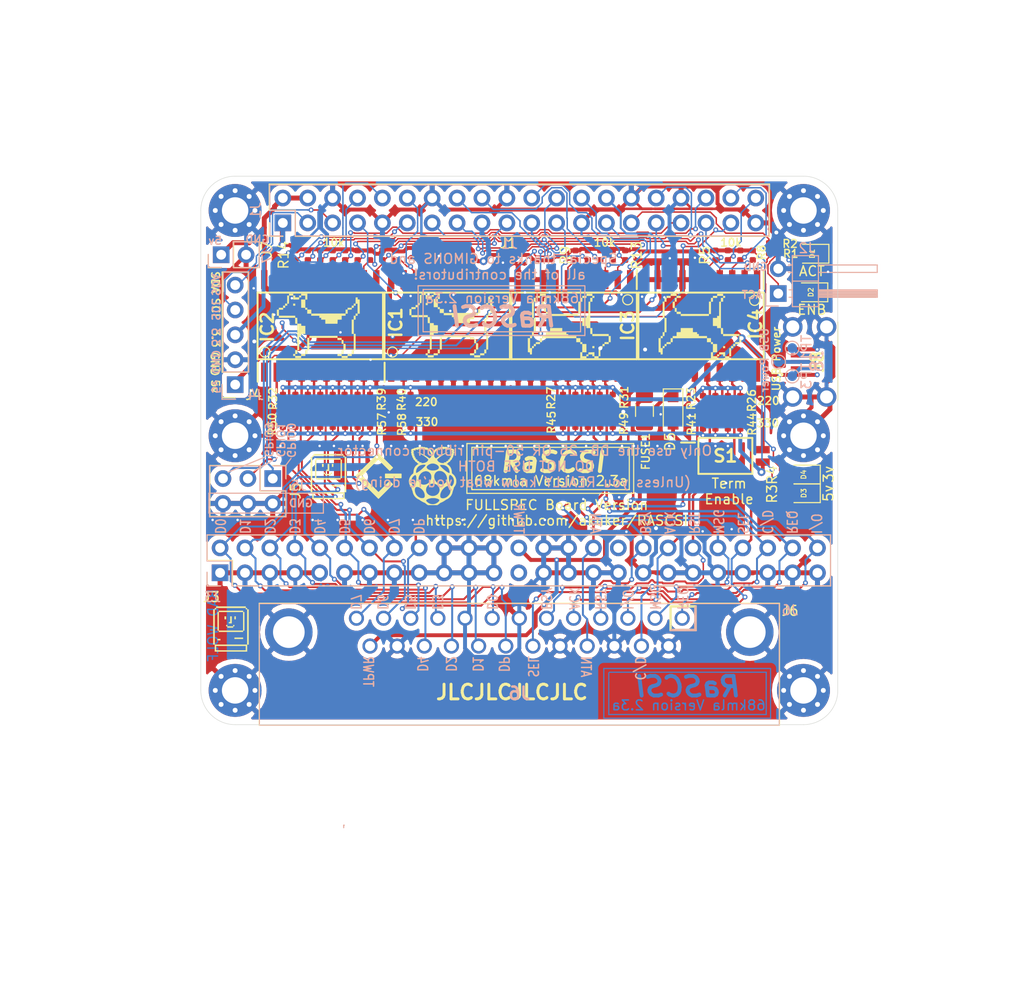
<source format=kicad_pcb>
(kicad_pcb (version 20171130) (host pcbnew "(5.1.7-0-10_14)")
  (layers (0 Top signal) (31 Bottom signal) (34 B.Paste user hide) (35 F.Paste user hide) (36 B.SilkS user) (37 F.SilkS user) (38 B.Mask user hide) (39 F.Mask user hide) (44 Edge.Cuts user))
  (net 0 "")
  (net 1 GND)
  (net 2 +3V3)
  (net 3 +5V)
  (net 4 C-REQ)
  (net 5 C-MSG)
  (net 6 C-BSY)
  (net 7 C-SEL)
  (net 8 C-RST)
  (net 9 C-ACK)
  (net 10 C-ATN)
  (net 11 C-DP)
  (net 12 C-D0)
  (net 13 C-D1)
  (net 14 C-D2)
  (net 15 C-D3)
  (net 16 C-D4)
  (net 17 C-D5)
  (net 18 C-D6)
  (net 19 C-D7)
  (net 20 C-I_O)
  (net 21 C-C_D)
  (net 22 TERMPOW)
  (net 23 "Net-(J3-Pad34)")
  (net 24 "Net-(J3-Pad25)")
  (net 25 PI-D7)
  (net 26 PI-D6)
  (net 27 PI-D5)
  (net 28 PI-D4)
  (net 29 PI-D3)
  (net 30 PI-D2)
  (net 31 PI-D1)
  (net 32 PI-D0)
  (net 33 PI-DP)
  (net 34 PI-BSY)
  (net 35 PI-MSG)
  (net 36 PI-C_D)
  (net 37 PI-REQ)
  (net 38 PI-I_O)
  (net 39 PI-ATN)
  (net 40 PI-ACK)
  (net 41 PI-RST)
  (net 42 PI-SEL)
  (net 43 "Net-(D2-Pad2)")
  (net 44 "Net-(D3-Pad2)")
  (net 45 "Net-(D4-Pad2)")
  (net 46 DBG_LED)
  (net 47 PI_SCL)
  (net 48 PI_SDA)
  (net 49 PI-ACT)
  (net 50 /TERM_GND)
  (net 51 /TERM_5v)
  (net 52 PI-IND)
  (net 53 PI-TAD)
  (net 54 PI-DTD)
  (net 55 "Net-(D5-Pad1)")
  (net 56 PI_GPIO1)
  (net 57 PI_GPIO0)
  (net 58 PI_GPIO9)
  (net 59 EXT-ACT-LED)
  (net 60 USB_Pin_4)
  (net 61 USB_Pin_3)
  (net 62 USB_Pin_2)
  (module SamacSys_Parts:SOIC127P1030X265-20N (layer Top) (at 212.598 57.785 270)
    (fp_text reference IC3 (at -0.015 -5.462 90) (layer F.SilkS) (effects (font (size 1.27 1.27) (thickness 0.254))))
    (fp_text value SN74LS641-1DW hide)
    (pad 20 smd rect (at 4.725 -5.715) (size 0.65 1.95) (layers Top F.Paste F.Mask) (net 3 +5V))
    (pad 19 smd rect (at 4.725 -4.445) (size 0.65 1.95) (layers Top F.Paste F.Mask) (net 1 GND))
    (pad 18 smd rect (at 4.725 -3.175) (size 0.65 1.95) (layers Top F.Paste F.Mask) (net 20 C-I_O))
    (pad 17 smd rect (at 4.725 -1.905) (size 0.65 1.95) (layers Top F.Paste F.Mask) (net 4 C-REQ))
    (pad 16 smd rect (at 4.725 -0.635) (size 0.65 1.95) (layers Top F.Paste F.Mask) (net 21 C-C_D))
    (pad 15 smd rect (at 4.725 0.635) (size 0.65 1.95) (layers Top F.Paste F.Mask) (net 5 C-MSG))
    (pad 14 smd rect (at 4.725 1.905) (size 0.65 1.95) (layers Top F.Paste F.Mask) (net 6 C-BSY))
    (pad 13 smd rect (at 4.725 3.175) (size 0.65 1.95) (layers Top F.Paste F.Mask) (net 1 GND))
    (pad 12 smd rect (at 4.725 4.445) (size 0.65 1.95) (layers Top F.Paste F.Mask) (net 1 GND))
    (pad 11 smd rect (at 4.725 5.715) (size 0.65 1.95) (layers Top F.Paste F.Mask) (net 1 GND))
    (pad 10 smd rect (at -4.725 5.715) (size 0.65 1.95) (layers Top F.Paste F.Mask) (net 1 GND))
    (pad 9 smd rect (at -4.725 4.445) (size 0.65 1.95) (layers Top F.Paste F.Mask) (net 1 GND))
    (pad 8 smd rect (at -4.725 3.175) (size 0.65 1.95) (layers Top F.Paste F.Mask) (net 1 GND))
    (pad 7 smd rect (at -4.725 1.905) (size 0.65 1.95) (layers Top F.Paste F.Mask) (net 1 GND))
    (pad 6 smd rect (at -4.725 0.635) (size 0.65 1.95) (layers Top F.Paste F.Mask) (net 34 PI-BSY))
    (pad 5 smd rect (at -4.725 -0.635) (size 0.65 1.95) (layers Top F.Paste F.Mask) (net 35 PI-MSG))
    (pad 4 smd rect (at -4.725 -1.905) (size 0.65 1.95) (layers Top F.Paste F.Mask) (net 36 PI-C_D))
    (pad 3 smd rect (at -4.725 -3.175) (size 0.65 1.95) (layers Top F.Paste F.Mask) (net 37 PI-REQ))
    (pad 2 smd rect (at -4.725 -4.445) (size 0.65 1.95) (layers Top F.Paste F.Mask) (net 38 PI-I_O))
    (pad 1 smd rect (at -4.725 -5.715) (size 0.65 1.95) (layers Top F.Paste F.Mask) (net 53 PI-TAD))
  )
  (module TestPoint:TestPoint_Pad_D1.0mm (layer Bottom) (at 234.85 60.05 90)
    (fp_text reference TP1 (at 0 1.448 -90) (layer B.SilkS) (effects (justify mirror)))
    (fp_text value TestPoint)
    (pad 1 smd circle (at 0 0 90) (size 1 1) (layers Bottom B.Mask) (net 60 USB_Pin_4))
  )
  (module TestPoint:TestPoint_Pad_D1.0mm (layer Bottom) (at 233.46 61.46 90)
    (fp_text reference TP2 hide)
    (fp_text value TestPoint hide)
    (pad 1 smd circle (at 0 0 90) (size 1 1) (layers Bottom B.Mask) (net 61 USB_Pin_3))
  )
  (module TestPoint:TestPoint_Pad_D1.0mm (layer Bottom) (at 234.85 62.91 90)
    (fp_text reference TP3 (at 0 1.448 -90) (layer B.SilkS) (effects (justify mirror)))
    (fp_text value TestPoint)
    (pad 1 smd circle (at 0 0 90) (size 1 1) (layers Bottom B.Mask) (net 62 USB_Pin_2))
  )
  (module SamacSys_Parts:U254051N4BH806 (layer Top) (at 237.39 61.46 90)
    (fp_text reference J8 (at 0 0 90) (layer F.SilkS) (effects (font (size 1.27 1.27) (thickness 0.254))))
    (fp_text value USB_B_Micro hide)
    (pad MH6 np_thru_hole circle (at 2 -1.165 90) (size 0.65 0) (drill 0.65) (layers *.Cu *.Mask))
    (pad MH5 np_thru_hole circle (at -2 -1.165 90) (size 0.65 0) (drill 0.65) (layers *.Cu *.Mask))
    (pad MH4 thru_hole circle (at -3.575 -2.485 90) (size 2 2) (drill 1.3285) (layers *.Cu *.Mask) (net 1 GND))
    (pad MH3 thru_hole circle (at 3.575 -2.485 90) (size 2 2) (drill 1.3285) (layers *.Cu *.Mask) (net 1 GND))
    (pad MH2 thru_hole circle (at 3.575 0.965 90) (size 2 2) (drill 1.3285) (layers *.Cu *.Mask) (net 1 GND))
    (pad MH1 thru_hole circle (at -3.575 0.965 90) (size 2 2) (drill 1.3285) (layers *.Cu *.Mask) (net 1 GND))
    (pad 5 smd rect (at 1.3 -1.985 90) (size 0.4 1.4) (layers Top F.Paste F.Mask) (net 1 GND))
    (pad 4 smd rect (at 0.65 -1.985 90) (size 0.4 1.4) (layers Top F.Paste F.Mask) (net 60 USB_Pin_4))
    (pad 3 smd rect (at 0 -1.985 90) (size 0.4 1.4) (layers Top F.Paste F.Mask) (net 61 USB_Pin_3))
    (pad 2 smd rect (at -0.65 -1.985 90) (size 0.4 1.4) (layers Top F.Paste F.Mask) (net 62 USB_Pin_2))
    (pad 1 smd rect (at -1.3 -1.985 90) (size 0.4 1.4) (layers Top F.Paste F.Mask) (net 3 +5V))
  )
  (module SamacSys_Parts:scsi_logo (layer Top) (at 192.49 73.1)
    (fp_text reference X8 hide)
    (fp_text value Pi hide)
  )
  (module SamacSys_Parts:dogcow (layer Top) (at 200.025 57.7215)
    (fp_text reference X6 hide)
    (fp_text value Dogcow hide)
  )
  (module SamacSys_Parts:dogcow (layer Top) (at 225.425 57.785 180)
    (fp_text reference X4 hide)
    (fp_text value Dogcow hide)
  )
  (module SamacSys_Parts:L717SDB25PA4CH4F (layer Bottom) (at 223.6216 87.63 180)
    (fp_text reference J6 (at 16.62 -7.67) (layer B.SilkS) (effects (font (size 1.27 1.27) (thickness 0.254)) (justify mirror)))
    (fp_text value "CONNFLY DB-25" hide)
    (pad MH2 thru_hole circle (at 40.14 -1.42 180) (size 4.845 4.845) (drill 3.23) (layers *.Cu *.Mask) (net 1 GND))
    (pad MH1 thru_hole circle (at -6.9 -1.42 180) (size 4.845 4.845) (drill 3.23) (layers *.Cu *.Mask) (net 1 GND))
    (pad 25 thru_hole circle (at 31.855 -2.84 180) (size 1.545 1.545) (drill 1.03) (layers *.Cu *.Mask) (net 22 TERMPOW))
    (pad 24 thru_hole circle (at 29.085 -2.84 180) (size 1.545 1.545) (drill 1.03) (layers *.Cu *.Mask) (net 1 GND))
    (pad 23 thru_hole circle (at 26.315 -2.84 180) (size 1.545 1.545) (drill 1.03) (layers *.Cu *.Mask) (net 16 C-D4))
    (pad 22 thru_hole circle (at 23.545 -2.84 180) (size 1.545 1.545) (drill 1.03) (layers *.Cu *.Mask) (net 14 C-D2))
    (pad 21 thru_hole circle (at 20.775 -2.84 180) (size 1.545 1.545) (drill 1.03) (layers *.Cu *.Mask) (net 13 C-D1))
    (pad 20 thru_hole circle (at 18.005 -2.84 180) (size 1.545 1.545) (drill 1.03) (layers *.Cu *.Mask) (net 11 C-DP))
    (pad 19 thru_hole circle (at 15.235 -2.84 180) (size 1.545 1.545) (drill 1.03) (layers *.Cu *.Mask) (net 7 C-SEL))
    (pad 18 thru_hole circle (at 12.465 -2.84 180) (size 1.545 1.545) (drill 1.03) (layers *.Cu *.Mask) (net 1 GND))
    (pad 17 thru_hole circle (at 9.695 -2.84 180) (size 1.545 1.545) (drill 1.03) (layers *.Cu *.Mask) (net 10 C-ATN))
    (pad 16 thru_hole circle (at 6.925 -2.84 180) (size 1.545 1.545) (drill 1.03) (layers *.Cu *.Mask) (net 1 GND))
    (pad 15 thru_hole circle (at 4.155 -2.84 180) (size 1.545 1.545) (drill 1.03) (layers *.Cu *.Mask) (net 21 C-C_D))
    (pad 14 thru_hole circle (at 1.385 -2.84 180) (size 1.545 1.545) (drill 1.03) (layers *.Cu *.Mask) (net 1 GND))
    (pad 13 thru_hole circle (at 33.24 0 180) (size 1.545 1.545) (drill 1.03) (layers *.Cu *.Mask) (net 19 C-D7))
    (pad 12 thru_hole circle (at 30.47 0 180) (size 1.545 1.545) (drill 1.03) (layers *.Cu *.Mask) (net 18 C-D6))
    (pad 11 thru_hole circle (at 27.7 0 180) (size 1.545 1.545) (drill 1.03) (layers *.Cu *.Mask) (net 17 C-D5))
    (pad 10 thru_hole circle (at 24.93 0 180) (size 1.545 1.545) (drill 1.03) (layers *.Cu *.Mask) (net 15 C-D3))
    (pad 9 thru_hole circle (at 22.16 0 180) (size 1.545 1.545) (drill 1.03) (layers *.Cu *.Mask) (net 1 GND))
    (pad 8 thru_hole circle (at 19.39 0 180) (size 1.545 1.545) (drill 1.03) (layers *.Cu *.Mask) (net 12 C-D0))
    (pad 7 thru_hole circle (at 16.62 0 180) (size 1.545 1.545) (drill 1.03) (layers *.Cu *.Mask) (net 1 GND))
    (pad 6 thru_hole circle (at 13.85 0 180) (size 1.545 1.545) (drill 1.03) (layers *.Cu *.Mask) (net 6 C-BSY))
    (pad 5 thru_hole circle (at 11.08 0 180) (size 1.545 1.545) (drill 1.03) (layers *.Cu *.Mask) (net 9 C-ACK))
    (pad 4 thru_hole circle (at 8.31 0 180) (size 1.545 1.545) (drill 1.03) (layers *.Cu *.Mask) (net 8 C-RST))
    (pad 3 thru_hole circle (at 5.54 0 180) (size 1.545 1.545) (drill 1.03) (layers *.Cu *.Mask) (net 20 C-I_O))
    (pad 2 thru_hole circle (at 2.77 0 180) (size 1.545 1.545) (drill 1.03) (layers *.Cu *.Mask) (net 5 C-MSG))
    (pad 1 thru_hole circle (at 0 0 180) (size 1.545 1.545) (drill 1.03) (layers *.Cu *.Mask) (net 4 C-REQ))
  )
  (module SamacSys_Parts:SOIC127P1030X265-20N (layer Top) (at 225.552 57.785 270)
    (fp_text reference IC4 (at -0.185 -5.548 90) (layer F.SilkS) (effects (font (size 1.27 1.27) (thickness 0.254))))
    (fp_text value SN74LS641-1DW hide)
    (pad 20 smd rect (at 4.725 -5.715) (size 0.65 1.95) (layers Top F.Paste F.Mask) (net 3 +5V))
    (pad 19 smd rect (at 4.725 -4.445) (size 0.65 1.95) (layers Top F.Paste F.Mask) (net 1 GND))
    (pad 18 smd rect (at 4.725 -3.175) (size 0.65 1.95) (layers Top F.Paste F.Mask) (net 7 C-SEL))
    (pad 17 smd rect (at 4.725 -1.905) (size 0.65 1.95) (layers Top F.Paste F.Mask) (net 8 C-RST))
    (pad 16 smd rect (at 4.725 -0.635) (size 0.65 1.95) (layers Top F.Paste F.Mask) (net 9 C-ACK))
    (pad 15 smd rect (at 4.725 0.635) (size 0.65 1.95) (layers Top F.Paste F.Mask) (net 10 C-ATN))
    (pad 14 smd rect (at 4.725 1.905) (size 0.65 1.95) (layers Top F.Paste F.Mask) (net 1 GND))
    (pad 13 smd rect (at 4.725 3.175) (size 0.65 1.95) (layers Top F.Paste F.Mask) (net 1 GND))
    (pad 12 smd rect (at 4.725 4.445) (size 0.65 1.95) (layers Top F.Paste F.Mask) (net 1 GND))
    (pad 11 smd rect (at 4.725 5.715) (size 0.65 1.95) (layers Top F.Paste F.Mask) (net 1 GND))
    (pad 10 smd rect (at -4.725 5.715) (size 0.65 1.95) (layers Top F.Paste F.Mask) (net 1 GND))
    (pad 9 smd rect (at -4.725 4.445) (size 0.65 1.95) (layers Top F.Paste F.Mask) (net 1 GND))
    (pad 8 smd rect (at -4.725 3.175) (size 0.65 1.95) (layers Top F.Paste F.Mask) (net 1 GND))
    (pad 7 smd rect (at -4.725 1.905) (size 0.65 1.95) (layers Top F.Paste F.Mask) (net 1 GND))
    (pad 6 smd rect (at -4.725 0.635) (size 0.65 1.95) (layers Top F.Paste F.Mask) (net 1 GND))
    (pad 5 smd rect (at -4.725 -0.635) (size 0.65 1.95) (layers Top F.Paste F.Mask) (net 39 PI-ATN))
    (pad 4 smd rect (at -4.725 -1.905) (size 0.65 1.95) (layers Top F.Paste F.Mask) (net 40 PI-ACK))
    (pad 3 smd rect (at -4.725 -3.175) (size 0.65 1.95) (layers Top F.Paste F.Mask) (net 41 PI-RST))
    (pad 2 smd rect (at -4.725 -4.445) (size 0.65 1.95) (layers Top F.Paste F.Mask) (net 42 PI-SEL))
    (pad 1 smd rect (at -4.725 -5.715) (size 0.65 1.95) (layers Top F.Paste F.Mask) (net 52 PI-IND))
  )
  (module SamacSys_Parts:SOIC127P1030X265-20N (layer Top) (at 186.69 57.785 90)
    (fp_text reference IC2 (at -0.115 -5.41 90) (layer F.SilkS) (effects (font (size 1.27 1.27) (thickness 0.254))))
    (fp_text value SN74LS641-1DW hide)
    (pad 20 smd rect (at 4.725 -5.715 180) (size 0.65 1.95) (layers Top F.Paste F.Mask) (net 3 +5V))
    (pad 19 smd rect (at 4.725 -4.445 180) (size 0.65 1.95) (layers Top F.Paste F.Mask) (net 1 GND))
    (pad 18 smd rect (at 4.725 -3.175 180) (size 0.65 1.95) (layers Top F.Paste F.Mask) (net 25 PI-D7))
    (pad 17 smd rect (at 4.725 -1.905 180) (size 0.65 1.95) (layers Top F.Paste F.Mask) (net 26 PI-D6))
    (pad 16 smd rect (at 4.725 -0.635 180) (size 0.65 1.95) (layers Top F.Paste F.Mask) (net 27 PI-D5))
    (pad 15 smd rect (at 4.725 0.635 180) (size 0.65 1.95) (layers Top F.Paste F.Mask) (net 28 PI-D4))
    (pad 14 smd rect (at 4.725 1.905 180) (size 0.65 1.95) (layers Top F.Paste F.Mask) (net 29 PI-D3))
    (pad 13 smd rect (at 4.725 3.175 180) (size 0.65 1.95) (layers Top F.Paste F.Mask) (net 30 PI-D2))
    (pad 12 smd rect (at 4.725 4.445 180) (size 0.65 1.95) (layers Top F.Paste F.Mask) (net 31 PI-D1))
    (pad 11 smd rect (at 4.725 5.715 180) (size 0.65 1.95) (layers Top F.Paste F.Mask) (net 32 PI-D0))
    (pad 10 smd rect (at -4.725 5.715 180) (size 0.65 1.95) (layers Top F.Paste F.Mask) (net 1 GND))
    (pad 9 smd rect (at -4.725 4.445 180) (size 0.65 1.95) (layers Top F.Paste F.Mask) (net 12 C-D0))
    (pad 8 smd rect (at -4.725 3.175 180) (size 0.65 1.95) (layers Top F.Paste F.Mask) (net 13 C-D1))
    (pad 7 smd rect (at -4.725 1.905 180) (size 0.65 1.95) (layers Top F.Paste F.Mask) (net 14 C-D2))
    (pad 6 smd rect (at -4.725 0.635 180) (size 0.65 1.95) (layers Top F.Paste F.Mask) (net 15 C-D3))
    (pad 5 smd rect (at -4.725 -0.635 180) (size 0.65 1.95) (layers Top F.Paste F.Mask) (net 16 C-D4))
    (pad 4 smd rect (at -4.725 -1.905 180) (size 0.65 1.95) (layers Top F.Paste F.Mask) (net 17 C-D5))
    (pad 3 smd rect (at -4.725 -3.175 180) (size 0.65 1.95) (layers Top F.Paste F.Mask) (net 18 C-D6))
    (pad 2 smd rect (at -4.725 -4.445 180) (size 0.65 1.95) (layers Top F.Paste F.Mask) (net 19 C-D7))
    (pad 1 smd rect (at -4.725 -5.715 180) (size 0.65 1.95) (layers Top F.Paste F.Mask) (net 54 PI-DTD))
  )
  (module SamacSys_Parts:SOIC127P1030X265-20N (layer Top) (at 199.644 57.785 90)
    (fp_text reference IC1 (at 0.335 -5.254 90) (layer F.SilkS) (effects (font (size 1.27 1.27) (thickness 0.254))))
    (fp_text value SN74LS641-1DW hide)
    (pad 20 smd rect (at 4.725 -5.715 180) (size 0.65 1.95) (layers Top F.Paste F.Mask) (net 3 +5V))
    (pad 19 smd rect (at 4.725 -4.445 180) (size 0.65 1.95) (layers Top F.Paste F.Mask) (net 1 GND))
    (pad 18 smd rect (at 4.725 -3.175 180) (size 0.65 1.95) (layers Top F.Paste F.Mask) (net 33 PI-DP))
    (pad 17 smd rect (at 4.725 -1.905 180) (size 0.65 1.95) (layers Top F.Paste F.Mask) (net 1 GND))
    (pad 16 smd rect (at 4.725 -0.635 180) (size 0.65 1.95) (layers Top F.Paste F.Mask) (net 1 GND))
    (pad 15 smd rect (at 4.725 0.635 180) (size 0.65 1.95) (layers Top F.Paste F.Mask) (net 1 GND))
    (pad 14 smd rect (at 4.725 1.905 180) (size 0.65 1.95) (layers Top F.Paste F.Mask) (net 1 GND))
    (pad 13 smd rect (at 4.725 3.175 180) (size 0.65 1.95) (layers Top F.Paste F.Mask) (net 1 GND))
    (pad 12 smd rect (at 4.725 4.445 180) (size 0.65 1.95) (layers Top F.Paste F.Mask) (net 1 GND))
    (pad 11 smd rect (at 4.725 5.715 180) (size 0.65 1.95) (layers Top F.Paste F.Mask) (net 1 GND))
    (pad 10 smd rect (at -4.725 5.715 180) (size 0.65 1.95) (layers Top F.Paste F.Mask) (net 1 GND))
    (pad 9 smd rect (at -4.725 4.445 180) (size 0.65 1.95) (layers Top F.Paste F.Mask) (net 1 GND))
    (pad 8 smd rect (at -4.725 3.175 180) (size 0.65 1.95) (layers Top F.Paste F.Mask) (net 1 GND))
    (pad 7 smd rect (at -4.725 1.905 180) (size 0.65 1.95) (layers Top F.Paste F.Mask) (net 1 GND))
    (pad 6 smd rect (at -4.725 0.635 180) (size 0.65 1.95) (layers Top F.Paste F.Mask) (net 1 GND))
    (pad 5 smd rect (at -4.725 -0.635 180) (size 0.65 1.95) (layers Top F.Paste F.Mask) (net 1 GND))
    (pad 4 smd rect (at -4.725 -1.905 180) (size 0.65 1.95) (layers Top F.Paste F.Mask) (net 1 GND))
    (pad 3 smd rect (at -4.725 -3.175 180) (size 0.65 1.95) (layers Top F.Paste F.Mask) (net 1 GND))
    (pad 2 smd rect (at -4.725 -4.445 180) (size 0.65 1.95) (layers Top F.Paste F.Mask) (net 11 C-DP))
    (pad 1 smd rect (at -4.725 -5.715 180) (size 0.65 1.95) (layers Top F.Paste F.Mask) (net 54 PI-DTD))
  )
  (module Diode_SMD:D_SOD-123F (layer Top) (at 222.6945 66.42 270)
    (fp_text reference D5 (at 3.176 0.3175 270) (layer F.SilkS))
    (fp_text value SM4007PL)
    (pad 2 smd rect (at 1.4 0 270) (size 1.1 1.1) (layers Top F.Paste F.Mask) (net 3 +5V))
    (pad 1 smd rect (at -1.4 0 270) (size 1.1 1.1) (layers Top F.Paste F.Mask) (net 55 "Net-(D5-Pad1)"))
  )
  (module SamacSys_Parts:mac_happy_small (layer Top) (at 177.6095 88.7095)
    (fp_text reference X1 hide)
    (fp_text value Mac hide)
  )
  (module Connector_PinHeader_2.54mm:PinHeader_1x02_P2.54mm_Horizontal (layer Bottom) (at 233.426 54.483)
    (fp_text reference J2 (at 2.921 -4.6355) (layer B.SilkS) (effects (justify mirror)))
    (fp_text value Conn_01x02_Male)
    (pad 2 thru_hole oval (at 0 -2.54) (size 1.7 1.7) (drill 1) (layers *.Cu *.Mask) (net 1 GND))
    (pad 1 thru_hole rect (at 0 0) (size 1.7 1.7) (drill 1) (layers *.Cu *.Mask) (net 59 EXT-ACT-LED))
  )
  (module Connector_PinHeader_2.54mm:PinHeader_1x02_P2.54mm_Vertical (layer Top) (at 176.58 50.52 90)
    (fp_text reference J7 (at 0.5455 4.649 90) (layer F.SilkS))
    (fp_text value Conn_01x02_Male)
    (pad 2 thru_hole oval (at 0 2.54 90) (size 1.7 1.7) (drill 1) (layers *.Cu *.Mask) (net 1 GND))
    (pad 1 thru_hole rect (at 0 0 90) (size 1.7 1.7) (drill 1) (layers *.Cu *.Mask) (net 3 +5V))
  )
  (module Connector_PinHeader_2.54mm:PinHeader_2x03_P2.54mm_Vertical (layer Top) (at 181.84 73.37 270)
    (fp_text reference J5 (at 1.27 -2.33 90) (layer F.SilkS))
    (fp_text value Conn_02x03_Odd_Even)
    (pad 6 thru_hole oval (at 2.54 5.08 270) (size 1.7 1.7) (drill 1) (layers *.Cu *.Mask) (net 1 GND))
    (pad 5 thru_hole oval (at 0 5.08 270) (size 1.7 1.7) (drill 1) (layers *.Cu *.Mask) (net 58 PI_GPIO9))
    (pad 4 thru_hole oval (at 2.54 2.54 270) (size 1.7 1.7) (drill 1) (layers *.Cu *.Mask) (net 1 GND))
    (pad 3 thru_hole oval (at 0 2.54 270) (size 1.7 1.7) (drill 1) (layers *.Cu *.Mask) (net 56 PI_GPIO1))
    (pad 2 thru_hole oval (at 2.54 0 270) (size 1.7 1.7) (drill 1) (layers *.Cu *.Mask) (net 1 GND))
    (pad 1 thru_hole rect (at 0 0 270) (size 1.7 1.7) (drill 1) (layers *.Cu *.Mask) (net 57 PI_GPIO0))
  )
  (module Resistor_SMD:R_0402_1005Metric (layer Top) (at 233.807 72.898 270)
    (fp_text reference R4 (at 0.127 1.016 90) (layer F.SilkS))
    (fp_text value 2k)
    (pad 2 smd roundrect (at 0.485 0 270) (size 0.59 0.64) (layers Top F.Paste F.Mask) (net 45 "Net-(D4-Pad2)"))
    (pad 1 smd roundrect (at -0.485 0 270) (size 0.59 0.64) (layers Top F.Paste F.Mask) (net 2 +3V3))
  )
  (module Resistor_SMD:R_0402_1005Metric (layer Top) (at 232.9585 49.3395)
    (fp_text reference R2 (at 1.674 0.0635 180) (layer F.SilkS) (effects (font (size 0.8 0.8))))
    (fp_text value 2k)
    (pad 2 smd roundrect (at 0.485 0) (size 0.59 0.64) (layers Top F.Paste F.Mask) (net 43 "Net-(D2-Pad2)"))
    (pad 1 smd roundrect (at -0.485 0) (size 0.59 0.64) (layers Top F.Paste F.Mask) (net 46 DBG_LED))
  )
  (module Resistor_SMD:R_0402_1005Metric (layer Top) (at 232.9585 50.3555)
    (fp_text reference R1 (at 1.7375 0.0635 180) (layer F.SilkS) (effects (font (size 0.8 0.8))))
    (fp_text value 2k)
    (pad 2 smd roundrect (at 0.485 0) (size 0.59 0.64) (layers Top F.Paste F.Mask) (net 59 EXT-ACT-LED))
    (pad 1 smd roundrect (at -0.485 0) (size 0.59 0.64) (layers Top F.Paste F.Mask) (net 49 PI-ACT))
  )
  (module Connector_PinHeader_2.54mm:PinHeader_2x25_P2.54mm_Vertical (layer Top) (at 176.4665 82.9945 90)
    (fp_text reference J3 (at -2.4765 -0.889 180) (layer F.SilkS))
    (fp_text value Conn_02x25_Odd_Even)
    (pad 50 thru_hole oval (at 2.54 60.96 90) (size 1.7 1.7) (drill 1) (layers *.Cu *.Mask) (net 20 C-I_O))
    (pad 49 thru_hole oval (at 0 60.96 90) (size 1.7 1.7) (drill 1) (layers *.Cu *.Mask) (net 1 GND))
    (pad 48 thru_hole oval (at 2.54 58.42 90) (size 1.7 1.7) (drill 1) (layers *.Cu *.Mask) (net 4 C-REQ))
    (pad 47 thru_hole oval (at 0 58.42 90) (size 1.7 1.7) (drill 1) (layers *.Cu *.Mask) (net 1 GND))
    (pad 46 thru_hole oval (at 2.54 55.88 90) (size 1.7 1.7) (drill 1) (layers *.Cu *.Mask) (net 21 C-C_D))
    (pad 45 thru_hole oval (at 0 55.88 90) (size 1.7 1.7) (drill 1) (layers *.Cu *.Mask) (net 1 GND))
    (pad 44 thru_hole oval (at 2.54 53.34 90) (size 1.7 1.7) (drill 1) (layers *.Cu *.Mask) (net 7 C-SEL))
    (pad 43 thru_hole oval (at 0 53.34 90) (size 1.7 1.7) (drill 1) (layers *.Cu *.Mask) (net 1 GND))
    (pad 42 thru_hole oval (at 2.54 50.8 90) (size 1.7 1.7) (drill 1) (layers *.Cu *.Mask) (net 5 C-MSG))
    (pad 41 thru_hole oval (at 0 50.8 90) (size 1.7 1.7) (drill 1) (layers *.Cu *.Mask) (net 1 GND))
    (pad 40 thru_hole oval (at 2.54 48.26 90) (size 1.7 1.7) (drill 1) (layers *.Cu *.Mask) (net 8 C-RST))
    (pad 39 thru_hole oval (at 0 48.26 90) (size 1.7 1.7) (drill 1) (layers *.Cu *.Mask) (net 1 GND))
    (pad 38 thru_hole oval (at 2.54 45.72 90) (size 1.7 1.7) (drill 1) (layers *.Cu *.Mask) (net 9 C-ACK))
    (pad 37 thru_hole oval (at 0 45.72 90) (size 1.7 1.7) (drill 1) (layers *.Cu *.Mask) (net 1 GND))
    (pad 36 thru_hole oval (at 2.54 43.18 90) (size 1.7 1.7) (drill 1) (layers *.Cu *.Mask) (net 6 C-BSY))
    (pad 35 thru_hole oval (at 0 43.18 90) (size 1.7 1.7) (drill 1) (layers *.Cu *.Mask) (net 1 GND))
    (pad 34 thru_hole oval (at 2.54 40.64 90) (size 1.7 1.7) (drill 1) (layers *.Cu *.Mask) (net 23 "Net-(J3-Pad34)"))
    (pad 33 thru_hole oval (at 0 40.64 90) (size 1.7 1.7) (drill 1) (layers *.Cu *.Mask) (net 1 GND))
    (pad 32 thru_hole oval (at 2.54 38.1 90) (size 1.7 1.7) (drill 1) (layers *.Cu *.Mask) (net 10 C-ATN))
    (pad 31 thru_hole oval (at 0 38.1 90) (size 1.7 1.7) (drill 1) (layers *.Cu *.Mask) (net 1 GND))
    (pad 30 thru_hole oval (at 2.54 35.56 90) (size 1.7 1.7) (drill 1) (layers *.Cu *.Mask) (net 1 GND))
    (pad 29 thru_hole oval (at 0 35.56 90) (size 1.7 1.7) (drill 1) (layers *.Cu *.Mask) (net 1 GND))
    (pad 28 thru_hole oval (at 2.54 33.02 90) (size 1.7 1.7) (drill 1) (layers *.Cu *.Mask) (net 1 GND))
    (pad 27 thru_hole oval (at 0 33.02 90) (size 1.7 1.7) (drill 1) (layers *.Cu *.Mask) (net 1 GND))
    (pad 26 thru_hole oval (at 2.54 30.48 90) (size 1.7 1.7) (drill 1) (layers *.Cu *.Mask) (net 22 TERMPOW))
    (pad 25 thru_hole oval (at 0 30.48 90) (size 1.7 1.7) (drill 1) (layers *.Cu *.Mask) (net 24 "Net-(J3-Pad25)"))
    (pad 24 thru_hole oval (at 2.54 27.94 90) (size 1.7 1.7) (drill 1) (layers *.Cu *.Mask) (net 1 GND))
    (pad 23 thru_hole oval (at 0 27.94 90) (size 1.7 1.7) (drill 1) (layers *.Cu *.Mask) (net 1 GND))
    (pad 22 thru_hole oval (at 2.54 25.4 90) (size 1.7 1.7) (drill 1) (layers *.Cu *.Mask) (net 1 GND))
    (pad 21 thru_hole oval (at 0 25.4 90) (size 1.7 1.7) (drill 1) (layers *.Cu *.Mask) (net 1 GND))
    (pad 20 thru_hole oval (at 2.54 22.86 90) (size 1.7 1.7) (drill 1) (layers *.Cu *.Mask) (net 1 GND))
    (pad 19 thru_hole oval (at 0 22.86 90) (size 1.7 1.7) (drill 1) (layers *.Cu *.Mask) (net 1 GND))
    (pad 18 thru_hole oval (at 2.54 20.32 90) (size 1.7 1.7) (drill 1) (layers *.Cu *.Mask) (net 11 C-DP))
    (pad 17 thru_hole oval (at 0 20.32 90) (size 1.7 1.7) (drill 1) (layers *.Cu *.Mask) (net 1 GND))
    (pad 16 thru_hole oval (at 2.54 17.78 90) (size 1.7 1.7) (drill 1) (layers *.Cu *.Mask) (net 19 C-D7))
    (pad 15 thru_hole oval (at 0 17.78 90) (size 1.7 1.7) (drill 1) (layers *.Cu *.Mask) (net 1 GND))
    (pad 14 thru_hole oval (at 2.54 15.24 90) (size 1.7 1.7) (drill 1) (layers *.Cu *.Mask) (net 18 C-D6))
    (pad 13 thru_hole oval (at 0 15.24 90) (size 1.7 1.7) (drill 1) (layers *.Cu *.Mask) (net 1 GND))
    (pad 12 thru_hole oval (at 2.54 12.7 90) (size 1.7 1.7) (drill 1) (layers *.Cu *.Mask) (net 17 C-D5))
    (pad 11 thru_hole oval (at 0 12.7 90) (size 1.7 1.7) (drill 1) (layers *.Cu *.Mask) (net 1 GND))
    (pad 10 thru_hole oval (at 2.54 10.16 90) (size 1.7 1.7) (drill 1) (layers *.Cu *.Mask) (net 16 C-D4))
    (pad 9 thru_hole oval (at 0 10.16 90) (size 1.7 1.7) (drill 1) (layers *.Cu *.Mask) (net 1 GND))
    (pad 8 thru_hole oval (at 2.54 7.62 90) (size 1.7 1.7) (drill 1) (layers *.Cu *.Mask) (net 15 C-D3))
    (pad 7 thru_hole oval (at 0 7.62 90) (size 1.7 1.7) (drill 1) (layers *.Cu *.Mask) (net 1 GND))
    (pad 6 thru_hole oval (at 2.54 5.08 90) (size 1.7 1.7) (drill 1) (layers *.Cu *.Mask) (net 14 C-D2))
    (pad 5 thru_hole oval (at 0 5.08 90) (size 1.7 1.7) (drill 1) (layers *.Cu *.Mask) (net 1 GND))
    (pad 4 thru_hole oval (at 2.54 2.54 90) (size 1.7 1.7) (drill 1) (layers *.Cu *.Mask) (net 13 C-D1))
    (pad 3 thru_hole oval (at 0 2.54 90) (size 1.7 1.7) (drill 1) (layers *.Cu *.Mask) (net 1 GND))
    (pad 2 thru_hole oval (at 2.54 0 90) (size 1.7 1.7) (drill 1) (layers *.Cu *.Mask) (net 12 C-D0))
    (pad 1 thru_hole rect (at 0 0 90) (size 1.7 1.7) (drill 1) (layers *.Cu *.Mask) (net 1 GND))
  )
  (module SamacSys_Parts:mac_happy_small (layer Top) (at 187.56 73.15)
    (fp_text reference X3 hide)
    (fp_text value Mac hide)
  )
  (module SamacSys_Parts:pi_logo (layer Top) (at 198.16 73.152)
    (fp_text reference X7 hide)
    (fp_text value Pi hide)
  )
  (module SamacSys_Parts:dogcow (layer Top) (at 212.09 57.785 180)
    (fp_text reference X5 hide)
    (fp_text value Dogcow hide)
  )
  (module SamacSys_Parts:dogcow (layer Top) (at 186.4995 57.785)
    (fp_text reference X2 hide)
    (fp_text value Dogcow hide)
  )
  (module Resistor_SMD:R_0402_1005Metric (layer Top) (at 195.8975 67.6275 90)
    (fp_text reference R58 (at -0.2325 -0.8775 90) (layer F.SilkS) (effects (font (size 0.8 0.8))))
    (fp_text value 330)
    (pad 2 smd roundrect (at 0.485 0 90) (size 0.59 0.64) (layers Top F.Paste F.Mask) (net 11 C-DP))
    (pad 1 smd roundrect (at -0.485 0 90) (size 0.59 0.64) (layers Top F.Paste F.Mask) (net 50 /TERM_GND))
  )
  (module Resistor_SMD:R_0402_1005Metric (layer Top) (at 191.77 67.6275 90)
    (fp_text reference R57 (at -0.1905 1.2065 90) (layer F.SilkS) (effects (font (size 0.8 0.8))))
    (fp_text value 330)
    (pad 2 smd roundrect (at 0.485 0 90) (size 0.59 0.64) (layers Top F.Paste F.Mask) (net 12 C-D0))
    (pad 1 smd roundrect (at -0.485 0 90) (size 0.59 0.64) (layers Top F.Paste F.Mask) (net 50 /TERM_GND))
  )
  (module Resistor_SMD:R_0402_1005Metric (layer Top) (at 190.5 67.6275 90)
    (fp_text reference R56)
    (fp_text value 330)
    (pad 2 smd roundrect (at 0.485 0 90) (size 0.59 0.64) (layers Top F.Paste F.Mask) (net 13 C-D1))
    (pad 1 smd roundrect (at -0.485 0 90) (size 0.59 0.64) (layers Top F.Paste F.Mask) (net 50 /TERM_GND))
  )
  (module Resistor_SMD:R_0402_1005Metric (layer Top) (at 189.23 67.6275 90)
    (fp_text reference R55)
    (fp_text value 330)
    (pad 2 smd roundrect (at 0.485 0 90) (size 0.59 0.64) (layers Top F.Paste F.Mask) (net 14 C-D2))
    (pad 1 smd roundrect (at -0.485 0 90) (size 0.59 0.64) (layers Top F.Paste F.Mask) (net 50 /TERM_GND))
  )
  (module Resistor_SMD:R_0402_1005Metric (layer Top) (at 187.96 67.6275 90)
    (fp_text reference R54)
    (fp_text value 330)
    (pad 2 smd roundrect (at 0.485 0 90) (size 0.59 0.64) (layers Top F.Paste F.Mask) (net 15 C-D3))
    (pad 1 smd roundrect (at -0.485 0 90) (size 0.59 0.64) (layers Top F.Paste F.Mask) (net 50 /TERM_GND))
  )
  (module Resistor_SMD:R_0402_1005Metric (layer Top) (at 186.69 67.6275 90)
    (fp_text reference R53)
    (fp_text value 330)
    (pad 2 smd roundrect (at 0.485 0 90) (size 0.59 0.64) (layers Top F.Paste F.Mask) (net 16 C-D4))
    (pad 1 smd roundrect (at -0.485 0 90) (size 0.59 0.64) (layers Top F.Paste F.Mask) (net 50 /TERM_GND))
  )
  (module Resistor_SMD:R_0402_1005Metric (layer Top) (at 185.42 67.6275 90)
    (fp_text reference R52)
    (fp_text value 330)
    (pad 2 smd roundrect (at 0.485 0 90) (size 0.59 0.64) (layers Top F.Paste F.Mask) (net 17 C-D5))
    (pad 1 smd roundrect (at -0.485 0 90) (size 0.59 0.64) (layers Top F.Paste F.Mask) (net 50 /TERM_GND))
  )
  (module Resistor_SMD:R_0402_1005Metric (layer Top) (at 184.15 67.6275 90)
    (fp_text reference R51)
    (fp_text value 330)
    (pad 2 smd roundrect (at 0.485 0 90) (size 0.59 0.64) (layers Top F.Paste F.Mask) (net 18 C-D6))
    (pad 1 smd roundrect (at -0.485 0 90) (size 0.59 0.64) (layers Top F.Paste F.Mask) (net 50 /TERM_GND))
  )
  (module Resistor_SMD:R_0402_1005Metric (layer Top) (at 182.88 67.6275 90)
    (fp_text reference R50 (at -0.1905 -1.0795 90) (layer F.SilkS) (effects (font (size 0.8 0.8))))
    (fp_text value 330)
    (pad 2 smd roundrect (at 0.485 0 90) (size 0.59 0.64) (layers Top F.Paste F.Mask) (net 19 C-D7))
    (pad 1 smd roundrect (at -0.485 0 90) (size 0.59 0.64) (layers Top F.Paste F.Mask) (net 50 /TERM_GND))
  )
  (module Resistor_SMD:R_0402_1005Metric (layer Top) (at 216.535 67.6275 90)
    (fp_text reference R49 (at -0.127 1.143 90) (layer F.SilkS) (effects (font (size 0.8 0.8))))
    (fp_text value 330)
    (pad 2 smd roundrect (at 0.485 0 90) (size 0.59 0.64) (layers Top F.Paste F.Mask) (net 20 C-I_O))
    (pad 1 smd roundrect (at -0.485 0 90) (size 0.59 0.64) (layers Top F.Paste F.Mask) (net 50 /TERM_GND))
  )
  (module Resistor_SMD:R_0402_1005Metric (layer Top) (at 215.265 67.6275 90)
    (fp_text reference R48)
    (fp_text value 330)
    (pad 2 smd roundrect (at 0.485 0 90) (size 0.59 0.64) (layers Top F.Paste F.Mask) (net 4 C-REQ))
    (pad 1 smd roundrect (at -0.485 0 90) (size 0.59 0.64) (layers Top F.Paste F.Mask) (net 50 /TERM_GND))
  )
  (module Resistor_SMD:R_0402_1005Metric (layer Top) (at 213.995 67.6275 90)
    (fp_text reference R47)
    (fp_text value 330)
    (pad 2 smd roundrect (at 0.485 0 90) (size 0.59 0.64) (layers Top F.Paste F.Mask) (net 21 C-C_D))
    (pad 1 smd roundrect (at -0.485 0 90) (size 0.59 0.64) (layers Top F.Paste F.Mask) (net 50 /TERM_GND))
  )
  (module Resistor_SMD:R_0402_1005Metric (layer Top) (at 212.725 67.6275 90)
    (fp_text reference R46)
    (fp_text value 330)
    (pad 2 smd roundrect (at 0.485 0 90) (size 0.59 0.64) (layers Top F.Paste F.Mask) (net 5 C-MSG))
    (pad 1 smd roundrect (at -0.485 0 90) (size 0.59 0.64) (layers Top F.Paste F.Mask) (net 50 /TERM_GND))
  )
  (module Resistor_SMD:R_0402_1005Metric (layer Top) (at 211.455 67.6275 90)
    (fp_text reference R45 (at 0 -1.17 90) (layer F.SilkS) (effects (font (size 0.8 0.8))))
    (fp_text value 330)
    (pad 2 smd roundrect (at 0.485 0 90) (size 0.59 0.64) (layers Top F.Paste F.Mask) (net 6 C-BSY))
    (pad 1 smd roundrect (at -0.485 0 90) (size 0.59 0.64) (layers Top F.Paste F.Mask) (net 50 /TERM_GND))
  )
  (module Resistor_SMD:R_0402_1005Metric (layer Top) (at 229.5525 67.802501 90)
    (fp_text reference R44 (at -0.015499 1.2065 90) (layer F.SilkS) (effects (font (size 0.8 0.8))))
    (fp_text value 330)
    (pad 2 smd roundrect (at 0.485 0 90) (size 0.59 0.64) (layers Top F.Paste F.Mask) (net 7 C-SEL))
    (pad 1 smd roundrect (at -0.485 0 90) (size 0.59 0.64) (layers Top F.Paste F.Mask) (net 50 /TERM_GND))
  )
  (module Resistor_SMD:R_0402_1005Metric (layer Top) (at 228.2825 67.802501 90)
    (fp_text reference R43)
    (fp_text value 330)
    (pad 2 smd roundrect (at 0.485 0 90) (size 0.59 0.64) (layers Top F.Paste F.Mask) (net 8 C-RST))
    (pad 1 smd roundrect (at -0.485 0 90) (size 0.59 0.64) (layers Top F.Paste F.Mask) (net 50 /TERM_GND))
  )
  (module Resistor_SMD:R_0402_1005Metric (layer Top) (at 227.0125 67.802501 90)
    (fp_text reference R42)
    (fp_text value 330)
    (pad 2 smd roundrect (at 0.485 0 90) (size 0.59 0.64) (layers Top F.Paste F.Mask) (net 9 C-ACK))
    (pad 1 smd roundrect (at -0.485 0 90) (size 0.59 0.64) (layers Top F.Paste F.Mask) (net 50 /TERM_GND))
  )
  (module Resistor_SMD:R_0402_1005Metric (layer Top) (at 225.7425 67.802501 90)
    (fp_text reference R41 (at 0 -1.17 90) (layer F.SilkS) (effects (font (size 0.8 0.8))))
    (fp_text value 330)
    (pad 2 smd roundrect (at 0.485 0 90) (size 0.59 0.64) (layers Top F.Paste F.Mask) (net 10 C-ATN))
    (pad 1 smd roundrect (at -0.485 0 90) (size 0.59 0.64) (layers Top F.Paste F.Mask) (net 50 /TERM_GND))
  )
  (module Resistor_SMD:R_0402_1005Metric (layer Top) (at 195.8975 65.278 270)
    (fp_text reference R40 (at 0.012 0.9075 90) (layer F.SilkS) (effects (font (size 0.8 0.8))))
    (fp_text value 220)
    (pad 2 smd roundrect (at 0.485 0 270) (size 0.59 0.64) (layers Top F.Paste F.Mask) (net 11 C-DP))
    (pad 1 smd roundrect (at -0.485 0 270) (size 0.59 0.64) (layers Top F.Paste F.Mask) (net 51 /TERM_5v))
  )
  (module Resistor_SMD:R_0402_1005Metric (layer Top) (at 191.77 65.278 270)
    (fp_text reference R39 (at 0 -1.17 90) (layer F.SilkS) (effects (font (size 0.8 0.8))))
    (fp_text value 220)
    (pad 2 smd roundrect (at 0.485 0 270) (size 0.59 0.64) (layers Top F.Paste F.Mask) (net 12 C-D0))
    (pad 1 smd roundrect (at -0.485 0 270) (size 0.59 0.64) (layers Top F.Paste F.Mask) (net 51 /TERM_5v))
  )
  (module Resistor_SMD:R_0402_1005Metric (layer Top) (at 190.5 65.278 270)
    (fp_text reference R38)
    (fp_text value 220)
    (pad 2 smd roundrect (at 0.485 0 270) (size 0.59 0.64) (layers Top F.Paste F.Mask) (net 13 C-D1))
    (pad 1 smd roundrect (at -0.485 0 270) (size 0.59 0.64) (layers Top F.Paste F.Mask) (net 51 /TERM_5v))
  )
  (module Resistor_SMD:R_0402_1005Metric (layer Top) (at 189.1665 65.278 270)
    (fp_text reference R37)
    (fp_text value 220)
    (pad 2 smd roundrect (at 0.485 0 270) (size 0.59 0.64) (layers Top F.Paste F.Mask) (net 14 C-D2))
    (pad 1 smd roundrect (at -0.485 0 270) (size 0.59 0.64) (layers Top F.Paste F.Mask) (net 51 /TERM_5v))
  )
  (module Resistor_SMD:R_0402_1005Metric (layer Top) (at 187.96 65.278 270)
    (fp_text reference R36)
    (fp_text value 220)
    (pad 2 smd roundrect (at 0.485 0 270) (size 0.59 0.64) (layers Top F.Paste F.Mask) (net 15 C-D3))
    (pad 1 smd roundrect (at -0.485 0 270) (size 0.59 0.64) (layers Top F.Paste F.Mask) (net 51 /TERM_5v))
  )
  (module Resistor_SMD:R_0402_1005Metric (layer Top) (at 186.69 65.278 270)
    (fp_text reference R35)
    (fp_text value 220)
    (pad 2 smd roundrect (at 0.485 0 270) (size 0.59 0.64) (layers Top F.Paste F.Mask) (net 16 C-D4))
    (pad 1 smd roundrect (at -0.485 0 270) (size 0.59 0.64) (layers Top F.Paste F.Mask) (net 51 /TERM_5v))
  )
  (module Resistor_SMD:R_0402_1005Metric (layer Top) (at 185.42 65.278 270)
    (fp_text reference R34)
    (fp_text value 220)
    (pad 2 smd roundrect (at 0.485 0 270) (size 0.59 0.64) (layers Top F.Paste F.Mask) (net 17 C-D5))
    (pad 1 smd roundrect (at -0.485 0 270) (size 0.59 0.64) (layers Top F.Paste F.Mask) (net 51 /TERM_5v))
  )
  (module Resistor_SMD:R_0402_1005Metric (layer Top) (at 184.15 65.278 270)
    (fp_text reference R33)
    (fp_text value 220)
    (pad 2 smd roundrect (at 0.485 0 270) (size 0.59 0.64) (layers Top F.Paste F.Mask) (net 18 C-D6))
    (pad 1 smd roundrect (at -0.485 0 270) (size 0.59 0.64) (layers Top F.Paste F.Mask) (net 51 /TERM_5v))
  )
  (module Resistor_SMD:R_0402_1005Metric (layer Top) (at 182.88 65.278 270)
    (fp_text reference R32 (at -0.0635 1.016 270) (layer F.SilkS) (effects (font (size 0.8 0.8))))
    (fp_text value 220)
    (pad 2 smd roundrect (at 0.485 0 270) (size 0.59 0.64) (layers Top F.Paste F.Mask) (net 19 C-D7))
    (pad 1 smd roundrect (at -0.485 0 270) (size 0.59 0.64) (layers Top F.Paste F.Mask) (net 51 /TERM_5v))
  )
  (module Resistor_SMD:R_0402_1005Metric (layer Top) (at 215.2015 65.278 270)
    (fp_text reference R30)
    (fp_text value 220)
    (pad 2 smd roundrect (at 0.485 0 270) (size 0.59 0.64) (layers Top F.Paste F.Mask) (net 4 C-REQ))
    (pad 1 smd roundrect (at -0.485 0 270) (size 0.59 0.64) (layers Top F.Paste F.Mask) (net 51 /TERM_5v))
  )
  (module Resistor_SMD:R_0402_1005Metric (layer Top) (at 213.995 65.278 270)
    (fp_text reference R29)
    (fp_text value 220)
    (pad 2 smd roundrect (at 0.485 0 270) (size 0.59 0.64) (layers Top F.Paste F.Mask) (net 21 C-C_D))
    (pad 1 smd roundrect (at -0.485 0 270) (size 0.59 0.64) (layers Top F.Paste F.Mask) (net 51 /TERM_5v))
  )
  (module Resistor_SMD:R_0402_1005Metric (layer Top) (at 212.725 65.278 270)
    (fp_text reference R28)
    (fp_text value 220)
    (pad 2 smd roundrect (at 0.485 0 270) (size 0.59 0.64) (layers Top F.Paste F.Mask) (net 5 C-MSG))
    (pad 1 smd roundrect (at -0.485 0 270) (size 0.59 0.64) (layers Top F.Paste F.Mask) (net 51 /TERM_5v))
  )
  (module Resistor_SMD:R_0402_1005Metric (layer Top) (at 211.455 65.278 270)
    (fp_text reference R27 (at -0.127 1.2065 90) (layer F.SilkS) (effects (font (size 0.8 0.8))))
    (fp_text value 220)
    (pad 2 smd roundrect (at 0.485 0 270) (size 0.59 0.64) (layers Top F.Paste F.Mask) (net 6 C-BSY))
    (pad 1 smd roundrect (at -0.485 0 270) (size 0.59 0.64) (layers Top F.Paste F.Mask) (net 51 /TERM_5v))
  )
  (module Resistor_SMD:R_0402_1005Metric (layer Top) (at 229.5525 65.405 270)
    (fp_text reference R26 (at 0 -1.17 90) (layer F.SilkS) (effects (font (size 0.8 0.8))))
    (fp_text value 220)
    (pad 2 smd roundrect (at 0.485 0 270) (size 0.59 0.64) (layers Top F.Paste F.Mask) (net 7 C-SEL))
    (pad 1 smd roundrect (at -0.485 0 270) (size 0.59 0.64) (layers Top F.Paste F.Mask) (net 51 /TERM_5v))
  )
  (module Resistor_SMD:R_0402_1005Metric (layer Top) (at 228.2825 65.405 270)
    (fp_text reference R25)
    (fp_text value 220)
    (pad 2 smd roundrect (at 0.485 0 270) (size 0.59 0.64) (layers Top F.Paste F.Mask) (net 8 C-RST))
    (pad 1 smd roundrect (at -0.485 0 270) (size 0.59 0.64) (layers Top F.Paste F.Mask) (net 51 /TERM_5v))
  )
  (module Resistor_SMD:R_0402_1005Metric (layer Top) (at 227.0125 65.405 270)
    (fp_text reference R24)
    (fp_text value 220)
    (pad 2 smd roundrect (at 0.485 0 270) (size 0.59 0.64) (layers Top F.Paste F.Mask) (net 9 C-ACK))
    (pad 1 smd roundrect (at -0.485 0 270) (size 0.59 0.64) (layers Top F.Paste F.Mask) (net 51 /TERM_5v))
  )
  (module Resistor_SMD:R_0402_1005Metric (layer Top) (at 225.7425 65.405 270)
    (fp_text reference R23 (at -0.1905 1.2065 90) (layer F.SilkS) (effects (font (size 0.8 0.8))))
    (fp_text value 220)
    (pad 2 smd roundrect (at 0.485 0 270) (size 0.59 0.64) (layers Top F.Paste F.Mask) (net 10 C-ATN))
    (pad 1 smd roundrect (at -0.485 0 270) (size 0.59 0.64) (layers Top F.Paste F.Mask) (net 51 /TERM_5v))
  )
  (module Resistor_SMD:R_0402_1005Metric (layer Top) (at 194.31 50.569 270)
    (fp_text reference R22 hide)
    (fp_text value 10k)
    (pad 2 smd roundrect (at 0.485 0 270) (size 0.59 0.64) (layers Top F.Paste F.Mask) (net 33 PI-DP))
    (pad 1 smd roundrect (at -0.485 0 270) (size 0.59 0.64) (layers Top F.Paste F.Mask) (net 2 +3V3))
  )
  (module Resistor_SMD:R_0402_1005Metric (layer Top) (at 193.04 50.569 270)
    (fp_text reference R21 hide)
    (fp_text value 10k)
    (pad 2 smd roundrect (at 0.485 0 270) (size 0.59 0.64) (layers Top F.Paste F.Mask) (net 32 PI-D0))
    (pad 1 smd roundrect (at -0.485 0 270) (size 0.59 0.64) (layers Top F.Paste F.Mask) (net 2 +3V3))
  )
  (module Resistor_SMD:R_0402_1005Metric (layer Top) (at 191.77 50.569 270)
    (fp_text reference R20)
    (fp_text value 10k)
    (pad 2 smd roundrect (at 0.485 0 270) (size 0.59 0.64) (layers Top F.Paste F.Mask) (net 31 PI-D1))
    (pad 1 smd roundrect (at -0.485 0 270) (size 0.59 0.64) (layers Top F.Paste F.Mask) (net 2 +3V3))
  )
  (module Resistor_SMD:R_0402_1005Metric (layer Top) (at 190.5 50.569 270)
    (fp_text reference R19)
    (fp_text value 10k)
    (pad 2 smd roundrect (at 0.485 0 270) (size 0.59 0.64) (layers Top F.Paste F.Mask) (net 30 PI-D2))
    (pad 1 smd roundrect (at -0.485 0 270) (size 0.59 0.64) (layers Top F.Paste F.Mask) (net 2 +3V3))
  )
  (module Resistor_SMD:R_0402_1005Metric (layer Top) (at 189.23 50.569 270)
    (fp_text reference R18)
    (fp_text value 10k)
    (pad 2 smd roundrect (at 0.485 0 270) (size 0.59 0.64) (layers Top F.Paste F.Mask) (net 29 PI-D3))
    (pad 1 smd roundrect (at -0.485 0 270) (size 0.59 0.64) (layers Top F.Paste F.Mask) (net 2 +3V3))
  )
  (module Resistor_SMD:R_0402_1005Metric (layer Top) (at 187.96 50.569 270)
    (fp_text reference R17)
    (fp_text value 10k)
    (pad 2 smd roundrect (at 0.485 0 270) (size 0.59 0.64) (layers Top F.Paste F.Mask) (net 28 PI-D4))
    (pad 1 smd roundrect (at -0.485 0 270) (size 0.59 0.64) (layers Top F.Paste F.Mask) (net 2 +3V3))
  )
  (module Resistor_SMD:R_0402_1005Metric (layer Top) (at 186.69 50.569 270)
    (fp_text reference R16)
    (fp_text value 10k)
    (pad 2 smd roundrect (at 0.485 0 270) (size 0.59 0.64) (layers Top F.Paste F.Mask) (net 27 PI-D5))
    (pad 1 smd roundrect (at -0.485 0 270) (size 0.59 0.64) (layers Top F.Paste F.Mask) (net 2 +3V3))
  )
  (module Resistor_SMD:R_0402_1005Metric (layer Top) (at 185.42 50.569 270)
    (fp_text reference R15)
    (fp_text value 10k)
    (pad 2 smd roundrect (at 0.485 0 270) (size 0.59 0.64) (layers Top F.Paste F.Mask) (net 26 PI-D6))
    (pad 1 smd roundrect (at -0.485 0 270) (size 0.59 0.64) (layers Top F.Paste F.Mask) (net 2 +3V3))
  )
  (module Resistor_SMD:R_0402_1005Metric (layer Top) (at 184.15 50.569 270)
    (fp_text reference R14 (at -0.023 1.2065 90) (layer F.SilkS))
    (fp_text value 10k)
    (pad 2 smd roundrect (at 0.485 0 270) (size 0.59 0.64) (layers Top F.Paste F.Mask) (net 25 PI-D7))
    (pad 1 smd roundrect (at -0.485 0 270) (size 0.59 0.64) (layers Top F.Paste F.Mask) (net 2 +3V3))
  )
  (module Resistor_SMD:R_0402_1005Metric (layer Top) (at 217.805 50.569 270)
    (fp_text reference R13 (at 0 -1.17 90) (layer F.SilkS))
    (fp_text value 10k)
    (pad 2 smd roundrect (at 0.485 0 270) (size 0.59 0.64) (layers Top F.Paste F.Mask) (net 38 PI-I_O))
    (pad 1 smd roundrect (at -0.485 0 270) (size 0.59 0.64) (layers Top F.Paste F.Mask) (net 2 +3V3))
  )
  (module Resistor_SMD:R_0402_1005Metric (layer Top) (at 216.535 50.569 270)
    (fp_text reference R12)
    (fp_text value 10k)
    (pad 2 smd roundrect (at 0.485 0 270) (size 0.59 0.64) (layers Top F.Paste F.Mask) (net 37 PI-REQ))
    (pad 1 smd roundrect (at -0.485 0 270) (size 0.59 0.64) (layers Top F.Paste F.Mask) (net 2 +3V3))
  )
  (module Resistor_SMD:R_0402_1005Metric (layer Top) (at 215.265 50.569 270)
    (fp_text reference R11)
    (fp_text value 10k)
    (pad 2 smd roundrect (at 0.485 0 270) (size 0.59 0.64) (layers Top F.Paste F.Mask) (net 36 PI-C_D))
    (pad 1 smd roundrect (at -0.485 0 270) (size 0.59 0.64) (layers Top F.Paste F.Mask) (net 2 +3V3))
  )
  (module Resistor_SMD:R_0402_1005Metric (layer Top) (at 213.995 50.569 270)
    (fp_text reference R10)
    (fp_text value 10k)
    (pad 2 smd roundrect (at 0.485 0 270) (size 0.59 0.64) (layers Top F.Paste F.Mask) (net 35 PI-MSG))
    (pad 1 smd roundrect (at -0.485 0 270) (size 0.59 0.64) (layers Top F.Paste F.Mask) (net 2 +3V3))
  )
  (module Resistor_SMD:R_0402_1005Metric (layer Top) (at 212.725 50.569 270)
    (fp_text reference R9 (at 0 1.016 90) (layer F.SilkS))
    (fp_text value 10k)
    (pad 2 smd roundrect (at 0.485 0 270) (size 0.59 0.64) (layers Top F.Paste F.Mask) (net 34 PI-BSY))
    (pad 1 smd roundrect (at -0.485 0 270) (size 0.59 0.64) (layers Top F.Paste F.Mask) (net 2 +3V3))
  )
  (module Resistor_SMD:R_0402_1005Metric (layer Top) (at 230.8225 50.569 270)
    (fp_text reference R8 (at -0.277 -0.889 90) (layer F.SilkS) (effects (font (size 0.8 0.8))))
    (fp_text value 10k)
    (pad 2 smd roundrect (at 0.485 0 270) (size 0.59 0.64) (layers Top F.Paste F.Mask) (net 42 PI-SEL))
    (pad 1 smd roundrect (at -0.485 0 270) (size 0.59 0.64) (layers Top F.Paste F.Mask) (net 2 +3V3))
  )
  (module Resistor_SMD:R_0402_1005Metric (layer Top) (at 229.5525 50.569 270)
    (fp_text reference R7)
    (fp_text value 10k)
    (pad 2 smd roundrect (at 0.485 0 270) (size 0.59 0.64) (layers Top F.Paste F.Mask) (net 41 PI-RST))
    (pad 1 smd roundrect (at -0.485 0 270) (size 0.59 0.64) (layers Top F.Paste F.Mask) (net 2 +3V3))
  )
  (module Resistor_SMD:R_0402_1005Metric (layer Top) (at 228.2825 50.569 270)
    (fp_text reference R6)
    (fp_text value 10k)
    (pad 2 smd roundrect (at 0.485 0 270) (size 0.59 0.64) (layers Top F.Paste F.Mask) (net 40 PI-ACK))
    (pad 1 smd roundrect (at -0.485 0 270) (size 0.59 0.64) (layers Top F.Paste F.Mask) (net 2 +3V3))
  )
  (module Resistor_SMD:R_0402_1005Metric (layer Top) (at 227.0125 50.569 270)
    (fp_text reference R5 (at 0 1.0795 90) (layer F.SilkS))
    (fp_text value 10k)
    (pad 2 smd roundrect (at 0.485 0 270) (size 0.59 0.64) (layers Top F.Paste F.Mask) (net 39 PI-ATN))
    (pad 1 smd roundrect (at -0.485 0 270) (size 0.59 0.64) (layers Top F.Paste F.Mask) (net 2 +3V3))
  )
  (module Resistor_SMD:R_0402_1005Metric (layer Top) (at 233.807 74.803 270)
    (fp_text reference R3 (at 0.127 1.016 90) (layer F.SilkS))
    (fp_text value 5k)
    (pad 2 smd roundrect (at 0.485 0 270) (size 0.59 0.64) (layers Top F.Paste F.Mask) (net 44 "Net-(D3-Pad2)"))
    (pad 1 smd roundrect (at -0.485 0 270) (size 0.59 0.64) (layers Top F.Paste F.Mask) (net 3 +5V))
  )
  (module Fuse:Fuse_1206_3216Metric (layer Top) (at 219.7735 66.424 90)
    (fp_text reference FUSE1 (at -4.188 0.127 270) (layer F.SilkS) (effects (font (size 0.8 0.8))))
    (fp_text value 1A)
    (pad 2 smd roundrect (at 1.4 0 90) (size 1.25 1.75) (layers Top F.Paste F.Mask) (roundrect_rratio 0.2) (net 22 TERMPOW))
    (pad 1 smd roundrect (at -1.4 0 90) (size 1.25 1.75) (layers Top F.Paste F.Mask) (roundrect_rratio 0.2) (net 55 "Net-(D5-Pad1)"))
  )
  (module Resistor_SMD:R_0402_1005Metric (layer Top) (at 216.535 65.278 270)
    (fp_text reference R31 (at -0.1905 -1.17 90) (layer F.SilkS) (effects (font (size 0.8 0.8))))
    (fp_text value 220)
    (pad 2 smd roundrect (at 0.485 0 270) (size 0.59 0.64) (layers Top F.Paste F.Mask) (net 20 C-I_O))
    (pad 1 smd roundrect (at -0.485 0 270) (size 0.59 0.64) (layers Top F.Paste F.Mask) (net 51 /TERM_5v))
  )
  (module Connector_PinSocket_2.54mm:PinSocket_2x20_P2.54mm_Vertical (layer Bottom) (at 182.87 47.27 270)
    (fp_text reference J1 (at -1.27 2.77 270) (layer B.SilkS) (effects (justify mirror)))
    (fp_text value Raspberry_Pi_2_3)
    (pad 40 thru_hole oval (at -2.54 -48.26 270) (size 1.7 1.7) (drill 1) (layers *.Cu *.Mask) (net 40 PI-ACK))
    (pad 39 thru_hole oval (at 0 -48.26 270) (size 1.7 1.7) (drill 1) (layers *.Cu *.Mask) (net 1 GND))
    (pad 38 thru_hole oval (at -2.54 -45.72 270) (size 1.7 1.7) (drill 1) (layers *.Cu *.Mask) (net 41 PI-RST))
    (pad 37 thru_hole oval (at 0 -45.72 270) (size 1.7 1.7) (drill 1) (layers *.Cu *.Mask) (net 34 PI-BSY))
    (pad 36 thru_hole oval (at -2.54 -43.18 270) (size 1.7 1.7) (drill 1) (layers *.Cu *.Mask) (net 26 PI-D6))
    (pad 35 thru_hole oval (at 0 -43.18 270) (size 1.7 1.7) (drill 1) (layers *.Cu *.Mask) (net 39 PI-ATN))
    (pad 34 thru_hole oval (at -2.54 -40.64 270) (size 1.7 1.7) (drill 1) (layers *.Cu *.Mask) (net 1 GND))
    (pad 33 thru_hole oval (at 0 -40.64 270) (size 1.7 1.7) (drill 1) (layers *.Cu *.Mask) (net 29 PI-D3))
    (pad 32 thru_hole oval (at -2.54 -38.1 270) (size 1.7 1.7) (drill 1) (layers *.Cu *.Mask) (net 30 PI-D2))
    (pad 31 thru_hole oval (at 0 -38.1 270) (size 1.7 1.7) (drill 1) (layers *.Cu *.Mask) (net 52 PI-IND))
    (pad 30 thru_hole oval (at -2.54 -35.56 270) (size 1.7 1.7) (drill 1) (layers *.Cu *.Mask) (net 1 GND))
    (pad 29 thru_hole oval (at 0 -35.56 270) (size 1.7 1.7) (drill 1) (layers *.Cu *.Mask) (net 46 DBG_LED))
    (pad 28 thru_hole oval (at -2.54 -33.02 270) (size 1.7 1.7) (drill 1) (layers *.Cu *.Mask) (net 56 PI_GPIO1))
    (pad 27 thru_hole oval (at 0 -33.02 270) (size 1.7 1.7) (drill 1) (layers *.Cu *.Mask) (net 57 PI_GPIO0))
    (pad 26 thru_hole oval (at -2.54 -30.48 270) (size 1.7 1.7) (drill 1) (layers *.Cu *.Mask) (net 53 PI-TAD))
    (pad 25 thru_hole oval (at 0 -30.48 270) (size 1.7 1.7) (drill 1) (layers *.Cu *.Mask) (net 1 GND))
    (pad 24 thru_hole oval (at -2.54 -27.94 270) (size 1.7 1.7) (drill 1) (layers *.Cu *.Mask) (net 54 PI-DTD))
    (pad 23 thru_hole oval (at 0 -27.94 270) (size 1.7 1.7) (drill 1) (layers *.Cu *.Mask) (net 31 PI-D1))
    (pad 22 thru_hole oval (at -2.54 -25.4 270) (size 1.7 1.7) (drill 1) (layers *.Cu *.Mask) (net 38 PI-I_O))
    (pad 21 thru_hole oval (at 0 -25.4 270) (size 1.7 1.7) (drill 1) (layers *.Cu *.Mask) (net 58 PI_GPIO9))
    (pad 20 thru_hole oval (at -2.54 -22.86 270) (size 1.7 1.7) (drill 1) (layers *.Cu *.Mask) (net 1 GND))
    (pad 19 thru_hole oval (at 0 -22.86 270) (size 1.7 1.7) (drill 1) (layers *.Cu *.Mask) (net 32 PI-D0))
    (pad 18 thru_hole oval (at -2.54 -20.32 270) (size 1.7 1.7) (drill 1) (layers *.Cu *.Mask) (net 36 PI-C_D))
    (pad 17 thru_hole oval (at 0 -20.32 270) (size 1.7 1.7) (drill 1) (layers *.Cu *.Mask) (net 2 +3V3))
    (pad 16 thru_hole oval (at -2.54 -17.78 270) (size 1.7 1.7) (drill 1) (layers *.Cu *.Mask) (net 35 PI-MSG))
    (pad 15 thru_hole oval (at 0 -17.78 270) (size 1.7 1.7) (drill 1) (layers *.Cu *.Mask) (net 37 PI-REQ))
    (pad 14 thru_hole oval (at -2.54 -15.24 270) (size 1.7 1.7) (drill 1) (layers *.Cu *.Mask) (net 1 GND))
    (pad 13 thru_hole oval (at 0 -15.24 270) (size 1.7 1.7) (drill 1) (layers *.Cu *.Mask) (net 42 PI-SEL))
    (pad 12 thru_hole oval (at -2.54 -12.7 270) (size 1.7 1.7) (drill 1) (layers *.Cu *.Mask) (net 33 PI-DP))
    (pad 11 thru_hole oval (at 0 -12.7 270) (size 1.7 1.7) (drill 1) (layers *.Cu *.Mask) (net 25 PI-D7))
    (pad 10 thru_hole oval (at -2.54 -10.16 270) (size 1.7 1.7) (drill 1) (layers *.Cu *.Mask) (net 27 PI-D5))
    (pad 9 thru_hole oval (at 0 -10.16 270) (size 1.7 1.7) (drill 1) (layers *.Cu *.Mask) (net 1 GND))
    (pad 8 thru_hole oval (at -2.54 -7.62 270) (size 1.7 1.7) (drill 1) (layers *.Cu *.Mask) (net 28 PI-D4))
    (pad 7 thru_hole oval (at 0 -7.62 270) (size 1.7 1.7) (drill 1) (layers *.Cu *.Mask) (net 49 PI-ACT))
    (pad 6 thru_hole oval (at -2.54 -5.08 270) (size 1.7 1.7) (drill 1) (layers *.Cu *.Mask) (net 1 GND))
    (pad 5 thru_hole oval (at 0 -5.08 270) (size 1.7 1.7) (drill 1) (layers *.Cu *.Mask) (net 47 PI_SCL))
    (pad 4 thru_hole oval (at -2.54 -2.54 270) (size 1.7 1.7) (drill 1) (layers *.Cu *.Mask) (net 3 +5V))
    (pad 3 thru_hole oval (at 0 -2.54 270) (size 1.7 1.7) (drill 1) (layers *.Cu *.Mask) (net 48 PI_SDA))
    (pad 2 thru_hole oval (at -2.54 0 270) (size 1.7 1.7) (drill 1) (layers *.Cu *.Mask) (net 3 +5V))
    (pad 1 thru_hole rect (at 0 0 270) (size 1.7 1.7) (drill 1) (layers *.Cu *.Mask) (net 2 +3V3))
  )
  (module MountingHole:MountingHole_2.7mm_M2.5_Pad_Via (layer Top) (at 236 46)
    (fp_text reference H2 hide)
    (fp_text value Hole2 hide)
    (pad 1 thru_hole circle (at 1.431891 -1.431891) (size 0.8 0.8) (drill 0.5) (layers *.Cu *.Mask) (net 1 GND))
    (pad 1 thru_hole circle (at 0 -2.025) (size 0.8 0.8) (drill 0.5) (layers *.Cu *.Mask) (net 1 GND))
    (pad 1 thru_hole circle (at -1.431891 -1.431891) (size 0.8 0.8) (drill 0.5) (layers *.Cu *.Mask) (net 1 GND))
    (pad 1 thru_hole circle (at -2.025 0) (size 0.8 0.8) (drill 0.5) (layers *.Cu *.Mask) (net 1 GND))
    (pad 1 thru_hole circle (at -1.431891 1.431891) (size 0.8 0.8) (drill 0.5) (layers *.Cu *.Mask) (net 1 GND))
    (pad 1 thru_hole circle (at 0 2.025) (size 0.8 0.8) (drill 0.5) (layers *.Cu *.Mask) (net 1 GND))
    (pad 1 thru_hole circle (at 1.431891 1.431891) (size 0.8 0.8) (drill 0.5) (layers *.Cu *.Mask) (net 1 GND))
    (pad 1 thru_hole circle (at 2.025 0) (size 0.8 0.8) (drill 0.5) (layers *.Cu *.Mask) (net 1 GND))
    (pad 1 thru_hole circle (at 0 0) (size 5.4 5.4) (drill 2.7) (layers *.Cu *.Mask) (net 1 GND))
  )
  (module MountingHole:MountingHole_2.7mm_M2.5_Pad_Via (layer Top) (at 178 46)
    (fp_text reference H1 hide)
    (fp_text value Hole1 hide)
    (pad 1 thru_hole circle (at 1.431891 -1.431891) (size 0.8 0.8) (drill 0.5) (layers *.Cu *.Mask) (net 1 GND))
    (pad 1 thru_hole circle (at 0 -2.025) (size 0.8 0.8) (drill 0.5) (layers *.Cu *.Mask) (net 1 GND))
    (pad 1 thru_hole circle (at -1.431891 -1.431891) (size 0.8 0.8) (drill 0.5) (layers *.Cu *.Mask) (net 1 GND))
    (pad 1 thru_hole circle (at -2.025 0) (size 0.8 0.8) (drill 0.5) (layers *.Cu *.Mask) (net 1 GND))
    (pad 1 thru_hole circle (at -1.431891 1.431891) (size 0.8 0.8) (drill 0.5) (layers *.Cu *.Mask) (net 1 GND))
    (pad 1 thru_hole circle (at 0 2.025) (size 0.8 0.8) (drill 0.5) (layers *.Cu *.Mask) (net 1 GND))
    (pad 1 thru_hole circle (at 1.431891 1.431891) (size 0.8 0.8) (drill 0.5) (layers *.Cu *.Mask) (net 1 GND))
    (pad 1 thru_hole circle (at 2.025 0) (size 0.8 0.8) (drill 0.5) (layers *.Cu *.Mask) (net 1 GND))
    (pad 1 thru_hole circle (at 0 0) (size 5.4 5.4) (drill 2.7) (layers *.Cu *.Mask) (net 1 GND))
  )
  (module Connector_PinSocket_2.54mm:PinSocket_1x05_P2.54mm_Vertical (layer Top) (at 178.01 63.78 180)
    (fp_text reference J4 (at -1.8855 -1.0535) (layer F.SilkS))
    (fp_text value "I2C Pinout")
    (pad 5 thru_hole oval (at 0 10.16 180) (size 1.7 1.7) (drill 1) (layers *.Cu *.Mask) (net 48 PI_SDA))
    (pad 4 thru_hole oval (at 0 7.62 180) (size 1.7 1.7) (drill 1) (layers *.Cu *.Mask) (net 47 PI_SCL))
    (pad 3 thru_hole oval (at 0 5.08 180) (size 1.7 1.7) (drill 1) (layers *.Cu *.Mask) (net 2 +3V3))
    (pad 2 thru_hole oval (at 0 2.54 180) (size 1.7 1.7) (drill 1) (layers *.Cu *.Mask) (net 1 GND))
    (pad 1 thru_hole rect (at 0 0 180) (size 1.7 1.7) (drill 1) (layers *.Cu *.Mask) (net 3 +5V))
  )
  (module MountingHole:MountingHole_2.7mm_M2.5_Pad_Via (layer Top) (at 236 95)
    (fp_text reference H6 hide)
    (fp_text value Hole6)
    (pad 1 thru_hole circle (at 1.431891 -1.431891) (size 0.8 0.8) (drill 0.5) (layers *.Cu *.Mask) (net 1 GND))
    (pad 1 thru_hole circle (at 0 -2.025) (size 0.8 0.8) (drill 0.5) (layers *.Cu *.Mask) (net 1 GND))
    (pad 1 thru_hole circle (at -1.431891 -1.431891) (size 0.8 0.8) (drill 0.5) (layers *.Cu *.Mask) (net 1 GND))
    (pad 1 thru_hole circle (at -2.025 0) (size 0.8 0.8) (drill 0.5) (layers *.Cu *.Mask) (net 1 GND))
    (pad 1 thru_hole circle (at -1.431891 1.431891) (size 0.8 0.8) (drill 0.5) (layers *.Cu *.Mask) (net 1 GND))
    (pad 1 thru_hole circle (at 0 2.025) (size 0.8 0.8) (drill 0.5) (layers *.Cu *.Mask) (net 1 GND))
    (pad 1 thru_hole circle (at 1.431891 1.431891) (size 0.8 0.8) (drill 0.5) (layers *.Cu *.Mask) (net 1 GND))
    (pad 1 thru_hole circle (at 2.025 0) (size 0.8 0.8) (drill 0.5) (layers *.Cu *.Mask) (net 1 GND))
    (pad 1 thru_hole circle (at 0 0) (size 5.4 5.4) (drill 2.7) (layers *.Cu *.Mask) (net 1 GND))
  )
  (module MountingHole:MountingHole_2.7mm_M2.5_Pad_Via (layer Top) (at 178 95)
    (fp_text reference H5 hide)
    (fp_text value Hole4)
    (pad 1 thru_hole circle (at 1.431891 -1.431891) (size 0.8 0.8) (drill 0.5) (layers *.Cu *.Mask) (net 1 GND))
    (pad 1 thru_hole circle (at 0 -2.025) (size 0.8 0.8) (drill 0.5) (layers *.Cu *.Mask) (net 1 GND))
    (pad 1 thru_hole circle (at -1.431891 -1.431891) (size 0.8 0.8) (drill 0.5) (layers *.Cu *.Mask) (net 1 GND))
    (pad 1 thru_hole circle (at -2.025 0) (size 0.8 0.8) (drill 0.5) (layers *.Cu *.Mask) (net 1 GND))
    (pad 1 thru_hole circle (at -1.431891 1.431891) (size 0.8 0.8) (drill 0.5) (layers *.Cu *.Mask) (net 1 GND))
    (pad 1 thru_hole circle (at 0 2.025) (size 0.8 0.8) (drill 0.5) (layers *.Cu *.Mask) (net 1 GND))
    (pad 1 thru_hole circle (at 1.431891 1.431891) (size 0.8 0.8) (drill 0.5) (layers *.Cu *.Mask) (net 1 GND))
    (pad 1 thru_hole circle (at 2.025 0) (size 0.8 0.8) (drill 0.5) (layers *.Cu *.Mask) (net 1 GND))
    (pad 1 thru_hole circle (at 0 0) (size 5.4 5.4) (drill 2.7) (layers *.Cu *.Mask) (net 1 GND))
  )
  (module MountingHole:MountingHole_2.7mm_M2.5_Pad_Via (layer Top) (at 236 69)
    (fp_text reference H4 hide)
    (fp_text value Hole5 hide)
    (pad 1 thru_hole circle (at 1.431891 -1.431891) (size 0.8 0.8) (drill 0.5) (layers *.Cu *.Mask) (net 1 GND))
    (pad 1 thru_hole circle (at 0 -2.025) (size 0.8 0.8) (drill 0.5) (layers *.Cu *.Mask) (net 1 GND))
    (pad 1 thru_hole circle (at -1.431891 -1.431891) (size 0.8 0.8) (drill 0.5) (layers *.Cu *.Mask) (net 1 GND))
    (pad 1 thru_hole circle (at -2.025 0) (size 0.8 0.8) (drill 0.5) (layers *.Cu *.Mask) (net 1 GND))
    (pad 1 thru_hole circle (at -1.431891 1.431891) (size 0.8 0.8) (drill 0.5) (layers *.Cu *.Mask) (net 1 GND))
    (pad 1 thru_hole circle (at 0 2.025) (size 0.8 0.8) (drill 0.5) (layers *.Cu *.Mask) (net 1 GND))
    (pad 1 thru_hole circle (at 1.431891 1.431891) (size 0.8 0.8) (drill 0.5) (layers *.Cu *.Mask) (net 1 GND))
    (pad 1 thru_hole circle (at 2.025 0) (size 0.8 0.8) (drill 0.5) (layers *.Cu *.Mask) (net 1 GND))
    (pad 1 thru_hole circle (at 0 0) (size 5.4 5.4) (drill 2.7) (layers *.Cu *.Mask) (net 1 GND))
  )
  (module MountingHole:MountingHole_2.7mm_M2.5_Pad_Via (layer Top) (at 178 69)
    (fp_text reference H3 hide)
    (fp_text value Hole3 hide)
    (pad 1 thru_hole circle (at 1.431891 -1.431891) (size 0.8 0.8) (drill 0.5) (layers *.Cu *.Mask) (net 1 GND))
    (pad 1 thru_hole circle (at 0 -2.025) (size 0.8 0.8) (drill 0.5) (layers *.Cu *.Mask) (net 1 GND))
    (pad 1 thru_hole circle (at -1.431891 -1.431891) (size 0.8 0.8) (drill 0.5) (layers *.Cu *.Mask) (net 1 GND))
    (pad 1 thru_hole circle (at -2.025 0) (size 0.8 0.8) (drill 0.5) (layers *.Cu *.Mask) (net 1 GND))
    (pad 1 thru_hole circle (at -1.431891 1.431891) (size 0.8 0.8) (drill 0.5) (layers *.Cu *.Mask) (net 1 GND))
    (pad 1 thru_hole circle (at 0 2.025) (size 0.8 0.8) (drill 0.5) (layers *.Cu *.Mask) (net 1 GND))
    (pad 1 thru_hole circle (at 1.431891 1.431891) (size 0.8 0.8) (drill 0.5) (layers *.Cu *.Mask) (net 1 GND))
    (pad 1 thru_hole circle (at 2.025 0) (size 0.8 0.8) (drill 0.5) (layers *.Cu *.Mask) (net 1 GND))
    (pad 1 thru_hole circle (at 0 0) (size 5.4 5.4) (drill 2.7) (layers *.Cu *.Mask) (net 1 GND))
  )
  (module LED_SMD:LED_0805_2012Metric (layer Top) (at 236.0295 72.9615 180)
    (fp_text reference D4 (at 0.015 0 270) (layer F.SilkS) (effects (font (size 0.5 0.5) (thickness 0.1))))
    (fp_text value Green)
    (pad 2 smd roundrect (at 0.9375 0 180) (size 0.975 1.4) (layers Top F.Paste F.Mask) (net 45 "Net-(D4-Pad2)"))
    (pad 1 smd roundrect (at -0.9375 0 180) (size 0.975 1.4) (layers Top F.Paste F.Mask) (net 1 GND))
  )
  (module LED_SMD:LED_0805_2012Metric (layer Top) (at 236.0295 74.8665 180)
    (fp_text reference D3 (at -0.006166 0 270) (layer F.SilkS) (effects (font (size 0.5 0.5) (thickness 0.1))))
    (fp_text value Green)
    (pad 2 smd roundrect (at 0.9375 0 180) (size 0.975 1.4) (layers Top F.Paste F.Mask) (net 44 "Net-(D3-Pad2)"))
    (pad 1 smd roundrect (at -0.9375 0 180) (size 0.975 1.4) (layers Top F.Paste F.Mask) (net 1 GND))
  )
  (module LED_SMD:LED_0805_2012Metric (layer Top) (at 236.7915 54.356 180)
    (fp_text reference D2 (at 0.036167 0 270) (layer F.SilkS) (effects (font (size 0.5 0.5) (thickness 0.1))))
    (fp_text value Green)
    (pad 2 smd roundrect (at 0.9375 0 180) (size 0.975 1.4) (layers Top F.Paste F.Mask) (net 43 "Net-(D2-Pad2)"))
    (pad 1 smd roundrect (at -0.9375 0 180) (size 0.975 1.4) (layers Top F.Paste F.Mask) (net 1 GND))
  )
  (module LED_SMD:LED_0805_2012Metric (layer Top) (at 236.9035 50.419 180)
    (fp_text reference D1 (at 0.015 0 270) (layer F.SilkS) (effects (font (size 0.5 0.5) (thickness 0.1))))
    (fp_text value Green)
    (pad 2 smd roundrect (at 0.9375 0 180) (size 0.975 1.4) (layers Top F.Paste F.Mask) (net 59 EXT-ACT-LED))
    (pad 1 smd roundrect (at -0.9375 0 180) (size 0.975 1.4) (layers Top F.Paste F.Mask) (net 1 GND))
  )
  (module rascsi_din:SOIC127P812X230-4N (layer Top) (at 228.0285 71.0565)
    (fp_text reference S1 (at 0 0) (layer F.SilkS) (effects (font (size 1.27 1.27) (thickness 0.254))))
    (fp_text value "Switch x2" hide)
    (pad 1 smd rect (at -3.812 -0.635 90) (size 0.75 1.425) (layers Top F.Paste F.Mask) (net 3 +5V))
    (pad 2 smd rect (at -3.812 0.635 90) (size 0.75 1.425) (layers Top F.Paste F.Mask) (net 1 GND))
    (pad 3 smd rect (at 3.812 0.635 90) (size 0.75 1.425) (layers Top F.Paste F.Mask) (net 50 /TERM_GND))
    (pad 4 smd rect (at 3.812 -0.635 90) (size 0.75 1.425) (layers Top F.Paste F.Mask) (net 51 /TERM_5v))
  )
  (gr_text "Only use the DB-25 OR 50-pin ribbon connector.\nDO NOT USE BOTH \n(Unless you REALLY know what you're doing)" (at 207.3275 72.136) (layer B.SilkS) (effects (font (size 1 1)) (justify mirror)))
  (gr_text JLCJLCJLCJLC (at 206.248 95.1865) (layer F.SilkS) (effects (font (size 1.5 1.5) (thickness 0.3))))
  (gr_text I/O (at 218.059 85.731381 270) (layer B.SilkS) (effects (font (size 1 0.8)) (justify mirror)))
  (gr_text RST (at 215.265 85.674238 270) (layer B.SilkS) (effects (font (size 1 0.8)) (justify mirror)))
  (gr_text SEL (at 208.407 92.583 270) (layer B.SilkS) (effects (font (size 1 0.8)) (justify mirror)))
  (gr_text D0 (at 204.216 85.979 270) (layer B.SilkS) (effects (font (size 1 0.8)) (justify mirror)))
  (gr_text D5 (at 195.834 85.979 270) (layer B.SilkS) (effects (font (size 1 0.8)) (justify mirror)))
  (gr_text BSY (at 209.7405 85.636143 270) (layer B.SilkS) (effects (font (size 1 0.8)) (justify mirror)))
  (gr_text D6 (at 193.04 85.979 270) (layer B.SilkS) (effects (font (size 1 0.8)) (justify mirror)))
  (gr_text D1 (at 202.7555 92.297286 270) (layer B.SilkS) (effects (font (size 1 0.8)) (justify mirror)))
  (gr_text D4 (at 197.104 92.297286 270) (layer B.SilkS) (effects (font (size 1 0.8)) (justify mirror)))
  (gr_text D2 (at 200.025 92.297286 270) (layer B.SilkS) (effects (font (size 1 0.8)) (justify mirror)))
  (gr_text MSG (at 220.853 85.521858 270) (layer B.SilkS) (effects (font (size 1 0.8)) (justify mirror)))
  (gr_text TPWR (at 191.5795 93.078239 270) (layer B.SilkS) (effects (font (size 1 0.8)) (justify mirror)))
  (gr_text D3 (at 198.628 85.979 270) (layer B.SilkS) (effects (font (size 1 0.8)) (justify mirror)))
  (gr_text C/D (at 219.329 92.735381 270) (layer B.SilkS) (effects (font (size 1 0.8)) (justify mirror)))
  (gr_text ACK (at 212.598 85.617096 270) (layer B.SilkS) (effects (font (size 1 0.8)) (justify mirror)))
  (gr_text ATN (at 213.8045 92.583 270) (layer B.SilkS) (effects (font (size 1 0.8)) (justify mirror)))
  (gr_text DP (at 205.4225 92.316334 270) (layer B.SilkS) (effects (font (size 1 0.8)) (justify mirror)))
  (gr_text D7 (at 190.3095 85.979 270) (layer B.SilkS) (effects (font (size 1 0.8)) (justify mirror)))
  (gr_text REQ (at 223.647 85.579 270) (layer B.SilkS) (effects (font (size 1 0.8)) (justify mirror)))
  (gr_text I/O (at 237.2995 77.984381 270) (layer B.SilkS) (effects (font (size 1 0.8)) (justify mirror)))
  (gr_text REQ (at 234.804852 77.832 270) (layer B.SilkS) (effects (font (size 1 0.8)) (justify mirror)))
  (gr_text C/D (at 232.31021 77.793905 270) (layer B.SilkS) (effects (font (size 1 0.8)) (justify mirror)))
  (gr_text SEL (at 229.815568 77.946286 270) (layer B.SilkS) (effects (font (size 1 0.8)) (justify mirror)))
  (gr_text MSG (at 227.320926 77.774858 270) (layer B.SilkS) (effects (font (size 1 0.8)) (justify mirror)))
  (gr_text RST (at 224.826284 77.927238 270) (layer B.SilkS) (effects (font (size 1 0.8)) (justify mirror)))
  (gr_text ACK (at 222.331642 77.870096 270) (layer B.SilkS) (effects (font (size 1 0.8)) (justify mirror)))
  (gr_text BSY (at 219.837 77.889143 270) (layer B.SilkS) (effects (font (size 1 0.8)) (justify mirror)))
  (gr_text ATN (at 214.757 77.946286 270) (layer B.SilkS) (effects (font (size 1 0.8)) (justify mirror)))
  (gr_text TPWR (at 206.9465 77.451048 270) (layer B.SilkS) (effects (font (size 1 0.8)) (justify mirror)))
  (gr_text DP (at 196.723 78.232 270) (layer B.SilkS) (effects (font (size 1 0.8)) (justify mirror)))
  (gr_text D7 (at 194.190934 78.232 270) (layer B.SilkS) (effects (font (size 1 0.8)) (justify mirror)))
  (gr_text D6 (at 191.658872 78.232 270) (layer B.SilkS) (effects (font (size 1 0.8)) (justify mirror)))
  (gr_text D5 (at 189.12681 78.232 270) (layer B.SilkS) (effects (font (size 1 0.8)) (justify mirror)))
  (gr_text D4 (at 186.594748 78.232 270) (layer B.SilkS) (effects (font (size 1 0.8)) (justify mirror)))
  (gr_text D3 (at 184.062686 78.232 270) (layer B.SilkS) (effects (font (size 1 0.8)) (justify mirror)))
  (gr_text D2 (at 181.530624 78.232 270) (layer B.SilkS) (effects (font (size 1 0.8)) (justify mirror)))
  (gr_text D1 (at 178.998562 78.232 270) (layer B.SilkS) (effects (font (size 1 0.8)) (justify mirror)))
  (gr_text D0 (at 176.4665 78.232 270) (layer B.SilkS) (effects (font (size 1 0.8)) (justify mirror)))
  (gr_line (start 181.0385 71.1835) (end 177.292 72.7075) (layer B.SilkS) (width 0.12))
  (gr_line (start 182.3085 71.247) (end 179.959 72.5805) (layer B.SilkS) (width 0.12))
  (gr_line (start 183.7055 71.3105) (end 183.134 72.0725) (layer B.SilkS) (width 0.12))
  (gr_line (start 183.1975 72.0725) (end 181.864 72.0725) (layer B.SilkS) (width 0.12))
  (gr_line (start 183.1975 73.406) (end 183.1975 72.0725) (layer B.SilkS) (width 0.12))
  (gr_line (start 175.387 72.0725) (end 180.5305 72.0725) (layer B.SilkS) (width 0.12))
  (gr_line (start 175.387 77.2795) (end 175.387 72.0725) (layer B.SilkS) (width 0.12))
  (gr_line (start 183.1975 77.2795) (end 175.387 77.2795) (layer B.SilkS) (width 0.12))
  (gr_line (start 183.1975 74.6125) (end 183.1975 77.2795) (layer B.SilkS) (width 0.12))
  (gr_line (start 180.5305 74.6125) (end 183.1975 74.6125) (layer B.SilkS) (width 0.12))
  (gr_line (start 180.5305 72.0725) (end 180.5305 74.6125) (layer B.SilkS) (width 0.12))
  (gr_line (start 176.784 52.2605) (end 176.784 62.484) (layer B.SilkS) (width 0.12))
  (gr_line (start 179.3875 52.2605) (end 176.784 52.2605) (layer B.SilkS) (width 0.12))
  (gr_line (start 179.3875 62.484) (end 179.3875 52.2605) (layer B.SilkS) (width 0.12))
  (gr_line (start 176.784 62.484) (end 179.3875 62.484) (layer B.SilkS) (width 0.12))
  (gr_line (start 175.26 51.816) (end 175.26 50.4825) (layer B.SilkS) (width 0.12))
  (gr_line (start 176.5935 51.816) (end 175.26 51.816) (layer B.SilkS) (width 0.12))
  (gr_line (start 177.8 49.2125) (end 177.8 51.816) (layer B.SilkS) (width 0.12))
  (gr_line (start 180.467 49.2125) (end 177.8 49.2125) (layer B.SilkS) (width 0.12))
  (gr_line (start 180.467 51.816) (end 180.467 49.2125) (layer B.SilkS) (width 0.12))
  (gr_line (start 177.8635 51.816) (end 180.467 51.816) (layer B.SilkS) (width 0.12))
  (gr_text J7 (at 181.2925 50.546 90) (layer B.SilkS) (effects (font (size 1 1)) (justify mirror)))
  (gr_text J4 (at 180.086 64.8335) (layer B.SilkS) (effects (font (size 1 1)) (justify mirror)))
  (gr_text J5 (at 184.4675 74.1045) (layer B.SilkS) (effects (font (size 1 1)) (justify mirror)))
  (gr_text J3 (at 175.7045 85.471) (layer B.SilkS) (effects (font (size 1 1)) (justify mirror)))
  (gr_text J8 (at 237.363 61.4045 90) (layer B.SilkS) (effects (font (size 1.27 1.27) (thickness 0.23)) (justify mirror)))
  (gr_text J1 (at 205.867 49.3395) (layer F.SilkS) (effects (font (size 1 1))))
  (gr_text J1 (at 205.994 49.403) (layer B.SilkS) (effects (font (size 1 1)) (justify mirror)))
  (gr_text ENB (at 236.855 56.134) (layer F.SilkS) (effects (font (size 1 1))))
  (gr_text ACT (at 236.855 52.197) (layer F.SilkS) (effects (font (size 1 1))))
  (gr_text "USB Power" (at 233.2355 61.1505 90) (layer F.SilkS) (effects (font (size 0.8 0.8))))
  (gr_text "USB Power" (at 232.03 61.28 90) (layer B.SilkS) (effects (font (size 0.8 0.8)) (justify mirror)))
  (gr_text J6 (at 234.6325 86.8045) (layer B.SilkS) (effects (font (size 1 1)) (justify mirror)))
  (gr_text J6 (at 234.6325 86.868) (layer F.SilkS) (effects (font (size 1 1))))
  (gr_text RaSCSI (at 205.4375 56.862) (layer B.SilkS) (effects (font (size 2 2) (thickness 0.4) italic) (justify mirror)))
  (gr_text "68kmla Version 2.3a" (at 205.247 54.957) (layer B.SilkS) (effects (font (size 1 1)) (justify mirror)))
  (gr_line (start 213.6925 58.767) (end 213.6925 53.687) (layer B.SilkS) (width 0.12))
  (gr_line (start 213.629 53.687) (end 196.6745 53.687) (layer B.SilkS) (width 0.12))
  (gr_line (start 197.246 54.068) (end 213.248 54.068) (layer B.SilkS) (width 0.12))
  (gr_line (start 197.246 54.068) (end 197.1825 54.068) (layer B.SilkS) (width 0.12))
  (gr_line (start 213.248 58.386) (end 197.1825 58.386) (layer B.SilkS) (width 0.12))
  (gr_line (start 197.1825 58.386) (end 197.1825 54.1315) (layer B.SilkS) (width 0.12))
  (gr_line (start 213.248 54.068) (end 213.248 58.386) (layer B.SilkS) (width 0.12))
  (gr_line (start 213.6925 58.767) (end 196.6745 58.767) (layer B.SilkS) (width 0.12))
  (gr_line (start 197.1825 54.068) (end 197.1825 54.322) (layer B.SilkS) (width 0.12))
  (gr_line (start 196.6745 53.687) (end 196.6745 58.767) (layer B.SilkS) (width 0.12))
  (gr_text GND (at 231.14 51.7525) (layer B.SilkS) (effects (font (size 0.8 0.8)) (justify mirror)))
  (gr_text ACT (at 230.759 54.61) (layer B.SilkS) (effects (font (size 0.8 0.8)) (justify mirror)))
  (gr_circle (center 231.013 55.1815) (end 231.4575 54.9275) (layer F.SilkS) (width 0.12))
  (gr_circle (center 218.059 55.118) (end 218.5035 54.864) (layer F.SilkS) (width 0.12))
  (gr_text 3v (at 238.56 72.93 90) (layer F.SilkS) (effects (font (size 1 1))))
  (gr_text 5v (at 238.53 74.87 90) (layer F.SilkS) (effects (font (size 1 1))))
  (gr_text https://github.com/akuker/RASCSI (at 210.82 77.6605) (layer F.SilkS) (effects (font (size 1 1))))
  (gr_text "68kmla Version 2.3a" (at 224.282 96.52) (layer Bottom) (effects (font (size 1 1)) (justify mirror)))
  (gr_text RaSCSI (at 224.282 94.615) (layer Bottom) (effects (font (size 2 2) (thickness 0.4) italic) (justify mirror)))
  (gr_line (start 189.143 108.763) (end 189.0795 108.763) (layer B.SilkS) (width 0.12))
  (gr_line (start 216.194 93.142) (end 232.196 93.142) (layer Bottom) (width 0.12))
  (gr_line (start 216.1305 97.46) (end 216.1305 93.2055) (layer Bottom) (width 0.12))
  (gr_line (start 232.196 93.142) (end 232.196 97.46) (layer Bottom) (width 0.12))
  (gr_line (start 232.196 97.46) (end 216.1305 97.46) (layer Bottom) (width 0.12))
  (gr_line (start 215.6225 92.761) (end 215.6225 97.841) (layer Bottom) (width 0.12))
  (gr_line (start 232.6405 97.841) (end 215.6225 97.841) (layer Bottom) (width 0.12))
  (gr_line (start 189.0795 108.763) (end 189.0795 109.017) (layer B.SilkS) (width 0.12))
  (gr_line (start 232.577 92.761) (end 215.6225 92.761) (layer Bottom) (width 0.12))
  (gr_line (start 232.6405 97.841) (end 232.6405 92.761) (layer Bottom) (width 0.12))
  (gr_text 220 (at 197.51 65.56) (layer F.SilkS) (effects (font (size 0.8 0.8))))
  (gr_line (start 184.15 45.974) (end 181.483 45.974) (layer F.SilkS) (width 0.12))
  (gr_line (start 184.15 48.641) (end 184.15 45.974) (layer F.SilkS) (width 0.12))
  (gr_line (start 232.537 48.641) (end 184.15 48.641) (layer F.SilkS) (width 0.12))
  (gr_line (start 232.537 43.307) (end 232.537 48.641) (layer F.SilkS) (width 0.12))
  (gr_line (start 181.483 43.307) (end 232.537 43.307) (layer F.SilkS) (width 0.12))
  (gr_line (start 181.483 45.974) (end 181.483 43.307) (layer F.SilkS) (width 0.12))
  (gr_line (start 181.483 48.641) (end 181.483 47.244) (layer F.SilkS) (width 0.12))
  (gr_line (start 182.88 48.641) (end 181.483 48.641) (layer F.SilkS) (width 0.12))
  (gr_line (start 203.937 57.954) (end 204.064 57.954) (layer B.SilkS) (width 0.12))
  (gr_line (start 222.504 88.773) (end 224.917 88.773) (layer B.SilkS) (width 0.12))
  (gr_line (start 224.917 88.773) (end 224.917 86.487) (layer B.SilkS) (width 0.12))
  (gr_line (start 222.377 88.9) (end 225.044 88.9) (layer B.SilkS) (width 0.12))
  (gr_line (start 225.044 88.9) (end 225.044 86.36) (layer B.SilkS) (width 0.12))
  (gr_line (start 222.504 88.773) (end 222.504 86.487) (layer F.SilkS) (width 0.12))
  (gr_line (start 224.917 88.773) (end 222.504 88.773) (layer F.SilkS) (width 0.12))
  (gr_line (start 224.917 86.487) (end 224.917 88.773) (layer F.SilkS) (width 0.12))
  (gr_line (start 222.504 86.487) (end 224.917 86.487) (layer F.SilkS) (width 0.12))
  (gr_line (start 222.377 88.9) (end 222.377 86.36) (layer F.SilkS) (width 0.12))
  (gr_line (start 225.044 88.9) (end 222.377 88.9) (layer F.SilkS) (width 0.12))
  (gr_line (start 225.044 86.36) (end 225.044 88.9) (layer F.SilkS) (width 0.12))
  (gr_line (start 222.377 86.36) (end 225.044 86.36) (layer F.SilkS) (width 0.12))
  (gr_line (start 233.553 86.106) (end 180.467 86.106) (layer F.SilkS) (width 0.12))
  (gr_line (start 233.553 98.552) (end 233.553 86.106) (layer F.SilkS) (width 0.12))
  (gr_line (start 180.467 98.552) (end 233.553 98.552) (layer F.SilkS) (width 0.12))
  (gr_line (start 180.467 86.106) (end 180.467 98.552) (layer F.SilkS) (width 0.12))
  (gr_line (start 238.76 84.328) (end 177.673 84.328) (layer B.SilkS) (width 0.12))
  (gr_line (start 238.76 79.121) (end 238.76 84.328) (layer B.SilkS) (width 0.12))
  (gr_line (start 175.133 79.121) (end 238.76 79.121) (layer B.SilkS) (width 0.12))
  (gr_line (start 175.133 81.788) (end 175.133 79.121) (layer B.SilkS) (width 0.12))
  (gr_line (start 177.673 81.788) (end 175.133 81.788) (layer B.SilkS) (width 0.12))
  (gr_line (start 177.673 84.328) (end 177.673 81.788) (layer B.SilkS) (width 0.12))
  (gr_line (start 175.133 84.328) (end 176.53 84.328) (layer B.SilkS) (width 0.12))
  (gr_line (start 175.133 82.931) (end 175.133 84.328) (layer B.SilkS) (width 0.12))
  (gr_text GND (at 184.7215 75.8825) (layer B.SilkS) (effects (font (size 0.8 0.8)) (justify mirror)))
  (gr_line (start 175.3235 76.8985) (end 175.3235 76.7715) (layer B.SilkS) (width 0.12))
  (gr_line (start 187.0075 76.8985) (end 175.3235 76.8985) (layer B.SilkS) (width 0.12))
  (gr_line (start 187.0075 74.8665) (end 187.0075 76.8985) (layer B.SilkS) (width 0.12))
  (gr_line (start 175.3235 74.8665) (end 187.0075 74.8665) (layer B.SilkS) (width 0.12))
  (gr_line (start 175.3235 76.7715) (end 175.3235 74.8665) (layer B.SilkS) (width 0.12))
  (gr_line (start 176.657 65.278) (end 178.054 65.278) (layer B.SilkS) (width 0.12))
  (gr_line (start 176.657 63.754) (end 176.657 65.278) (layer B.SilkS) (width 0.12))
  (gr_text GPIO9 (at 181.4195 69.4055 270) (layer B.SilkS) (effects (font (size 0.8 0.8)) (justify mirror)))
  (gr_text GPIO1 (at 182.626 69.4055 270) (layer B.SilkS) (effects (font (size 0.8 0.8)) (justify mirror)))
  (gr_text GPIO0 (at 183.7055 69.469 270) (layer B.SilkS) (effects (font (size 0.8 0.8)) (justify mirror)))
  (gr_text 5v (at 176.022 64.008 270) (layer B.SilkS) (effects (font (size 0.8 0.8)) (justify mirror)))
  (gr_text "GND\n" (at 176.022 61.468 270) (layer B.SilkS) (effects (font (size 0.8 0.8)) (justify mirror)))
  (gr_text 3.3 (at 176.022 58.928 270) (layer B.SilkS) (effects (font (size 0.8 0.8)) (justify mirror)))
  (gr_text SCL (at 176.022 56.134 270) (layer B.SilkS) (effects (font (size 0.8 0.8)) (justify mirror)))
  (gr_text SDA (at 176.022 53.594 270) (layer B.SilkS) (effects (font (size 0.8 0.8)) (justify mirror)))
  (gr_text 5v (at 175.9585 49.0855) (layer B.SilkS) (effects (font (size 0.8 0.8)) (justify mirror)))
  (gr_text "GND\n" (at 180.2765 48.9585) (layer B.SilkS) (effects (font (size 0.8 0.8)) (justify mirror)))
  (gr_text 10k (at 228.6 49.276) (layer F.SilkS) (effects (font (size 0.8 0.8))))
  (gr_text 10k (at 215.6968 49.276) (layer F.SilkS) (effects (font (size 0.8 0.8))))
  (gr_text SDA (at 175.9712 53.34 270) (layer F.SilkS) (effects (font (size 0.8 0.8))))
  (gr_text SCL (at 176.022 56.0324 270) (layer F.SilkS) (effects (font (size 0.8 0.8))))
  (gr_text 3.3 (at 176.022 59.0296 270) (layer F.SilkS) (effects (font (size 0.8 0.8))))
  (gr_text "GND\n" (at 175.9204 61.6712 270) (layer F.SilkS) (effects (font (size 0.8 0.8))))
  (gr_text 5v (at 175.9712 63.9572 270) (layer F.SilkS) (effects (font (size 0.8 0.8))))
  (gr_text 330 (at 197.58 67.59) (layer F.SilkS) (effects (font (size 0.8 0.8))))
  (gr_text 330 (at 232.3592 67.7164) (layer F.SilkS) (effects (font (size 0.8 0.8))))
  (gr_text 220 (at 232.41 65.4304) (layer F.SilkS) (effects (font (size 0.8 0.8))))
  (gr_text 10k (at 188.0616 49.276) (layer F.SilkS) (effects (font (size 0.8 0.8))))
  (gr_text "BAD WOLF" (at 175.75 88.37 90) (layer Bottom) (effects (font (size 1 1)) (justify mirror)))
  (gr_text "FULLSPEC Board Version" (at 210.82 76.073) (layer F.SilkS) (effects (font (size 1 1))))
  (gr_line (start 201.6525 74.879) (end 201.6525 69.799) (layer F.SilkS) (width 0.12))
  (gr_line (start 218.607 74.879) (end 201.6525 74.879) (layer F.SilkS) (width 0.12))
  (gr_line (start 218.6705 69.799) (end 218.6705 74.879) (layer F.SilkS) (width 0.12))
  (gr_circle (center 181.0385 60.452) (end 181.483 60.198) (layer F.SilkS) (width 0.12))
  (gr_circle (center 194.056 60.452) (end 194.5005 60.198) (layer F.SilkS) (width 0.12))
  (gr_text "Term\nEnable" (at 228.4095 74.676) (layer F.SilkS) (effects (font (size 1 1))))
  (gr_text "Special thanks to GIMONS and \nall of the contributors!" (at 205 51.74) (layer B.SilkS) (effects (font (size 1 1)) (justify mirror)))
  (gr_line (start 202.1605 74.498) (end 202.1605 74.244) (layer F.SilkS) (width 0.12))
  (gr_line (start 202.224 74.498) (end 202.1605 74.498) (layer F.SilkS) (width 0.12))
  (gr_line (start 218.6705 69.799) (end 201.6525 69.799) (layer F.SilkS) (width 0.12))
  (gr_line (start 202.1605 70.18) (end 202.1605 74.4345) (layer F.SilkS) (width 0.12))
  (gr_line (start 218.226 70.18) (end 202.1605 70.18) (layer F.SilkS) (width 0.12))
  (gr_line (start 218.226 74.498) (end 218.226 70.18) (layer F.SilkS) (width 0.12))
  (gr_line (start 202.224 74.498) (end 218.226 74.498) (layer F.SilkS) (width 0.12))
  (gr_text "68kmla Version 2.3a" (at 210.225 73.609) (layer F.SilkS) (effects (font (size 1 1))))
  (gr_text RaSCSI (at 210.4155 71.704) (layer F.SilkS) (effects (font (size 2 2) (thickness 0.4) italic)))
  (gr_line (start 178 98.496) (end 236 98.496) (layer Edge.Cuts) (width 0.05))
  (gr_arc (start 178 94.996) (end 174.5 94.996) (angle -90) (layer Edge.Cuts) (width 0.05))
  (gr_arc (start 236 94.996) (end 236 98.496) (angle -90) (layer Edge.Cuts) (width 0.05))
  (gr_line (start 174.5 46) (end 174.5 94.996) (layer Edge.Cuts) (width 0.05))
  (gr_line (start 239.5 46) (end 239.5 94.996) (layer Edge.Cuts) (width 0.05))
  (gr_line (start 178 42.5) (end 236 42.5) (layer Edge.Cuts) (width 0.05))
  (gr_arc (start 178 46) (end 178 42.5) (angle -90) (layer Edge.Cuts) (width 0.05))
  (gr_arc (start 236 46) (end 239.5 46) (angle -90) (layer Edge.Cuts) (width 0.05))
  (via (at 219.894724 70.0405) (size 0.5) (drill 0.25) (layers Top Bottom) (net 1))
  (via (at 228.67 78.54) (size 0.5) (drill 0.25) (layers Top Bottom) (net 1))
  (via (at 194.07 58.88) (size 0.5) (drill 0.25) (layers Top Bottom) (net 1))
  (via (at 195.19 52.42) (size 0.5) (drill 0.25) (layers Top Bottom) (net 1))
  (via (at 196.140915 77.597) (size 0.5) (drill 0.25) (layers Top Bottom) (net 1))
  (via (at 193.590332 77.597) (size 0.5) (drill 0.25) (layers Top Bottom) (net 1))
  (via (at 206.3115 77.597) (size 0.5) (drill 0.25) (layers Top Bottom) (net 1))
  (via (at 198.659749 77.597) (size 0.5) (drill 0.25) (layers Top Bottom) (net 1))
  (via (at 201.210332 77.597) (size 0.5) (drill 0.25) (layers Top Bottom) (net 1))
  (via (at 188.457415 77.597) (size 0.5) (drill 0.25) (layers Top Bottom) (net 1))
  (via (at 191.008 77.597) (size 0.5) (drill 0.25) (layers Top Bottom) (net 1))
  (via (at 179.959 59.3725) (size 0.8) (drill 0.4) (layers Top Bottom) (net 1))
  (segment (start 234.8865 82.9945) (end 236.063501 81.817499) (width 0.4) (layer Top) (net 1))
  (via (at 217.932 78.8035) (size 0.5) (drill 0.25) (layers Top Bottom) (net 1))
  (via (at 193.675 66.6115) (size 0.5) (drill 0.25) (layers Top Bottom) (net 1))
  (via (at 221.095451 70.0405) (size 0.5) (drill 0.25) (layers Top Bottom) (net 1))
  (via (at 227.0125 70.0405) (size 0.5) (drill 0.25) (layers Top Bottom) (net 1))
  (via (at 228.2825 70.0405) (size 0.5) (drill 0.25) (layers Top Bottom) (net 1))
  (via (at 211.455 70.0405) (size 0.5) (drill 0.25) (layers Top Bottom) (net 1))
  (via (at 207.07287 70.0405) (size 0.5) (drill 0.25) (layers Top Bottom) (net 1))
  (via (at 205.612165 70.0405) (size 0.5) (drill 0.25) (layers Top Bottom) (net 1))
  (via (at 202.690755 70.0405) (size 0.5) (drill 0.25) (layers Top Bottom) (net 1))
  (via (at 199.769345 70.0405) (size 0.5) (drill 0.25) (layers Top Bottom) (net 1))
  (via (at 195.38723 70.0405) (size 0.5) (drill 0.25) (layers Top Bottom) (net 1))
  (via (at 201.23005 70.0405) (size 0.5) (drill 0.25) (layers Top Bottom) (net 1))
  (via (at 204.15146 70.0405) (size 0.5) (drill 0.25) (layers Top Bottom) (net 1))
  (via (at 193.926525 70.0405) (size 0.5) (drill 0.25) (layers Top Bottom) (net 1))
  (via (at 182.626 70.0405) (size 0.5) (drill 0.25) (layers Top Bottom) (net 1))
  (via (at 222.296178 70.0405) (size 0.5) (drill 0.25) (layers Top Bottom) (net 1))
  (segment (start 221.1705 70.0405) (end 222.631 70.0405) (width 0.25) (layer Top) (net 1))
  (via (at 175.7045 77.597) (size 0.5) (drill 0.25) (layers Top Bottom) (net 1))
  (via (at 178.255083 77.597) (size 0.5) (drill 0.25) (layers Top Bottom) (net 1))
  (via (at 185.906832 77.597) (size 0.5) (drill 0.25) (layers Top Bottom) (net 1))
  (via (at 209.6135 77.597) (size 0.5) (drill 0.25) (layers Top Bottom) (net 1))
  (via (at 211.836 77.597) (size 0.5) (drill 0.25) (layers Top Bottom) (net 1))
  (via (at 186.623 70.0405) (size 0.5) (drill 0.25) (layers Top Bottom) (net 1))
  (via (at 188.083705 70.0405) (size 0.5) (drill 0.25) (layers Top Bottom) (net 1))
  (via (at 189.54441 70.0405) (size 0.5) (drill 0.25) (layers Top Bottom) (net 1))
  (via (at 191.005115 70.0405) (size 0.5) (drill 0.25) (layers Top Bottom) (net 1))
  (segment (start 214.712999 45.907001) (end 217.252999 45.907001) (width 0.4) (layer Top) (net 1))
  (segment (start 196.932999 45.907001) (end 198.11 44.73) (width 0.4) (layer Top) (net 1))
  (segment (start 194.392999 45.907001) (end 196.932999 45.907001) (width 0.4) (layer Top) (net 1))
  (segment (start 193.03 47.27) (end 194.392999 45.907001) (width 0.4) (layer Top) (net 1))
  (segment (start 189.127001 45.907001) (end 187.95 44.73) (width 0.4) (layer Top) (net 1))
  (segment (start 191.667001 45.907001) (end 189.127001 45.907001) (width 0.4) (layer Top) (net 1))
  (segment (start 193.03 47.27) (end 191.667001 45.907001) (width 0.4) (layer Top) (net 1))
  (segment (start 204.552999 45.907001) (end 205.73 44.73) (width 0.4) (layer Top) (net 1))
  (segment (start 199.287001 45.907001) (end 204.552999 45.907001) (width 0.4) (layer Top) (net 1))
  (segment (start 198.11 44.73) (end 199.287001 45.907001) (width 0.4) (layer Top) (net 1))
  (segment (start 214.712999 45.907001) (end 213.35 47.27) (width 0.4) (layer Top) (net 1))
  (segment (start 217.252999 45.907001) (end 218.43 44.73) (width 0.4) (layer Top) (net 1))
  (segment (start 204.552999 45.907001) (end 217.252999 45.907001) (width 0.4) (layer Top) (net 1))
  (segment (start 213.35 48.472081) (end 213.987919 49.11) (width 0.2) (layer Bottom) (net 1))
  (segment (start 213.35 47.27) (end 213.35 48.472081) (width 0.2) (layer Bottom) (net 1))
  (segment (start 213.987919 49.11) (end 214.42 49.11) (width 0.2) (layer Bottom) (net 1))
  (segment (start 214.42 49.11) (end 214.88 49.57) (width 0.2) (layer Bottom) (net 1))
  (segment (start 181.818376 69) (end 178 69) (width 0.4) (layer Top) (net 1))
  (segment (start 183.017001 70.198625) (end 181.818376 69) (width 0.4) (layer Top) (net 1))
  (segment (start 181.84 75.91) (end 183.017001 74.732999) (width 0.4) (layer Top) (net 1))
  (segment (start 183.017001 74.732999) (end 183.017001 70.198625) (width 0.4) (layer Top) (net 1))
  (segment (start 201.8665 87.2251) (end 201.4616 87.63) (width 0.4) (layer Bottom) (net 1))
  (segment (start 201.8665 82.9945) (end 201.8665 87.2251) (width 0.4) (layer Bottom) (net 1))
  (segment (start 207.0016 90.712262) (end 207.0016 87.63) (width 0.4) (layer Bottom) (net 1))
  (segment (start 206.144361 91.569501) (end 207.0016 90.712262) (width 0.4) (layer Bottom) (net 1))
  (segment (start 202.318839 91.569501) (end 206.144361 91.569501) (width 0.4) (layer Bottom) (net 1))
  (segment (start 201.4616 90.712262) (end 202.318839 91.569501) (width 0.4) (layer Bottom) (net 1))
  (segment (start 201.4616 87.63) (end 201.4616 90.712262) (width 0.4) (layer Bottom) (net 1))
  (segment (start 207.0016 85.4794) (end 207.0016 87.63) (width 0.4) (layer Bottom) (net 1))
  (segment (start 209.4865 82.9945) (end 207.0016 85.4794) (width 0.4) (layer Bottom) (net 1))
  (segment (start 216.6966 84.606481) (end 216.6966 90.47) (width 0.4) (layer Bottom) (net 1))
  (segment (start 217.1065 84.196581) (end 216.6966 84.606481) (width 0.4) (layer Bottom) (net 1))
  (segment (start 217.1065 82.9945) (end 217.1065 84.196581) (width 0.4) (layer Bottom) (net 1))
  (segment (start 179.12 47.12) (end 178 46) (width 0.4) (layer Bottom) (net 1))
  (segment (start 179.12 50.52) (end 179.12 47.12) (width 0.4) (layer Bottom) (net 1))
  (segment (start 218.469499 79.340999) (end 217.932 78.8035) (width 0.4) (layer Top) (net 1))
  (segment (start 218.469499 81.817499) (end 218.469499 79.340999) (width 0.4) (layer Top) (net 1))
  (segment (start 219.6465 82.9945) (end 218.469499 81.817499) (width 0.4) (layer Top) (net 1))
  (via (at 220.95 78.44) (size 0.8) (drill 0.4) (layers Top Bottom) (net 1))
  (segment (start 220.95 80.892962) (end 220.95 78.44) (width 0.4) (layer Bottom) (net 1))
  (segment (start 220.496499 81.346463) (end 220.95 80.892962) (width 0.4) (layer Bottom) (net 1))
  (segment (start 219.6465 82.9945) (end 220.496499 82.144501) (width 0.4) (layer Bottom) (net 1))
  (segment (start 220.496499 82.144501) (end 220.496499 81.346463) (width 0.4) (layer Bottom) (net 1))
  (segment (start 223.54 78.44) (end 220.95 78.44) (width 0.4) (layer Bottom) (net 1))
  (segment (start 225.903501 79.889539) (end 224.453962 78.44) (width 0.4) (layer Bottom) (net 1))
  (segment (start 225.903501 80.833463) (end 225.903501 79.889539) (width 0.4) (layer Bottom) (net 1))
  (segment (start 226.416501 81.346463) (end 225.903501 80.833463) (width 0.4) (layer Bottom) (net 1))
  (segment (start 226.416501 82.144501) (end 226.416501 81.346463) (width 0.4) (layer Bottom) (net 1))
  (segment (start 227.2665 82.9945) (end 226.416501 82.144501) (width 0.4) (layer Bottom) (net 1))
  (segment (start 223.549499 78.449499) (end 223.54 78.44) (width 0.4) (layer Bottom) (net 1))
  (segment (start 223.549499 81.817499) (end 223.549499 78.449499) (width 0.4) (layer Bottom) (net 1))
  (segment (start 224.7265 82.9945) (end 223.549499 81.817499) (width 0.4) (layer Bottom) (net 1))
  (segment (start 224.453962 78.44) (end 223.54 78.44) (width 0.4) (layer Bottom) (net 1))
  (segment (start 217.015538 78.8035) (end 217.932 78.8035) (width 0.4) (layer Bottom) (net 1))
  (segment (start 215.929499 79.889539) (end 217.015538 78.8035) (width 0.4) (layer Bottom) (net 1))
  (segment (start 215.929499 81.817499) (end 215.929499 79.889539) (width 0.4) (layer Bottom) (net 1))
  (segment (start 217.1065 82.9945) (end 215.929499 81.817499) (width 0.4) (layer Bottom) (net 1))
  (via (at 219.837 60.198) (size 0.8) (drill 0.4) (layers Top Bottom) (net 1))
  (via (at 215.265 60.071) (size 0.8) (drill 0.4) (layers Top Bottom) (net 1))
  (segment (start 217.043 61.849) (end 215.265 60.071) (width 0.5) (layer Top) (net 1))
  (segment (start 217.043 62.51) (end 217.043 61.849) (width 0.5) (layer Top) (net 1))
  (via (at 209.99428 70.0405) (size 0.5) (drill 0.25) (layers Top Bottom) (net 1))
  (via (at 208.533575 70.0405) (size 0.5) (drill 0.25) (layers Top Bottom) (net 1))
  (via (at 198.30864 70.0405) (size 0.5) (drill 0.25) (layers Top Bottom) (net 1))
  (via (at 221.8055 54.864) (size 0.5) (drill 0.25) (layers Top Bottom) (net 1))
  (via (at 197.739 54.5465) (size 0.5) (drill 0.25) (layers Top Bottom) (net 1))
  (via (at 200.279 54.61) (size 0.5) (drill 0.25) (layers Top Bottom) (net 1))
  (segment (start 192.5695 62.6745) (end 192.405 62.51) (width 0.15) (layer Top) (net 1))
  (segment (start 192.405 61.7855) (end 192.405 62.51) (width 0.15) (layer Top) (net 1))
  (segment (start 233.288644 64.503148) (end 233.288644 64.149595) (width 0.15) (layer Top) (net 1))
  (segment (start 233.070396 64.721396) (end 233.288644 64.503148) (width 0.15) (layer Top) (net 1))
  (via (at 231.0765 58.293) (size 0.5) (drill 0.25) (layers Top Bottom) (net 1))
  (segment (start 229.997 63.16) (end 229.997 62.51) (width 0.4) (layer Top) (net 1))
  (segment (start 230.895001 64.058001) (end 229.997 63.16) (width 0.4) (layer Top) (net 1))
  (segment (start 232.243501 64.058001) (end 230.895001 64.058001) (width 0.4) (layer Top) (net 1))
  (segment (start 233.2435 65.058) (end 232.243501 64.058001) (width 0.4) (layer Top) (net 1))
  (segment (start 236 69) (end 234.2905 69) (width 0.4) (layer Top) (net 1))
  (segment (start 236.6935 68.3065) (end 236 69) (width 0.4) (layer Top) (net 1))
  (via (at 238.506 52.2605) (size 0.5) (drill 0.25) (layers Top Bottom) (net 1))
  (via (at 234.5055 51.054) (size 0.5) (drill 0.25) (layers Top Bottom) (net 1))
  (segment (start 238.699999 65.414999) (end 238.328 65.043) (width 0.5) (layer Top) (net 1))
  (segment (start 238.699999 66.300001) (end 238.699999 65.414999) (width 0.5) (layer Top) (net 1))
  (segment (start 236 69) (end 238.699999 66.300001) (width 0.5) (layer Top) (net 1))
  (via (at 233.577 60.183) (size 0.5) (drill 0.25) (layers Top Bottom) (net 1))
  (via (at 217.6145 66.548) (size 0.8) (drill 0.4) (layers Top Bottom) (net 1))
  (segment (start 217.6145 65.366982) (end 217.6145 66.548) (width 0.4) (layer Top) (net 1))
  (segment (start 219.837 63.144482) (end 217.6145 65.366982) (width 0.4) (layer Top) (net 1))
  (segment (start 219.837 62.51) (end 219.837 63.144482) (width 0.4) (layer Top) (net 1))
  (segment (start 236.427 65.043) (end 234.878 65.043) (width 0.4) (layer Top) (net 1))
  (segment (start 238.328 65.043) (end 236.823 65.043) (width 0.5) (layer Top) (net 1))
  (segment (start 236.823 65.043) (end 234.878 65.043) (width 0.5) (layer Top) (net 1))
  (segment (start 236 69) (end 236 66.92) (width 0.4) (layer Top) (net 1))
  (segment (start 236.823 66.097) (end 236.823 65.043) (width 0.4) (layer Top) (net 1))
  (segment (start 236 66.92) (end 236.823 66.097) (width 0.4) (layer Top) (net 1))
  (segment (start 184.245404 57.31) (end 188.07 57.31) (width 0.4) (layer Bottom) (net 1))
  (segment (start 181.991 56.642) (end 182.240999 56.891999) (width 0.4) (layer Bottom) (net 1))
  (segment (start 183.827403 56.891999) (end 184.245404 57.31) (width 0.4) (layer Bottom) (net 1))
  (segment (start 182.240999 56.891999) (end 183.827403 56.891999) (width 0.4) (layer Bottom) (net 1))
  (via (at 181.991 56.642) (size 0.5) (drill 0.25) (layers Top Bottom) (net 1))
  (segment (start 189.545 57.31) (end 190.195 56.66) (width 0.4) (layer Bottom) (net 1))
  (segment (start 179.8955 54.096185) (end 179.8955 53.9445) (width 0.15) (layer Top) (net 1))
  (segment (start 197.489001 54.296501) (end 196.066501 54.296501) (width 0.15) (layer Bottom) (net 1))
  (segment (start 186.462001 51.322001) (end 186.69 51.55) (width 0.15) (layer Bottom) (net 1))
  (via (at 195.91 54.73) (size 0.5) (drill 0.25) (layers Top Bottom) (net 1))
  (segment (start 197.739 54.5465) (end 197.489001 54.296501) (width 0.4) (layer Bottom) (net 1))
  (segment (start 195.199 54.019) (end 195.199 53.06) (width 0.4) (layer Top) (net 1))
  (segment (start 195.91 54.73) (end 195.199 54.019) (width 0.4) (layer Top) (net 1))
  (segment (start 198.11 44.73) (end 199.464437 46.084437) (width 0.4) (layer Bottom) (net 1))
  (segment (start 188.07 57.31) (end 189.545 57.31) (width 0.4) (layer Bottom) (net 1))
  (segment (start 188.92 58.16) (end 188.07 57.31) (width 0.4) (layer Bottom) (net 1))
  (segment (start 189.98 58.16) (end 188.92 58.16) (width 0.4) (layer Bottom) (net 1))
  (via (at 191.82 61.24) (size 0.5) (drill 0.25) (layers Top Bottom) (net 1))
  (segment (start 192.405 62.51) (end 192.405 61.825) (width 0.4) (layer Top) (net 1))
  (segment (start 192.405 61.825) (end 191.82 61.24) (width 0.4) (layer Top) (net 1))
  (segment (start 191.570001 60.990001) (end 191.340001 60.990001) (width 0.4) (layer Bottom) (net 1))
  (segment (start 191.82 61.24) (end 191.570001 60.990001) (width 0.4) (layer Bottom) (net 1))
  (segment (start 192.203553 56.66) (end 190.195 56.66) (width 0.4) (layer Bottom) (net 1))
  (segment (start 194.07 58.526447) (end 192.203553 56.66) (width 0.4) (layer Bottom) (net 1))
  (segment (start 194.07 58.88) (end 194.07 58.526447) (width 0.4) (layer Bottom) (net 1))
  (via (at 193.9 60.81) (size 0.5) (drill 0.25) (layers Top Bottom) (net 1))
  (via (at 179.65 64.4) (size 0.5) (drill 0.25) (layers Top Bottom) (net 1))
  (via (at 188.75 58.44) (size 0.5) (drill 0.25) (layers Top Bottom) (net 1))
  (segment (start 188.75 58.105) (end 188.75 58.44) (width 0.4) (layer Bottom) (net 1))
  (segment (start 190.195 56.66) (end 188.75 58.105) (width 0.4) (layer Bottom) (net 1))
  (via (at 225.71 78.76) (size 0.5) (drill 0.25) (layers Top Bottom) (net 1))
  (via (at 228.11 73.83) (size 0.5) (drill 0.25) (layers Top Bottom) (net 1))
  (via (at 217.19 75.28) (size 0.5) (drill 0.25) (layers Top Bottom) (net 1))
  (via (at 213.82 70.0405) (size 0.5) (drill 0.25) (layers Top Bottom) (net 1))
  (segment (start 186.462001 51.267999) (end 184.728877 51.267999) (width 0.15) (layer Bottom) (net 1))
  (via (at 183.443314 50.335989) (size 0.5) (drill 0.25) (layers Top Bottom) (net 1))
  (segment (start 184.728877 51.267999) (end 183.796867 50.335989) (width 0.15) (layer Bottom) (net 1))
  (segment (start 182.245 52.441398) (end 182.245 53.06) (width 0.4) (layer Top) (net 1))
  (segment (start 183.443314 51.243084) (end 182.245 52.441398) (width 0.4) (layer Top) (net 1))
  (segment (start 183.443314 50.335989) (end 183.443314 51.243084) (width 0.4) (layer Top) (net 1))
  (via (at 183.79 54.96) (size 0.5) (drill 0.25) (layers Top Bottom) (net 1))
  (segment (start 181.688399 54.397001) (end 183.227001 54.397001) (width 0.4) (layer Bottom) (net 1))
  (segment (start 181.688399 52.742999) (end 181.622999 52.808399) (width 0.4) (layer Bottom) (net 1))
  (segment (start 183.227001 54.397001) (end 183.79 54.96) (width 0.4) (layer Bottom) (net 1))
  (segment (start 182.7 52.742999) (end 181.688399 52.742999) (width 0.4) (layer Bottom) (net 1))
  (segment (start 181.622999 52.808399) (end 181.622999 54.331601) (width 0.4) (layer Bottom) (net 1))
  (segment (start 182.7 52.27) (end 182.7 52.742999) (width 0.4) (layer Bottom) (net 1))
  (segment (start 181.622999 54.331601) (end 181.688399 54.397001) (width 0.4) (layer Bottom) (net 1))
  (segment (start 179.8955 53.9445) (end 179.8955 53.5305) (width 0.15) (layer Top) (net 1))
  (via (at 179.8955 53.9445) (size 0.5) (drill 0.25) (layers Top Bottom) (net 1))
  (segment (start 201.549 53.06) (end 201.549 52.41) (width 0.25) (layer Top) (net 1))
  (segment (start 208.153 53.06) (end 208.301994 52.911006) (width 0.4) (layer Top) (net 1))
  (segment (start 209.423 53.06) (end 208.698 53.06) (width 0.4) (layer Top) (net 1))
  (segment (start 208.301994 52.663994) (end 208.301994 52.234384) (width 0.4) (layer Top) (net 1))
  (segment (start 208.301994 52.911006) (end 208.301994 52.234384) (width 0.4) (layer Top) (net 1))
  (segment (start 208.698 53.06) (end 208.301994 52.663994) (width 0.4) (layer Top) (net 1))
  (segment (start 213.558999 60.071) (end 215.265 60.071) (width 0.4) (layer Bottom) (net 1))
  (segment (start 186.462001 51.267999) (end 186.462001 51.322001) (width 0.15) (layer Bottom) (net 1))
  (segment (start 238.355 59.299213) (end 238.355 57.885) (width 0.4) (layer Top) (net 1))
  (segment (start 239.047001 59.991214) (end 238.355 59.299213) (width 0.4) (layer Top) (net 1))
  (segment (start 239.047001 62.928786) (end 239.047001 59.991214) (width 0.4) (layer Top) (net 1))
  (segment (start 238.355 63.620787) (end 239.047001 62.928786) (width 0.4) (layer Top) (net 1))
  (segment (start 238.355 65.035) (end 238.355 63.620787) (width 0.4) (layer Top) (net 1))
  (via (at 237.401287 60.18) (size 0.5) (drill 0.25) (layers Top Bottom) (net 1))
  (segment (start 232.9665 60.183) (end 231.0765 58.293) (width 0.4) (layer Top) (net 1))
  (segment (start 236.8065 60.183) (end 232.9665 60.183) (width 0.4) (layer Top) (net 1))
  (segment (start 237.401287 60.18) (end 236.8095 60.18) (width 0.4) (layer Top) (net 1))
  (segment (start 236.8095 60.18) (end 236.8065 60.183) (width 0.4) (layer Top) (net 1))
  (segment (start 238.355 65.035) (end 238.355 57.885) (width 0.4) (layer Bottom) (net 1))
  (segment (start 175.300001 54.339999) (end 179.12 50.52) (width 0.4) (layer Top) (net 1))
  (segment (start 175.300001 66.300001) (end 175.300001 54.339999) (width 0.4) (layer Top) (net 1))
  (segment (start 178 69) (end 175.300001 66.300001) (width 0.4) (layer Top) (net 1))
  (segment (start 202.274 53.06) (end 201.549 53.06) (width 0.4) (layer Top) (net 1))
  (segment (start 202.64 52.694) (end 202.274 53.06) (width 0.4) (layer Top) (net 1))
  (via (at 233.23 48.25) (size 0.8) (drill 0.4) (layers Top Bottom) (net 1))
  (segment (start 219.279999 43.880001) (end 218.43 44.73) (width 0.4) (layer Top) (net 1))
  (segment (start 226.614961 43.552999) (end 219.607001 43.552999) (width 0.4) (layer Top) (net 1))
  (segment (start 227.227001 44.165039) (end 226.614961 43.552999) (width 0.4) (layer Top) (net 1))
  (segment (start 227.227001 45.294961) (end 227.227001 44.165039) (width 0.4) (layer Top) (net 1))
  (segment (start 227.839041 45.907001) (end 227.227001 45.294961) (width 0.4) (layer Top) (net 1))
  (segment (start 219.607001 43.552999) (end 219.279999 43.880001) (width 0.4) (layer Top) (net 1))
  (segment (start 229.767001 45.907001) (end 227.839041 45.907001) (width 0.4) (layer Top) (net 1))
  (segment (start 231.13 47.27) (end 229.767001 45.907001) (width 0.4) (layer Top) (net 1))
  (segment (start 230.280001 46.420001) (end 231.13 47.27) (width 0.25) (layer Top) (net 1))
  (segment (start 229.692001 45.832001) (end 230.280001 46.420001) (width 0.25) (layer Top) (net 1))
  (segment (start 213.35 47.27) (end 214.787999 45.832001) (width 0.25) (layer Top) (net 1))
  (segment (start 219.532001 45.832001) (end 220.477999 45.832001) (width 0.25) (layer Top) (net 1))
  (segment (start 218.43 44.73) (end 219.532001 45.832001) (width 0.25) (layer Top) (net 1))
  (segment (start 214.787999 45.832001) (end 220.477999 45.832001) (width 0.25) (layer Top) (net 1))
  (segment (start 222.407999 45.832001) (end 220.837999 45.832001) (width 0.25) (layer Top) (net 1))
  (segment (start 223.51 44.73) (end 222.407999 45.832001) (width 0.25) (layer Top) (net 1))
  (segment (start 220.477999 45.832001) (end 220.837999 45.832001) (width 0.25) (layer Top) (net 1))
  (segment (start 224.612001 45.832001) (end 226.672001 45.832001) (width 0.25) (layer Top) (net 1))
  (segment (start 223.51 44.73) (end 224.612001 45.832001) (width 0.25) (layer Top) (net 1))
  (segment (start 220.837999 45.832001) (end 226.672001 45.832001) (width 0.25) (layer Top) (net 1))
  (segment (start 226.672001 45.832001) (end 229.692001 45.832001) (width 0.25) (layer Top) (net 1))
  (via (at 196.847935 70.0405) (size 0.5) (drill 0.25) (layers Top Bottom) (net 1))
  (via (at 217.480479 70.0405) (size 0.5) (drill 0.25) (layers Top Bottom) (net 1))
  (segment (start 218.693997 70.0405) (end 217.480479 70.0405) (width 0.4) (layer Bottom) (net 1))
  (via (at 218.693997 70.0405) (size 0.5) (drill 0.25) (layers Top Bottom) (net 1))
  (segment (start 193.675 66.257947) (end 193.675 66.6115) (width 0.4) (layer Top) (net 1))
  (segment (start 193.675 65.155) (end 193.675 66.257947) (width 0.4) (layer Top) (net 1))
  (segment (start 192.405 63.885) (end 193.675 65.155) (width 0.4) (layer Top) (net 1))
  (segment (start 192.405 62.51) (end 192.405 63.885) (width 0.4) (layer Top) (net 1))
  (segment (start 197.489001 54.296501) (end 196.019014 54.296501) (width 0.4) (layer Bottom) (net 1))
  (segment (start 192.880063 51.15755) (end 192.880063 50.603626) (width 0.4) (layer Bottom) (net 1))
  (segment (start 192.880063 50.603626) (end 193.03 50.453689) (width 0.4) (layer Bottom) (net 1))
  (segment (start 193.03 48.472081) (end 193.03 47.27) (width 0.4) (layer Bottom) (net 1))
  (segment (start 196.019014 54.296501) (end 192.880063 51.15755) (width 0.4) (layer Bottom) (net 1))
  (segment (start 193.03 50.453689) (end 193.03 48.472081) (width 0.4) (layer Bottom) (net 1))
  (via (at 198.79 50.64) (size 0.5) (drill 0.25) (layers Top Bottom) (net 1))
  (segment (start 198.540001 50.390001) (end 198.79 50.64) (width 0.25) (layer Bottom) (net 1))
  (segment (start 197.007999 48.857999) (end 198.540001 50.390001) (width 0.25) (layer Bottom) (net 1))
  (segment (start 197.007999 45.832001) (end 197.007999 48.857999) (width 0.25) (layer Bottom) (net 1))
  (segment (start 198.11 44.73) (end 197.007999 45.832001) (width 0.25) (layer Bottom) (net 1))
  (segment (start 186.772999 45.907001) (end 186.772999 47.834961) (width 0.4) (layer Bottom) (net 1))
  (segment (start 187.385039 49.47798) (end 186.675996 50.187023) (width 0.4) (layer Bottom) (net 1))
  (segment (start 186.675996 50.187023) (end 186.675996 52.074004) (width 0.4) (layer Bottom) (net 1))
  (segment (start 186.675996 52.074004) (end 184.039999 54.710001) (width 0.4) (layer Bottom) (net 1))
  (segment (start 186.772999 47.834961) (end 187.385039 48.447001) (width 0.4) (layer Bottom) (net 1))
  (segment (start 187.95 44.73) (end 186.772999 45.907001) (width 0.4) (layer Bottom) (net 1))
  (segment (start 184.039999 54.710001) (end 183.79 54.96) (width 0.4) (layer Bottom) (net 1))
  (segment (start 187.385039 48.447001) (end 187.385039 49.47798) (width 0.4) (layer Bottom) (net 1))
  (segment (start 183.796867 50.335989) (end 183.443314 50.335989) (width 0.25) (layer Bottom) (net 1))
  (segment (start 183.974973 50.335989) (end 183.796867 50.335989) (width 0.25) (layer Bottom) (net 1))
  (segment (start 186.512001 47.798961) (end 183.974973 50.335989) (width 0.25) (layer Bottom) (net 1))
  (segment (start 186.512001 46.167999) (end 186.512001 47.798961) (width 0.25) (layer Bottom) (net 1))
  (segment (start 187.95 44.73) (end 186.512001 46.167999) (width 0.25) (layer Bottom) (net 1))
  (segment (start 222.997002 53.672498) (end 222.055499 54.614001) (width 0.4) (layer Bottom) (net 1))
  (segment (start 222.332999 48.06447) (end 222.787002 48.518473) (width 0.4) (layer Bottom) (net 1))
  (segment (start 223.51 44.73) (end 222.332999 45.907001) (width 0.4) (layer Bottom) (net 1))
  (segment (start 222.055499 54.614001) (end 221.8055 54.864) (width 0.4) (layer Bottom) (net 1))
  (segment (start 222.332999 45.907001) (end 222.332999 48.06447) (width 0.4) (layer Bottom) (net 1))
  (segment (start 218.43 44.73) (end 219.859999 43.300001) (width 0.25) (layer Bottom) (net 1))
  (segment (start 219.859999 43.300001) (end 233.300001 43.300001) (width 0.25) (layer Bottom) (net 1))
  (segment (start 233.300001 43.300001) (end 236 46) (width 0.25) (layer Bottom) (net 1))
  (via (at 222.36 50.88) (size 0.5) (drill 0.25) (layers Top Bottom) (net 1))
  (via (at 224.92 50.83) (size 0.5) (drill 0.25) (layers Top Bottom) (net 1))
  (via (at 219.53 54.8) (size 0.5) (drill 0.25) (layers Top Bottom) (net 1))
  (segment (start 219.837 53.06) (end 219.837 54.493) (width 0.15) (layer Top) (net 1))
  (segment (start 219.779999 54.550001) (end 219.53 54.8) (width 0.15) (layer Top) (net 1))
  (segment (start 219.837 54.493) (end 219.779999 54.550001) (width 0.15) (layer Top) (net 1))
  (via (at 217.42 54.58) (size 0.5) (drill 0.25) (layers Top Bottom) (net 1))
  (segment (start 200.279 54.61) (end 200.632553 54.61) (width 0.4) (layer Top) (net 1))
  (segment (start 200.632553 54.61) (end 200.872552 54.370001) (width 0.4) (layer Top) (net 1))
  (segment (start 200.872552 54.370001) (end 207.579999 54.370001) (width 0.4) (layer Top) (net 1))
  (segment (start 217.066447 54.58) (end 217.42 54.58) (width 0.4) (layer Top) (net 1))
  (segment (start 216.856448 54.370001) (end 217.066447 54.58) (width 0.4) (layer Top) (net 1))
  (segment (start 207.579999 54.370001) (end 210.099999 54.370001) (width 0.4) (layer Top) (net 1))
  (via (at 207.579999 54.370001) (size 0.5) (drill 0.25) (layers Top Bottom) (net 1))
  (segment (start 210.099999 54.370001) (end 216.856448 54.370001) (width 0.4) (layer Top) (net 1))
  (via (at 210.099999 54.370001) (size 0.5) (drill 0.25) (layers Top Bottom) (net 1))
  (via (at 205.33 51.33) (size 0.5) (drill 0.25) (layers Top Bottom) (net 1))
  (segment (start 197.709786 58.504182) (end 199.710001 56.503967) (width 0.4) (layer Bottom) (net 1))
  (segment (start 199.710001 56.503967) (end 199.96 56.253968) (width 0.4) (layer Bottom) (net 1))
  (segment (start 185.100649 58.504182) (end 197.709786 58.504182) (width 0.4) (layer Bottom) (net 1))
  (via (at 199.96 56.253968) (size 0.5) (drill 0.25) (layers Top Bottom) (net 1))
  (via (at 224.4 66.9) (size 0.5) (drill 0.25) (layers Top Bottom) (net 1))
  (via (at 221.43 66.81) (size 0.5) (drill 0.25) (layers Top Bottom) (net 1))
  (via (at 213.53 75.47) (size 0.5) (drill 0.25) (layers Top Bottom) (net 1))
  (segment (start 192.705832 50.418168) (end 193.04 50.084) (width 0.4) (layer Top) (net 2))
  (segment (start 192.312206 50.418168) (end 192.705832 50.418168) (width 0.4) (layer Top) (net 2))
  (segment (start 191.863037 49.968999) (end 192.312206 50.418168) (width 0.4) (layer Top) (net 2))
  (segment (start 229.5525 50.084) (end 230.8225 50.084) (width 0.4) (layer Top) (net 2))
  (via (at 182.8165 49.53) (size 0.8) (drill 0.4) (layers Top Bottom) (net 2))
  (segment (start 182.8165 47.3583) (end 182.88 47.2948) (width 0.5) (layer Top) (net 2))
  (segment (start 182.8165 49.53) (end 182.8165 47.3583) (width 0.5) (layer Top) (net 2))
  (segment (start 182.87 49.4765) (end 182.8165 49.53) (width 0.5) (layer Bottom) (net 2))
  (segment (start 182.87 47.27) (end 182.87 49.4765) (width 0.5) (layer Bottom) (net 2))
  (segment (start 227.0125 50.084) (end 229.5525 50.084) (width 0.4) (layer Top) (net 2))
  (segment (start 233.807 72.413) (end 232.930002 71.536002) (width 0.15) (layer Top) (net 2))
  (segment (start 183.596 49.53) (end 184.15 50.084) (width 0.4) (layer Top) (net 2))
  (segment (start 182.8165 49.53) (end 183.596 49.53) (width 0.4) (layer Top) (net 2))
  (segment (start 190.129962 50.084) (end 191.77 50.084) (width 0.4) (layer Top) (net 2))
  (segment (start 190.01496 49.968998) (end 190.129962 50.084) (width 0.4) (layer Top) (net 2))
  (segment (start 184.521657 49.968998) (end 190.01496 49.968998) (width 0.4) (layer Top) (net 2))
  (segment (start 184.406655 50.084) (end 184.521657 49.968998) (width 0.4) (layer Top) (net 2))
  (segment (start 184.15 50.084) (end 184.406655 50.084) (width 0.4) (layer Top) (net 2))
  (via (at 232.930002 70.358) (size 0.5) (drill 0.25) (layers Top Bottom) (net 2))
  (segment (start 232.930002 70.358) (end 232.930002 71.536002) (width 0.15) (layer Top) (net 2))
  (segment (start 182.6715 49.675) (end 182.8165 49.53) (width 0.15) (layer Top) (net 2))
  (segment (start 182.416501 49.929999) (end 181.932039 49.929999) (width 0.5) (layer Bottom) (net 2))
  (segment (start 181.932039 49.929999) (end 180.901023 50.961015) (width 0.5) (layer Bottom) (net 2))
  (segment (start 182.8165 49.53) (end 182.416501 49.929999) (width 0.5) (layer Bottom) (net 2))
  (segment (start 194.245859 50.223697) (end 194.007333 49.985171) (width 0.4) (layer Top) (net 2))
  (segment (start 193.138829 49.985171) (end 193.04 50.084) (width 0.4) (layer Top) (net 2))
  (segment (start 194.007333 49.985171) (end 193.138829 49.985171) (width 0.4) (layer Top) (net 2))
  (segment (start 180.901023 55.808977) (end 180.901023 50.961015) (width 0.4) (layer Bottom) (net 2))
  (segment (start 178.01 58.7) (end 180.901023 55.808977) (width 0.4) (layer Bottom) (net 2))
  (segment (start 202.266338 50.659268) (end 202.783991 51.176921) (width 0.4) (layer Top) (net 2))
  (segment (start 202.004807 49.832052) (end 202.266338 50.093583) (width 0.4) (layer Top) (net 2))
  (segment (start 195.516653 49.882004) (end 195.516653 49.832052) (width 0.4) (layer Top) (net 2))
  (segment (start 195.216613 50.182044) (end 195.516653 49.882004) (width 0.4) (layer Top) (net 2))
  (segment (start 194.662691 50.182044) (end 195.216613 50.182044) (width 0.4) (layer Top) (net 2))
  (segment (start 194.564647 50.084) (end 194.662691 50.182044) (width 0.4) (layer Top) (net 2))
  (segment (start 194.31 50.084) (end 194.564647 50.084) (width 0.4) (layer Top) (net 2))
  (segment (start 203.829782 49.111863) (end 203.829782 50.005802) (width 0.5) (layer Bottom) (net 2))
  (segment (start 203.829782 50.005802) (end 203.881916 50.057936) (width 0.5) (layer Bottom) (net 2))
  (segment (start 203.749675 50.776922) (end 203.349676 51.176921) (width 0.5) (layer Bottom) (net 2))
  (segment (start 202.783991 51.176921) (end 203.349676 51.176921) (width 0.4) (layer Top) (net 2))
  (segment (start 203.881916 50.057936) (end 203.881916 50.644681) (width 0.5) (layer Bottom) (net 2))
  (segment (start 203.19 47.27) (end 203.19 48.472081) (width 0.5) (layer Bottom) (net 2))
  (segment (start 202.266338 50.093583) (end 202.266338 50.659268) (width 0.4) (layer Top) (net 2))
  (segment (start 203.19 48.472081) (end 203.829782 49.111863) (width 0.5) (layer Bottom) (net 2))
  (via (at 203.349676 51.176921) (size 0.8) (drill 0.4) (layers Top Bottom) (net 2))
  (segment (start 203.881916 50.644681) (end 203.749675 50.776922) (width 0.5) (layer Bottom) (net 2))
  (segment (start 195.516653 49.832052) (end 202.004807 49.832052) (width 0.4) (layer Top) (net 2))
  (segment (start 231.774473 50.869999) (end 231.524474 50.62) (width 0.15) (layer Bottom) (net 2))
  (segment (start 230.8225 50.084) (end 231.3585 50.62) (width 0.15) (layer Top) (net 2))
  (via (at 231.524474 50.62) (size 0.5) (drill 0.25) (layers Top Bottom) (net 2))
  (segment (start 232.041499 51.137025) (end 231.774473 50.869999) (width 0.15) (layer Bottom) (net 2))
  (segment (start 232.041499 69.469497) (end 232.041499 51.137025) (width 0.15) (layer Bottom) (net 2))
  (segment (start 231.3585 50.62) (end 231.524474 50.62) (width 0.15) (layer Top) (net 2))
  (segment (start 232.930002 70.358) (end 232.041499 69.469497) (width 0.15) (layer Bottom) (net 2))
  (segment (start 213.145 50.084) (end 213.306002 49.922998) (width 0.4) (layer Top) (net 2))
  (segment (start 218.225 50.084) (end 218.355299 49.953701) (width 0.4) (layer Top) (net 2))
  (segment (start 226.5925 50.084) (end 227.0125 50.084) (width 0.4) (layer Top) (net 2))
  (segment (start 219.084214 49.953701) (end 219.312778 50.182265) (width 0.4) (layer Top) (net 2))
  (segment (start 213.306002 49.922998) (end 217.643998 49.922998) (width 0.4) (layer Top) (net 2))
  (segment (start 218.355299 49.953701) (end 219.084214 49.953701) (width 0.4) (layer Top) (net 2))
  (segment (start 226.494235 50.182265) (end 226.5925 50.084) (width 0.4) (layer Top) (net 2))
  (segment (start 217.643998 49.922998) (end 217.805 50.084) (width 0.4) (layer Top) (net 2))
  (segment (start 219.312778 50.182265) (end 226.494235 50.182265) (width 0.4) (layer Top) (net 2))
  (segment (start 217.805 50.084) (end 218.225 50.084) (width 0.4) (layer Top) (net 2))
  (segment (start 212.725 50.084) (end 213.145 50.084) (width 0.4) (layer Top) (net 2))
  (segment (start 212.305 50.084) (end 211.689 50.7) (width 0.4) (layer Top) (net 2))
  (segment (start 212.725 50.084) (end 212.305 50.084) (width 0.4) (layer Top) (net 2))
  (segment (start 210.261465 51.089746) (end 208.980254 51.089746) (width 0.4) (layer Top) (net 2))
  (segment (start 210.651211 50.7) (end 210.261465 51.089746) (width 0.4) (layer Top) (net 2))
  (segment (start 211.689 50.7) (end 210.651211 50.7) (width 0.4) (layer Top) (net 2))
  (segment (start 208.955192 51.064684) (end 208.454684 51.064684) (width 0.4) (layer Top) (net 2))
  (segment (start 208.980254 51.089746) (end 208.955192 51.064684) (width 0.4) (layer Top) (net 2))
  (segment (start 208.454684 51.064684) (end 207.93 50.54) (width 0.4) (layer Top) (net 2))
  (segment (start 203.986597 50.54) (end 203.349676 51.176921) (width 0.4) (layer Top) (net 2))
  (segment (start 207.93 50.54) (end 203.986597 50.54) (width 0.4) (layer Top) (net 2))
  (segment (start 222.6945 68.8995) (end 224.2165 70.4215) (width 0.4) (layer Top) (net 3))
  (segment (start 222.6945 68.07) (end 222.6945 68.8995) (width 0.4) (layer Top) (net 3))
  (via (at 224.282 64.389) (size 0.5) (drill 0.25) (layers Top Bottom) (net 3))
  (segment (start 224.282 65.6325) (end 224.282 64.389) (width 0.4) (layer Top) (net 3))
  (segment (start 222.6945 68.07) (end 222.6945 67.22) (width 0.4) (layer Top) (net 3))
  (segment (start 222.6945 67.22) (end 224.282 65.6325) (width 0.4) (layer Top) (net 3))
  (segment (start 224.2165 70.4215) (end 224.622602 70.4215) (width 0.4) (layer Top) (net 3))
  (segment (start 182.020001 45.579999) (end 182.87 44.73) (width 0.5) (layer Top) (net 3))
  (segment (start 182.020001 45.741397) (end 182.020001 45.579999) (width 0.5) (layer Top) (net 3))
  (segment (start 180.975 46.786398) (end 182.020001 45.741397) (width 0.5) (layer Top) (net 3))
  (segment (start 182.87 44.73) (end 185.41 44.73) (width 0.5) (layer Top) (net 3))
  (segment (start 179.434001 49.292999) (end 180.975 47.752) (width 0.5) (layer Top) (net 3))
  (segment (start 177.807001 49.292999) (end 179.434001 49.292999) (width 0.5) (layer Top) (net 3))
  (segment (start 176.58 50.52) (end 177.807001 49.292999) (width 0.5) (layer Top) (net 3))
  (segment (start 180.975 47.752) (end 180.975 46.786398) (width 0.5) (layer Top) (net 3))
  (segment (start 180.975 53.71) (end 185.558 58.293) (width 0.5) (layer Top) (net 3))
  (segment (start 180.975 53.06) (end 180.975 53.71) (width 0.5) (layer Top) (net 3))
  (segment (start 231.267 61.595) (end 231.75975 61.10225) (width 0.5) (layer Top) (net 3))
  (segment (start 231.267 62.51) (end 231.267 61.595) (width 0.5) (layer Top) (net 3))
  (via (at 229.696 59.0385) (size 0.8) (drill 0.4) (layers Top Bottom) (net 3))
  (segment (start 229.6325 59.0385) (end 229.696 59.0385) (width 0.4) (layer Bottom) (net 3))
  (segment (start 224.282 64.389) (end 229.6325 59.0385) (width 0.4) (layer Bottom) (net 3))
  (segment (start 229.696 59.0385) (end 231.75975 61.10225) (width 0.5) (layer Top) (net 3))
  (segment (start 233.807 74.318) (end 232.793385 73.304385) (width 0.15) (layer Top) (net 3))
  (via (at 232.791 72.4535) (size 0.5) (drill 0.25) (layers Top Bottom) (net 3))
  (segment (start 232.793385 73.304385) (end 232.793385 72.455885) (width 0.15) (layer Top) (net 3))
  (segment (start 232.793385 72.455885) (end 232.791 72.4535) (width 0.15) (layer Top) (net 3))
  (segment (start 231.764488 61.106988) (end 229.696 59.0385) (width 0.15) (layer Bottom) (net 3))
  (segment (start 231.764488 71.426988) (end 231.764488 61.106988) (width 0.15) (layer Bottom) (net 3))
  (segment (start 232.791 72.4535) (end 231.764488 71.426988) (width 0.15) (layer Bottom) (net 3))
  (segment (start 232.6435 62.783) (end 232.2195 62.359) (width 0.4) (layer Top) (net 3))
  (segment (start 232.2195 61.562) (end 231.75975 61.10225) (width 0.4) (layer Top) (net 3))
  (segment (start 232.2195 62.359) (end 232.2195 61.562) (width 0.4) (layer Top) (net 3))
  (segment (start 233.577 62.783) (end 232.6435 62.783) (width 0.4) (layer Top) (net 3))
  (via (at 233.577 62.783) (size 0.5) (drill 0.25) (layers Top Bottom) (net 3))
  (segment (start 180.975 53.06) (end 180.975 47.752) (width 0.5) (layer Top) (net 3))
  (via (at 237.401287 62.774419) (size 0.5) (drill 0.25) (layers Top Bottom) (net 3))
  (segment (start 233.577 62.783) (end 237.392706 62.783) (width 0.4) (layer Top) (net 3))
  (segment (start 237.392706 62.783) (end 237.401287 62.774419) (width 0.4) (layer Top) (net 3))
  (segment (start 218.313 62.51) (end 218.313 61.035) (width 0.5) (layer Top) (net 3))
  (segment (start 218.313 61.035) (end 215.164 57.886) (width 0.5) (layer Top) (net 3))
  (segment (start 215.3838 58.1058) (end 215.3166 58.0386) (width 0.5) (layer Top) (net 3))
  (segment (start 228.7633 58.1058) (end 215.3838 58.1058) (width 0.5) (layer Top) (net 3))
  (segment (start 229.696 59.0385) (end 228.7633 58.1058) (width 0.5) (layer Top) (net 3))
  (segment (start 193.929 53.71) (end 193.929 53.06) (width 0.5) (layer Top) (net 3))
  (segment (start 193.76 53.879) (end 193.929 53.71) (width 0.5) (layer Top) (net 3))
  (segment (start 193.76 55.82) (end 193.76 53.879) (width 0.5) (layer Top) (net 3))
  (segment (start 192.6 56.98) (end 193.76 55.82) (width 0.5) (layer Top) (net 3))
  (segment (start 186.871 56.98) (end 192.6 56.98) (width 0.5) (layer Top) (net 3))
  (segment (start 185.558 58.293) (end 186.871 56.98) (width 0.5) (layer Top) (net 3))
  (segment (start 195.5124 57.5724) (end 193.76 55.82) (width 0.5) (layer Top) (net 3))
  (segment (start 214.8504 57.5724) (end 195.5124 57.5724) (width 0.5) (layer Top) (net 3))
  (segment (start 215.55155 58.27355) (end 214.8504 57.5724) (width 0.5) (layer Top) (net 3))
  (segment (start 184.540719 60.0743) (end 185.558 59.057019) (width 0.5) (layer Top) (net 3))
  (segment (start 181.432098 60.0743) (end 184.540719 60.0743) (width 0.5) (layer Top) (net 3))
  (segment (start 178.01 63.496398) (end 181.432098 60.0743) (width 0.5) (layer Top) (net 3))
  (segment (start 178.01 63.78) (end 178.01 63.496398) (width 0.5) (layer Top) (net 3))
  (segment (start 185.558 59.057019) (end 185.558 58.293) (width 0.5) (layer Top) (net 3))
  (segment (start 215.2015 67.079) (end 215.265 67.1425) (width 0.25) (layer Top) (net 4))
  (segment (start 215.2015 65.763) (end 215.2015 67.079) (width 0.25) (layer Top) (net 4))
  (via (at 216.2175 76.702) (size 0.5) (drill 0.25) (layers Top Bottom) (net 4))
  (segment (start 214.62949 65.19099) (end 215.2015 65.763) (width 0.25) (layer Top) (net 4))
  (segment (start 216.2175 76.092038) (end 216.2175 76.702) (width 0.25) (layer Top) (net 4))
  (segment (start 215.83701 75.711548) (end 216.2175 76.092038) (width 0.25) (layer Top) (net 4))
  (via (at 215.83701 75.43749) (size 0.5) (drill 0.25) (layers Top Bottom) (net 4))
  (segment (start 215.71652 75.317) (end 215.83701 75.43749) (width 0.25) (layer Bottom) (net 4))
  (segment (start 215.83701 75.43749) (end 215.83701 75.711548) (width 0.25) (layer Top) (net 4))
  (via (at 233.55 83.95) (size 0.5) (drill 0.25) (layers Top Bottom) (net 4))
  (segment (start 233.55 81.791) (end 234.8865 80.4545) (width 0.2) (layer Bottom) (net 4))
  (segment (start 233.55 83.95) (end 233.55 81.791) (width 0.2) (layer Bottom) (net 4))
  (via (at 224.619308 85.214713) (size 0.5) (drill 0.25) (layers Top Bottom) (net 4))
  (segment (start 223.6216 87.63) (end 223.6216 86.212421) (width 0.2) (layer Bottom) (net 4))
  (segment (start 223.6216 86.212421) (end 224.619308 85.214713) (width 0.2) (layer Bottom) (net 4))
  (segment (start 229.789026 84.398512) (end 229.135004 85.052534) (width 0.2) (layer Top) (net 4))
  (segment (start 229.135004 85.052534) (end 225.13504 85.052534) (width 0.2) (layer Top) (net 4))
  (segment (start 233.101488 84.398512) (end 229.789026 84.398512) (width 0.2) (layer Top) (net 4))
  (segment (start 233.55 83.95) (end 233.101488 84.398512) (width 0.2) (layer Top) (net 4))
  (segment (start 225.13504 85.052534) (end 224.972861 85.214713) (width 0.2) (layer Top) (net 4))
  (segment (start 224.972861 85.214713) (end 224.619308 85.214713) (width 0.2) (layer Top) (net 4))
  (segment (start 214.62949 63.86149) (end 214.62949 65.19099) (width 0.25) (layer Top) (net 4))
  (segment (start 214.503 63.735) (end 214.62949 63.86149) (width 0.25) (layer Top) (net 4))
  (segment (start 214.503 62.51) (end 214.503 63.735) (width 0.25) (layer Top) (net 4))
  (segment (start 232.916827 78.650001) (end 234.721326 80.4545) (width 0.25) (layer Bottom) (net 4))
  (segment (start 231.21 78.65) (end 231.266827 78.650001) (width 0.25) (layer Bottom) (net 4))
  (segment (start 234.721326 80.4545) (end 234.8865 80.4545) (width 0.25) (layer Bottom) (net 4))
  (segment (start 231.266827 78.650001) (end 232.916827 78.650001) (width 0.25) (layer Bottom) (net 4))
  (segment (start 229.262 76.702) (end 231.21 78.65) (width 0.25) (layer Bottom) (net 4))
  (segment (start 216.2175 76.702) (end 229.262 76.702) (width 0.25) (layer Bottom) (net 4))
  (segment (start 215.917011 75.357489) (end 215.83701 75.43749) (width 0.25) (layer Top) (net 4))
  (segment (start 215.917011 67.794511) (end 215.917011 75.357489) (width 0.25) (layer Top) (net 4))
  (segment (start 215.265 67.1425) (end 215.917011 67.794511) (width 0.25) (layer Top) (net 4))
  (segment (start 212.15 65.188) (end 212.725 65.763) (width 0.25) (layer Top) (net 5))
  (segment (start 212.725 65.763) (end 212.725 67.1425) (width 0.25) (layer Top) (net 5))
  (via (at 213.868 77.343) (size 0.5) (drill 0.25) (layers Top Bottom) (net 5))
  (segment (start 214.117999 77.592999) (end 226.182999 77.592999) (width 0.25) (layer Bottom) (net 5))
  (segment (start 213.868 77.343) (end 214.117999 77.592999) (width 0.25) (layer Bottom) (net 5))
  (segment (start 227.2665 78.6765) (end 227.2665 80.4545) (width 0.25) (layer Bottom) (net 5))
  (segment (start 226.182999 77.592999) (end 227.2665 78.6765) (width 0.25) (layer Bottom) (net 5))
  (segment (start 228.193502 83.596447) (end 228.193502 83.95) (width 0.2) (layer Bottom) (net 5))
  (segment (start 227.2665 80.4545) (end 228.343501 81.531501) (width 0.2) (layer Bottom) (net 5))
  (segment (start 228.343501 83.446448) (end 228.193502 83.596447) (width 0.2) (layer Bottom) (net 5))
  (segment (start 228.343501 81.531501) (end 228.343501 83.446448) (width 0.2) (layer Bottom) (net 5))
  (via (at 228.193502 83.95) (size 0.5) (drill 0.25) (layers Top Bottom) (net 5))
  (segment (start 220.8516 87.63) (end 223.01795 85.46365) (width 0.2) (layer Bottom) (net 5))
  (via (at 223.01795 84.430159) (size 0.5) (drill 0.25) (layers Top Bottom) (net 5))
  (segment (start 223.01795 85.46365) (end 223.01795 84.430159) (width 0.2) (layer Bottom) (net 5))
  (segment (start 225.378913 84.398512) (end 223.40315 84.398512) (width 0.2) (layer Top) (net 5))
  (segment (start 223.40315 84.398512) (end 223.371503 84.430159) (width 0.2) (layer Top) (net 5))
  (segment (start 225.568458 84.208967) (end 225.378913 84.398512) (width 0.2) (layer Top) (net 5))
  (segment (start 227.934535 84.208967) (end 225.568458 84.208967) (width 0.2) (layer Top) (net 5))
  (segment (start 228.193502 83.95) (end 227.934535 84.208967) (width 0.2) (layer Top) (net 5))
  (segment (start 223.371503 84.430159) (end 223.01795 84.430159) (width 0.2) (layer Top) (net 5))
  (segment (start 212.15 63.922) (end 212.15 65.188) (width 0.25) (layer Top) (net 5))
  (segment (start 211.963 63.735) (end 212.15 63.922) (width 0.25) (layer Top) (net 5))
  (segment (start 211.963 62.51) (end 211.963 63.735) (width 0.25) (layer Top) (net 5))
  (segment (start 212.45 75.925) (end 213.868 77.343) (width 0.25) (layer Top) (net 5))
  (segment (start 212.45 69.76) (end 212.45 75.925) (width 0.25) (layer Top) (net 5))
  (segment (start 213.29701 68.91299) (end 212.45 69.76) (width 0.25) (layer Top) (net 5))
  (segment (start 212.725 67.1425) (end 213.29701 67.71451) (width 0.25) (layer Top) (net 5))
  (segment (start 213.29701 67.71451) (end 213.29701 68.91299) (width 0.25) (layer Top) (net 5))
  (segment (start 210.88299 65.19099) (end 211.455 65.763) (width 0.25) (layer Top) (net 6))
  (segment (start 211.455 65.763) (end 211.455 67.1425) (width 0.25) (layer Top) (net 6))
  (segment (start 219.6465 79.252419) (end 218.372081 77.978) (width 0.25) (layer Bottom) (net 6))
  (segment (start 219.6465 80.4545) (end 219.6465 79.252419) (width 0.25) (layer Bottom) (net 6))
  (segment (start 218.372081 77.978) (end 213.0425 77.978) (width 0.25) (layer Bottom) (net 6))
  (segment (start 213.0425 77.978) (end 211.455 76.3905) (width 0.25) (layer Bottom) (net 6))
  (segment (start 211.455 67.227506) (end 212.02701 67.799516) (width 0.25) (layer Top) (net 6))
  (segment (start 211.455 67.1425) (end 211.455 67.227506) (width 0.25) (layer Top) (net 6))
  (segment (start 212.02701 67.799516) (end 212.02701 75.81849) (width 0.25) (layer Top) (net 6))
  (segment (start 212.02701 75.81849) (end 211.455 76.3905) (width 0.25) (layer Top) (net 6))
  (via (at 211.455 76.3905) (size 0.5) (drill 0.25) (layers Top Bottom) (net 6))
  (segment (start 218.47 81.631) (end 218.47 83.67299) (width 0.2) (layer Bottom) (net 6))
  (segment (start 219.6465 80.4545) (end 218.47 81.631) (width 0.2) (layer Bottom) (net 6))
  (via (at 218.47 83.67299) (size 0.5) (drill 0.25) (layers Top Bottom) (net 6))
  (segment (start 216.589539 84.071501) (end 216.341027 83.822989) (width 0.2) (layer Top) (net 6))
  (segment (start 218.071489 84.071501) (end 216.589539 84.071501) (width 0.2) (layer Top) (net 6))
  (segment (start 215.571049 83.822989) (end 214.909206 84.484832) (width 0.2) (layer Top) (net 6))
  (segment (start 214.909206 84.484832) (end 211.38701 84.484832) (width 0.2) (layer Top) (net 6))
  (segment (start 211.38701 84.991212) (end 211.38701 84.484832) (width 0.2) (layer Bottom) (net 6))
  (segment (start 218.47 83.67299) (end 218.071489 84.071501) (width 0.2) (layer Top) (net 6))
  (segment (start 210.544099 86.857501) (end 210.544099 85.834123) (width 0.2) (layer Bottom) (net 6))
  (segment (start 210.544099 85.834123) (end 211.38701 84.991212) (width 0.2) (layer Bottom) (net 6))
  (segment (start 209.7716 87.63) (end 210.544099 86.857501) (width 0.2) (layer Bottom) (net 6))
  (via (at 211.38701 84.484832) (size 0.5) (drill 0.25) (layers Top Bottom) (net 6))
  (segment (start 216.341027 83.822989) (end 215.571049 83.822989) (width 0.2) (layer Top) (net 6))
  (segment (start 210.88299 63.92499) (end 210.88299 65.19099) (width 0.25) (layer Top) (net 6))
  (segment (start 210.693 63.735) (end 210.88299 63.92499) (width 0.25) (layer Top) (net 6))
  (segment (start 210.693 62.51) (end 210.693 63.735) (width 0.25) (layer Top) (net 6))
  (segment (start 229.5525 65.89) (end 229.5525 67.317501) (width 0.25) (layer Top) (net 7))
  (segment (start 229.5525 65.89) (end 228.98049 65.31799) (width 0.25) (layer Top) (net 7))
  (segment (start 230.656499 68.4215) (end 230.656499 79.604501) (width 0.25) (layer Top) (net 7))
  (segment (start 229.5525 67.317501) (end 230.656499 68.4215) (width 0.25) (layer Top) (net 7))
  (segment (start 230.656499 79.604501) (end 229.8065 80.4545) (width 0.25) (layer Top) (net 7))
  (via (at 208.73 85.67) (size 0.5) (drill 0.25) (layers Top Bottom) (net 7))
  (segment (start 208.3866 86.0134) (end 208.3866 90.47) (width 0.2) (layer Bottom) (net 7))
  (segment (start 208.73 85.67) (end 208.3866 86.0134) (width 0.2) (layer Bottom) (net 7))
  (segment (start 228.670512 84.107213) (end 230.028947 85.465648) (width 0.2) (layer Bottom) (net 7))
  (via (at 230.028947 85.465648) (size 0.5) (drill 0.25) (layers Top Bottom) (net 7))
  (segment (start 229.8065 80.4545) (end 228.670512 81.590488) (width 0.2) (layer Bottom) (net 7))
  (segment (start 228.670512 81.590488) (end 228.670512 84.107213) (width 0.2) (layer Bottom) (net 7))
  (segment (start 219.527733 84.962989) (end 219.980245 84.962989) (width 0.2) (layer Top) (net 7))
  (segment (start 229.473573 86.021022) (end 230.028947 85.465648) (width 0.2) (layer Top) (net 7))
  (segment (start 218.944761 84.962989) (end 219.007285 85.025513) (width 0.2) (layer Top) (net 7))
  (segment (start 209.437011 84.962989) (end 218.944761 84.962989) (width 0.2) (layer Top) (net 7))
  (segment (start 219.007285 85.025513) (end 219.465209 85.025513) (width 0.2) (layer Top) (net 7))
  (segment (start 220.206628 85.189373) (end 221.445335 85.189373) (width 0.2) (layer Top) (net 7))
  (segment (start 221.445335 85.189373) (end 222.276984 86.021022) (width 0.2) (layer Top) (net 7))
  (segment (start 220.015069 84.997814) (end 220.206628 85.189373) (width 0.2) (layer Top) (net 7))
  (segment (start 219.980245 84.962989) (end 220.015069 84.997814) (width 0.2) (layer Top) (net 7))
  (segment (start 219.465209 85.025513) (end 219.527733 84.962989) (width 0.2) (layer Top) (net 7))
  (segment (start 222.276984 86.021022) (end 229.473573 86.021022) (width 0.2) (layer Top) (net 7))
  (segment (start 208.73 85.67) (end 209.437011 84.962989) (width 0.2) (layer Top) (net 7))
  (segment (start 228.727 63.735) (end 228.727 62.51) (width 0.25) (layer Top) (net 7))
  (segment (start 228.98049 63.98849) (end 228.727 63.735) (width 0.25) (layer Top) (net 7))
  (segment (start 228.98049 65.31799) (end 228.98049 63.98849) (width 0.25) (layer Top) (net 7))
  (segment (start 224.7265 80.4545) (end 224.828899 80.4545) (width 0.25) (layer Top) (net 8))
  (segment (start 228.2825 65.89) (end 228.2825 67.317501) (width 0.25) (layer Top) (net 8))
  (segment (start 228.2825 65.89) (end 227.71049 65.31799) (width 0.25) (layer Top) (net 8))
  (via (at 215.74 84.36) (size 0.5) (drill 0.25) (layers Top Bottom) (net 8))
  (segment (start 215.3116 84.7884) (end 215.74 84.36) (width 0.2) (layer Bottom) (net 8))
  (segment (start 215.3116 87.63) (end 215.3116 84.7884) (width 0.2) (layer Bottom) (net 8))
  (via (at 225.76 81.72) (size 0.5) (drill 0.25) (layers Top Bottom) (net 8))
  (segment (start 218.440016 84.609999) (end 218.978514 84.071501) (width 0.2) (layer Top) (net 8))
  (segment (start 215.989999 84.609999) (end 218.440016 84.609999) (width 0.2) (layer Top) (net 8))
  (segment (start 220.163461 84.071501) (end 220.498628 83.736334) (width 0.2) (layer Top) (net 8))
  (segment (start 220.498628 83.736334) (end 220.582489 83.736334) (width 0.2) (layer Top) (net 8))
  (segment (start 220.582489 83.736334) (end 220.832626 83.986471) (width 0.2) (layer Top) (net 8))
  (segment (start 220.832626 83.986471) (end 221.584509 83.986471) (width 0.2) (layer Top) (net 8))
  (segment (start 221.584509 83.986471) (end 221.669539 84.071501) (width 0.2) (layer Top) (net 8))
  (segment (start 221.669539 84.071501) (end 222.703461 84.071501) (width 0.2) (layer Top) (net 8))
  (segment (start 222.703461 84.071501) (end 222.897065 83.877897) (width 0.2) (layer Top) (net 8))
  (segment (start 222.897065 83.877897) (end 223.91365 83.877897) (width 0.2) (layer Top) (net 8))
  (segment (start 223.91365 83.877897) (end 224.107254 84.071501) (width 0.2) (layer Top) (net 8))
  (segment (start 224.107254 84.071501) (end 225.206903 84.071501) (width 0.2) (layer Top) (net 8))
  (segment (start 215.74 84.36) (end 215.989999 84.609999) (width 0.2) (layer Top) (net 8))
  (segment (start 218.978514 84.071501) (end 220.163461 84.071501) (width 0.2) (layer Top) (net 8))
  (segment (start 225.206903 84.071501) (end 225.546447 83.731957) (width 0.2) (layer Top) (net 8))
  (segment (start 225.76 81.488) (end 225.76 81.72) (width 0.15) (layer Bottom) (net 8))
  (segment (start 224.7265 80.4545) (end 225.76 81.488) (width 0.15) (layer Bottom) (net 8))
  (segment (start 225.76 82.073553) (end 225.76 81.72) (width 0.15) (layer Top) (net 8))
  (segment (start 225.778501 82.092054) (end 225.76 82.073553) (width 0.15) (layer Top) (net 8))
  (segment (start 225.778501 83.499903) (end 225.778501 82.092054) (width 0.15) (layer Top) (net 8))
  (segment (start 225.546447 83.731957) (end 225.778501 83.499903) (width 0.15) (layer Top) (net 8))
  (segment (start 227.457 63.735) (end 227.457 62.51) (width 0.25) (layer Top) (net 8))
  (segment (start 227.71049 63.98849) (end 227.457 63.735) (width 0.25) (layer Top) (net 8))
  (segment (start 227.71049 65.31799) (end 227.71049 63.98849) (width 0.25) (layer Top) (net 8))
  (segment (start 224.7265 75.1235) (end 224.7265 80.4545) (width 0.25) (layer Top) (net 8))
  (segment (start 228.94 67.975001) (end 228.94 70.91) (width 0.25) (layer Top) (net 8))
  (segment (start 228.2825 67.317501) (end 228.94 67.975001) (width 0.25) (layer Top) (net 8))
  (segment (start 228.94 70.91) (end 224.7265 75.1235) (width 0.25) (layer Top) (net 8))
  (segment (start 227.0125 65.89) (end 227.0125 67.317501) (width 0.25) (layer Top) (net 9))
  (segment (start 227.0125 65.89) (end 226.44049 65.31799) (width 0.25) (layer Top) (net 9))
  (segment (start 221.109499 81.531501) (end 221.109499 85.570501) (width 0.2) (layer Bottom) (net 9))
  (via (at 220.93 85.75) (size 0.5) (drill 0.25) (layers Top Bottom) (net 9))
  (segment (start 221.109499 85.570501) (end 220.93 85.75) (width 0.2) (layer Bottom) (net 9))
  (segment (start 222.1865 80.4545) (end 221.109499 81.531501) (width 0.2) (layer Bottom) (net 9))
  (via (at 213.012489 85.489064) (size 0.5) (drill 0.25) (layers Top Bottom) (net 9))
  (segment (start 212.5416 85.959953) (end 213.012489 85.489064) (width 0.2) (layer Bottom) (net 9))
  (segment (start 212.5416 87.63) (end 212.5416 85.959953) (width 0.2) (layer Bottom) (net 9))
  (segment (start 213.273425 85.75) (end 213.012489 85.489064) (width 0.2) (layer Top) (net 9))
  (segment (start 220.93 85.75) (end 213.273425 85.75) (width 0.2) (layer Top) (net 9))
  (segment (start 226.187 63.735) (end 226.187 62.51) (width 0.25) (layer Top) (net 9))
  (segment (start 226.44049 63.98849) (end 226.187 63.735) (width 0.25) (layer Top) (net 9))
  (segment (start 226.44049 65.31799) (end 226.44049 63.98849) (width 0.25) (layer Top) (net 9))
  (segment (start 224.349489 78.291511) (end 222.1865 80.4545) (width 0.25) (layer Top) (net 9))
  (segment (start 224.349489 74.967337) (end 224.349489 78.291511) (width 0.25) (layer Top) (net 9))
  (segment (start 226.44049 72.876336) (end 224.349489 74.967337) (width 0.25) (layer Top) (net 9))
  (segment (start 226.44049 67.889511) (end 226.44049 72.876336) (width 0.25) (layer Top) (net 9))
  (segment (start 227.0125 67.317501) (end 226.44049 67.889511) (width 0.25) (layer Top) (net 9))
  (segment (start 225.7425 65.89) (end 225.7425 67.317501) (width 0.25) (layer Top) (net 10))
  (via (at 215.5825 76.2) (size 0.5) (drill 0.25) (layers Top Bottom) (net 10))
  (segment (start 214.5665 76.862447) (end 214.5665 80.4545) (width 0.25) (layer Top) (net 10))
  (segment (start 215.228947 76.2) (end 214.5665 76.862447) (width 0.25) (layer Top) (net 10))
  (segment (start 215.5825 76.2) (end 215.228947 76.2) (width 0.25) (layer Top) (net 10))
  (segment (start 213.9266 87.724262) (end 213.9266 90.47) (width 0.2) (layer Bottom) (net 10))
  (segment (start 213.489499 87.287161) (end 213.9266 87.724262) (width 0.2) (layer Bottom) (net 10))
  (segment (start 213.489499 81.531501) (end 213.489499 87.287161) (width 0.2) (layer Bottom) (net 10))
  (segment (start 214.5665 80.4545) (end 213.489499 81.531501) (width 0.2) (layer Bottom) (net 10))
  (segment (start 224.917 65.0645) (end 224.917 62.51) (width 0.25) (layer Top) (net 10))
  (segment (start 225.7425 65.89) (end 224.917 65.0645) (width 0.25) (layer Top) (net 10))
  (segment (start 225.7425 67.317501) (end 225.17049 67.889511) (width 0.25) (layer Top) (net 10))
  (segment (start 225.17049 67.889511) (end 225.17049 69.834388) (width 0.25) (layer Top) (net 10))
  (segment (start 225.7425 73.041152) (end 223.694275 75.089377) (width 0.25) (layer Top) (net 10))
  (segment (start 225.17049 69.834388) (end 225.7425 70.406398) (width 0.25) (layer Top) (net 10))
  (segment (start 223.694275 75.089377) (end 223.694275 76.02201) (width 0.25) (layer Top) (net 10))
  (segment (start 225.7425 70.406398) (end 225.7425 73.041152) (width 0.25) (layer Top) (net 10))
  (segment (start 215.5825 76.2) (end 223.516285 76.2) (width 0.25) (layer Bottom) (net 10))
  (segment (start 223.516285 76.2) (end 223.694275 76.02201) (width 0.25) (layer Bottom) (net 10))
  (via (at 223.694275 76.02201) (size 0.5) (drill 0.25) (layers Top Bottom) (net 10))
  (segment (start 197.4215 80.4545) (end 196.7865 80.4545) (width 0.25) (layer Top) (net 11))
  (segment (start 195.8975 65.763) (end 195.8975 67.1425) (width 0.25) (layer Top) (net 11))
  (segment (start 205.6166 90.47) (end 205.6166 86.0766) (width 0.2) (layer Bottom) (net 11))
  (via (at 205.23 84.48) (size 0.5) (drill 0.25) (layers Top Bottom) (net 11))
  (segment (start 205.6166 86.0766) (end 205.23 85.69) (width 0.2) (layer Bottom) (net 11))
  (segment (start 205.23 85.69) (end 205.23 84.48) (width 0.2) (layer Bottom) (net 11))
  (segment (start 195.422991 86.347009) (end 195.12 86.65) (width 0.2) (layer Top) (net 11))
  (segment (start 203.108953 86.347009) (end 195.422991 86.347009) (width 0.2) (layer Top) (net 11))
  (segment (start 205.23 84.48) (end 204.975962 84.48) (width 0.2) (layer Top) (net 11))
  (segment (start 204.975962 84.48) (end 203.108953 86.347009) (width 0.2) (layer Top) (net 11))
  (via (at 195.06 86.65) (size 0.5) (drill 0.25) (layers Top Bottom) (net 11))
  (segment (start 195.12 86.65) (end 195.06 86.65) (width 0.2) (layer Top) (net 11))
  (segment (start 195.650512 81.590488) (end 196.7865 80.4545) (width 0.2) (layer Bottom) (net 11))
  (segment (start 195.650512 86.059488) (end 195.650512 81.590488) (width 0.2) (layer Bottom) (net 11))
  (segment (start 195.06 86.65) (end 195.650512 86.059488) (width 0.2) (layer Bottom) (net 11))
  (segment (start 195.199 65.0645) (end 195.199 62.51) (width 0.25) (layer Top) (net 11))
  (segment (start 195.8975 65.763) (end 195.199 65.0645) (width 0.25) (layer Top) (net 11))
  (segment (start 196.44 80.108) (end 196.7865 80.4545) (width 0.25) (layer Top) (net 11))
  (segment (start 196.642916 77.837961) (end 196.44 78.040877) (width 0.25) (layer Top) (net 11))
  (segment (start 196.642916 77.356039) (end 196.642916 77.837961) (width 0.25) (layer Top) (net 11))
  (segment (start 196.46951 70.405037) (end 196.46951 77.182633) (width 0.25) (layer Top) (net 11))
  (segment (start 196.345934 70.281461) (end 196.46951 70.405037) (width 0.25) (layer Top) (net 11))
  (segment (start 196.44 67.685) (end 196.44 67.770006) (width 0.25) (layer Top) (net 11))
  (segment (start 196.46951 77.182633) (end 196.642916 77.356039) (width 0.25) (layer Top) (net 11))
  (segment (start 195.8975 67.1425) (end 196.44 67.685) (width 0.25) (layer Top) (net 11))
  (segment (start 196.44 67.770006) (end 196.46951 67.799516) (width 0.25) (layer Top) (net 11))
  (segment (start 196.46951 67.799516) (end 196.46951 69.675963) (width 0.25) (layer Top) (net 11))
  (segment (start 196.44 78.040877) (end 196.44 80.108) (width 0.25) (layer Top) (net 11))
  (segment (start 196.46951 69.675963) (end 196.345934 69.799539) (width 0.25) (layer Top) (net 11))
  (segment (start 196.345934 69.799539) (end 196.345934 70.281461) (width 0.25) (layer Top) (net 11))
  (via (at 192.46582 70.0405) (size 0.5) (drill 0.25) (layers Top Bottom) (net 12))
  (segment (start 191.77 65.763) (end 191.77 67.1425) (width 0.25) (layer Top) (net 12))
  (via (at 192.4685 71.1835) (size 0.5) (drill 0.25) (layers Top Bottom) (net 12))
  (segment (start 191.77 67.1425) (end 192.434001 67.806501) (width 0.2) (layer Top) (net 12))
  (segment (start 192.4685 67.841) (end 191.77 67.1425) (width 0.2) (layer Top) (net 12))
  (segment (start 192.4685 71.1835) (end 192.4685 67.841) (width 0.2) (layer Top) (net 12))
  (via (at 177.98 84.28) (size 0.5) (drill 0.25) (layers Top Bottom) (net 12))
  (segment (start 177.543501 83.843501) (end 177.98 84.28) (width 0.2) (layer Bottom) (net 12))
  (segment (start 176.4665 80.4545) (end 177.543501 81.531501) (width 0.2) (layer Bottom) (net 12))
  (segment (start 177.543501 81.531501) (end 177.543501 83.843501) (width 0.2) (layer Bottom) (net 12))
  (segment (start 177.98 84.28) (end 178.81 85.11) (width 0.2) (layer Top) (net 12))
  (segment (start 201.715963 86.019999) (end 203.305962 84.43) (width 0.2) (layer Top) (net 12))
  (segment (start 178.81 85.11) (end 187.838188 85.11) (width 0.2) (layer Top) (net 12))
  (segment (start 187.838188 85.11) (end 188.748188 86.019999) (width 0.2) (layer Top) (net 12))
  (segment (start 188.748188 86.019999) (end 201.715963 86.019999) (width 0.2) (layer Top) (net 12))
  (via (at 204.32 84.43) (size 0.5) (drill 0.25) (layers Top Bottom) (net 12))
  (segment (start 203.305962 84.43) (end 204.32 84.43) (width 0.2) (layer Top) (net 12))
  (segment (start 204.32 87.5416) (end 204.2316 87.63) (width 0.2) (layer Bottom) (net 12))
  (segment (start 204.32 84.43) (end 204.32 87.5416) (width 0.2) (layer Bottom) (net 12))
  (segment (start 186.064038 71.1835) (end 182.917001 74.330537) (width 0.2) (layer Bottom) (net 12))
  (segment (start 178.651 78.27) (end 176.4665 80.4545) (width 0.2) (layer Bottom) (net 12))
  (segment (start 181.37 78.27) (end 178.651 78.27) (width 0.2) (layer Bottom) (net 12))
  (segment (start 182.917001 76.722999) (end 181.37 78.27) (width 0.2) (layer Bottom) (net 12))
  (segment (start 182.917001 74.330537) (end 182.917001 76.722999) (width 0.2) (layer Bottom) (net 12))
  (segment (start 192.4685 71.1835) (end 186.064038 71.1835) (width 0.2) (layer Bottom) (net 12))
  (segment (start 191.135 65.128) (end 191.135 62.51) (width 0.25) (layer Top) (net 12))
  (segment (start 191.77 65.763) (end 191.135 65.128) (width 0.25) (layer Top) (net 12))
  (segment (start 190.5 65.763) (end 190.5 67.1425) (width 0.25) (layer Top) (net 13))
  (segment (start 190.5 67.1425) (end 190.5 67.227506) (width 0.25) (layer Top) (net 13))
  (via (at 180.57 84.33) (size 0.5) (drill 0.25) (layers Top Bottom) (net 13))
  (segment (start 180.083501 83.843501) (end 180.57 84.33) (width 0.2) (layer Bottom) (net 13))
  (segment (start 179.0065 80.4545) (end 180.083501 81.531501) (width 0.2) (layer Bottom) (net 13))
  (segment (start 180.083501 81.531501) (end 180.083501 83.843501) (width 0.2) (layer Bottom) (net 13))
  (via (at 202.55 84.48) (size 0.5) (drill 0.25) (layers Top Bottom) (net 13))
  (segment (start 202.55 90.1734) (end 202.8466 90.47) (width 0.2) (layer Bottom) (net 13))
  (segment (start 202.55 84.48) (end 202.55 90.1734) (width 0.2) (layer Bottom) (net 13))
  (segment (start 188.883639 85.692989) (end 201.337011 85.692989) (width 0.2) (layer Top) (net 13))
  (segment (start 201.337011 85.692989) (end 202.55 84.48) (width 0.2) (layer Top) (net 13))
  (segment (start 180.57 84.33) (end 181.022989 84.782989) (width 0.2) (layer Top) (net 13))
  (segment (start 187.97364 84.782989) (end 188.883639 85.692989) (width 0.2) (layer Top) (net 13))
  (segment (start 181.022989 84.782989) (end 187.97364 84.782989) (width 0.2) (layer Top) (net 13))
  (segment (start 189.865 65.128) (end 189.865 62.51) (width 0.25) (layer Top) (net 13))
  (segment (start 190.5 65.763) (end 189.865 65.128) (width 0.25) (layer Top) (net 13))
  (segment (start 183.244012 74.465988) (end 184.5005 73.2095) (width 0.2) (layer Bottom) (net 13))
  (via (at 190.80701 73.2095) (size 0.5) (drill 0.25) (layers Top Bottom) (net 13))
  (segment (start 184.5005 73.2095) (end 190.80701 73.2095) (width 0.2) (layer Bottom) (net 13))
  (segment (start 180.545499 79.604501) (end 183.244012 76.905988) (width 0.2) (layer Bottom) (net 13))
  (segment (start 179.856499 79.604501) (end 180.545499 79.604501) (width 0.2) (layer Bottom) (net 13))
  (segment (start 179.0065 80.4545) (end 179.856499 79.604501) (width 0.2) (layer Bottom) (net 13))
  (segment (start 183.244012 76.905988) (end 183.244012 74.465988) (width 0.2) (layer Bottom) (net 13))
  (segment (start 190.69 73.09249) (end 190.80701 73.2095) (width 0.2) (layer Top) (net 13))
  (segment (start 190.528114 69.811539) (end 190.528114 70.269461) (width 0.2) (layer Top) (net 13))
  (segment (start 190.69 69.649653) (end 190.528114 69.811539) (width 0.2) (layer Top) (net 13))
  (segment (start 190.69 69.247501) (end 190.69 69.649653) (width 0.2) (layer Top) (net 13))
  (segment (start 190.827628 67.59049) (end 191.04701 67.809872) (width 0.2) (layer Top) (net 13))
  (segment (start 190.728961 69.247501) (end 190.69 69.247501) (width 0.2) (layer Top) (net 13))
  (segment (start 190.69 70.431347) (end 190.69 73.09249) (width 0.2) (layer Top) (net 13))
  (segment (start 190.69 67.3325) (end 190.69 67.59049) (width 0.2) (layer Top) (net 13))
  (segment (start 190.977001 68.999461) (end 190.728961 69.247501) (width 0.2) (layer Top) (net 13))
  (segment (start 190.5 67.1425) (end 190.69 67.3325) (width 0.2) (layer Top) (net 13))
  (segment (start 190.9488 68.513338) (end 190.977001 68.541539) (width 0.2) (layer Top) (net 13))
  (segment (start 190.69 67.59049) (end 190.827628 67.59049) (width 0.2) (layer Top) (net 13))
  (segment (start 190.528114 70.269461) (end 190.69 70.431347) (width 0.2) (layer Top) (net 13))
  (segment (start 191.04701 67.809872) (end 191.04701 68.415128) (width 0.2) (layer Top) (net 13))
  (segment (start 191.04701 68.415128) (end 190.9488 68.513338) (width 0.2) (layer Top) (net 13))
  (segment (start 190.977001 68.541539) (end 190.977001 68.999461) (width 0.2) (layer Top) (net 13))
  (segment (start 189.1665 67.079) (end 189.23 67.1425) (width 0.25) (layer Top) (net 14))
  (segment (start 189.1665 65.763) (end 189.1665 67.079) (width 0.25) (layer Top) (net 14))
  (segment (start 188.59449 65.19099) (end 189.1665 65.763) (width 0.25) (layer Top) (net 14))
  (via (at 190.627 73.8675) (size 0.5) (drill 0.25) (layers Top Bottom) (net 14))
  (via (at 200.15 84.43) (size 0.5) (drill 0.25) (layers Top Bottom) (net 14))
  (segment (start 200.15 90.3966) (end 200.0766 90.47) (width 0.2) (layer Bottom) (net 14))
  (segment (start 200.15 84.43) (end 200.15 90.3966) (width 0.2) (layer Bottom) (net 14))
  (segment (start 182.623501 83.524066) (end 183.202424 84.102989) (width 0.2) (layer Bottom) (net 14))
  (segment (start 182.623501 81.531501) (end 182.623501 83.524066) (width 0.2) (layer Bottom) (net 14))
  (via (at 183.202424 84.102989) (size 0.5) (drill 0.25) (layers Top Bottom) (net 14))
  (segment (start 181.5465 80.4545) (end 182.623501 81.531501) (width 0.2) (layer Bottom) (net 14))
  (segment (start 183.555413 84.455978) (end 183.202424 84.102989) (width 0.2) (layer Top) (net 14))
  (segment (start 188.109092 84.455978) (end 183.555413 84.455978) (width 0.2) (layer Top) (net 14))
  (segment (start 199.214022 85.365978) (end 189.019089 85.365978) (width 0.2) (layer Top) (net 14))
  (segment (start 200.15 84.43) (end 199.214022 85.365978) (width 0.2) (layer Top) (net 14))
  (segment (start 189.019089 85.365978) (end 188.109092 84.455978) (width 0.2) (layer Top) (net 14))
  (segment (start 190.273447 73.8675) (end 190.270947 73.87) (width 0.2) (layer Bottom) (net 14))
  (segment (start 190.627 73.8675) (end 190.273447 73.8675) (width 0.2) (layer Bottom) (net 14))
  (segment (start 190.270947 73.87) (end 184.55 73.87) (width 0.2) (layer Bottom) (net 14))
  (segment (start 183.83325 74.58675) (end 183.83325 78.16775) (width 0.2) (layer Bottom) (net 14))
  (segment (start 184.55 73.87) (end 183.83325 74.58675) (width 0.2) (layer Bottom) (net 14))
  (segment (start 183.83325 78.16775) (end 181.5465 80.4545) (width 0.2) (layer Bottom) (net 14))
  (segment (start 188.595 63.735) (end 188.595 62.51) (width 0.25) (layer Top) (net 14))
  (segment (start 188.59449 63.73551) (end 188.595 63.735) (width 0.25) (layer Top) (net 14))
  (segment (start 188.59449 65.19099) (end 188.59449 63.73551) (width 0.25) (layer Top) (net 14))
  (segment (start 190.022999 68.674499) (end 190.022999 73.263499) (width 0.2) (layer Top) (net 14))
  (segment (start 189.23 67.1425) (end 189.819489 67.731989) (width 0.2) (layer Top) (net 14))
  (segment (start 189.819489 67.731989) (end 189.819489 68.470989) (width 0.2) (layer Top) (net 14))
  (segment (start 190.022999 73.263499) (end 190.377001 73.617501) (width 0.2) (layer Top) (net 14))
  (segment (start 190.377001 73.617501) (end 190.627 73.8675) (width 0.2) (layer Top) (net 14))
  (segment (start 189.819489 68.470989) (end 190.022999 68.674499) (width 0.2) (layer Top) (net 14))
  (segment (start 187.96 65.763) (end 187.96 67.1425) (width 0.25) (layer Top) (net 15))
  (segment (start 188.479018 74.496518) (end 188.456037 74.5195) (width 0.25) (layer Top) (net 15))
  (via (at 188.479018 74.496518) (size 0.5) (drill 0.25) (layers Top Bottom) (net 15))
  (segment (start 187.479499 69.811539) (end 187.479499 73.496999) (width 0.2) (layer Top) (net 15))
  (segment (start 187.727539 69.563499) (end 187.479499 69.811539) (width 0.2) (layer Top) (net 15))
  (segment (start 187.872963 69.563499) (end 187.727539 69.563499) (width 0.2) (layer Top) (net 15))
  (segment (start 188.50701 68.929452) (end 187.872963 69.563499) (width 0.2) (layer Top) (net 15))
  (segment (start 188.50701 67.809872) (end 188.50701 68.929452) (width 0.2) (layer Top) (net 15))
  (segment (start 187.96 67.262862) (end 188.50701 67.809872) (width 0.2) (layer Top) (net 15))
  (segment (start 187.479499 73.496999) (end 188.479018 74.496518) (width 0.2) (layer Top) (net 15))
  (segment (start 187.96 67.1425) (end 187.96 67.262862) (width 0.2) (layer Top) (net 15))
  (via (at 198.48 84.38) (size 0.5) (drill 0.25) (layers Top Bottom) (net 15))
  (segment (start 198.48 87.4184) (end 198.6916 87.63) (width 0.2) (layer Bottom) (net 15))
  (segment (start 198.48 84.38) (end 198.48 87.4184) (width 0.2) (layer Bottom) (net 15))
  (segment (start 185.163501 81.531501) (end 185.163501 83.24894) (width 0.2) (layer Bottom) (net 15))
  (segment (start 184.0865 80.4545) (end 185.163501 81.531501) (width 0.2) (layer Bottom) (net 15))
  (segment (start 185.163501 83.24894) (end 185.893529 83.978968) (width 0.2) (layer Bottom) (net 15))
  (via (at 185.893529 83.978968) (size 0.5) (drill 0.25) (layers Top Bottom) (net 15))
  (segment (start 198.48 84.38) (end 197.821033 85.038967) (width 0.2) (layer Top) (net 15))
  (segment (start 197.821033 85.038967) (end 189.15454 85.038967) (width 0.2) (layer Top) (net 15))
  (segment (start 189.15454 85.038967) (end 188.244544 84.128967) (width 0.2) (layer Top) (net 15))
  (segment (start 188.244544 84.128967) (end 186.043528 84.128967) (width 0.2) (layer Top) (net 15))
  (segment (start 186.043528 84.128967) (end 185.893529 83.978968) (width 0.2) (layer Top) (net 15))
  (segment (start 187.325 65.128) (end 187.325 62.51) (width 0.25) (layer Top) (net 15))
  (segment (start 187.96 65.763) (end 187.325 65.128) (width 0.25) (layer Top) (net 15))
  (segment (start 184.0865 79.252419) (end 184.0865 80.4545) (width 0.25) (layer Bottom) (net 15))
  (segment (start 184.185261 79.153658) (end 184.0865 79.252419) (width 0.25) (layer Bottom) (net 15))
  (segment (start 184.185261 75.021739) (end 184.185261 79.153658) (width 0.25) (layer Bottom) (net 15))
  (segment (start 184.487 74.72) (end 184.185261 75.021739) (width 0.25) (layer Bottom) (net 15))
  (segment (start 188.456037 74.5195) (end 188.255537 74.72) (width 0.25) (layer Bottom) (net 15))
  (segment (start 188.255537 74.72) (end 184.487 74.72) (width 0.25) (layer Bottom) (net 15))
  (segment (start 186.69 65.763) (end 186.69 67.1425) (width 0.25) (layer Top) (net 16))
  (via (at 188.214 75.2475) (size 0.5) (drill 0.25) (layers Top Bottom) (net 16))
  (segment (start 186.6265 80.4545) (end 185.1025 78.9305) (width 0.25) (layer Bottom) (net 16))
  (segment (start 188.214 75.2475) (end 185.42 75.2475) (width 0.25) (layer Bottom) (net 16))
  (segment (start 185.1025 75.565) (end 185.1025 76.327) (width 0.25) (layer Bottom) (net 16))
  (segment (start 185.42 75.2475) (end 185.1025 75.565) (width 0.25) (layer Bottom) (net 16))
  (segment (start 185.1025 78.9305) (end 185.1025 76.327) (width 0.25) (layer Bottom) (net 16))
  (segment (start 185.1025 76.327) (end 185.1025 76.1365) (width 0.25) (layer Bottom) (net 16))
  (segment (start 187.152489 74.185989) (end 188.214 75.2475) (width 0.2) (layer Top) (net 16))
  (segment (start 187.23701 69.591567) (end 187.152489 69.676088) (width 0.2) (layer Top) (net 16))
  (segment (start 187.23701 67.809872) (end 187.23701 69.591567) (width 0.2) (layer Top) (net 16))
  (segment (start 186.69 67.262862) (end 187.23701 67.809872) (width 0.2) (layer Top) (net 16))
  (segment (start 187.152489 69.676088) (end 187.152489 74.185989) (width 0.2) (layer Top) (net 16))
  (segment (start 186.69 67.1425) (end 186.69 67.262862) (width 0.2) (layer Top) (net 16))
  (via (at 197.42 84.55) (size 0.5) (drill 0.25) (layers Top Bottom) (net 16))
  (segment (start 197.42 90.3566) (end 197.3066 90.47) (width 0.2) (layer Bottom) (net 16))
  (segment (start 197.42 84.55) (end 197.42 90.3566) (width 0.2) (layer Bottom) (net 16))
  (segment (start 187.703501 81.531501) (end 187.703501 83.224954) (width 0.2) (layer Bottom) (net 16))
  (segment (start 187.703501 83.224954) (end 188.130504 83.651957) (width 0.2) (layer Bottom) (net 16))
  (segment (start 197.42 84.55) (end 197.258044 84.711956) (width 0.2) (layer Top) (net 16))
  (segment (start 197.258044 84.711956) (end 189.289992 84.711956) (width 0.2) (layer Top) (net 16))
  (via (at 188.130504 83.651957) (size 0.5) (drill 0.25) (layers Top Bottom) (net 16))
  (segment (start 189.289992 84.711956) (end 188.229993 83.651957) (width 0.2) (layer Top) (net 16))
  (segment (start 188.229993 83.651957) (end 188.130504 83.651957) (width 0.2) (layer Top) (net 16))
  (segment (start 186.6265 80.4545) (end 187.703501 81.531501) (width 0.2) (layer Bottom) (net 16))
  (segment (start 186.055 65.128) (end 186.055 62.51) (width 0.25) (layer Top) (net 16))
  (segment (start 186.69 65.763) (end 186.055 65.128) (width 0.25) (layer Top) (net 16))
  (segment (start 185.42 65.763) (end 185.42 67.1425) (width 0.25) (layer Top) (net 17))
  (via (at 188.7855 76.0095) (size 0.5) (drill 0.25) (layers Top Bottom) (net 17))
  (segment (start 188.7855 80.0735) (end 189.1665 80.4545) (width 0.25) (layer Bottom) (net 17))
  (segment (start 188.7855 76.0095) (end 188.7855 76.454) (width 0.25) (layer Bottom) (net 17))
  (segment (start 189.29749 80.32351) (end 189.1665 80.4545) (width 0.25) (layer Bottom) (net 17))
  (segment (start 189.29749 76.96599) (end 189.29749 80.32351) (width 0.25) (layer Bottom) (net 17))
  (segment (start 188.7855 76.454) (end 189.29749 76.96599) (width 0.25) (layer Bottom) (net 17))
  (segment (start 188.270038 76.0095) (end 188.7855 76.0095) (width 0.2) (layer Top) (net 17))
  (segment (start 184.812501 72.551963) (end 188.270038 76.0095) (width 0.2) (layer Top) (net 17))
  (segment (start 185.060539 69.563499) (end 184.812496 69.811543) (width 0.2) (layer Top) (net 17))
  (segment (start 185.332963 69.563499) (end 185.060539 69.563499) (width 0.2) (layer Top) (net 17))
  (segment (start 185.96701 68.929452) (end 185.332963 69.563499) (width 0.2) (layer Top) (net 17))
  (segment (start 184.812496 69.811543) (end 184.812501 72.551963) (width 0.2) (layer Top) (net 17))
  (segment (start 185.96701 67.68951) (end 185.96701 68.929452) (width 0.2) (layer Top) (net 17))
  (segment (start 185.42 67.1425) (end 185.96701 67.68951) (width 0.2) (layer Top) (net 17))
  (via (at 190.58 83.95) (size 0.5) (drill 0.25) (layers Top Bottom) (net 17))
  (segment (start 189.1665 80.4545) (end 190.58 81.868) (width 0.2) (layer Bottom) (net 17))
  (segment (start 190.58 81.868) (end 190.58 83.95) (width 0.2) (layer Bottom) (net 17))
  (segment (start 196.71 86.8416) (end 196.71 84.234946) (width 0.2) (layer Bottom) (net 17))
  (segment (start 190.864946 84.234946) (end 196.71 84.234946) (width 0.2) (layer Top) (net 17))
  (segment (start 190.58 83.95) (end 190.864946 84.234946) (width 0.2) (layer Top) (net 17))
  (segment (start 195.9216 87.63) (end 196.71 86.8416) (width 0.2) (layer Bottom) (net 17))
  (via (at 196.71 84.234946) (size 0.5) (drill 0.25) (layers Top Bottom) (net 17))
  (segment (start 184.785 65.128) (end 184.785 62.51) (width 0.25) (layer Top) (net 17))
  (segment (start 185.42 65.763) (end 184.785 65.128) (width 0.25) (layer Top) (net 17))
  (segment (start 184.15 65.763) (end 184.15 67.1425) (width 0.25) (layer Top) (net 18))
  (via (at 189.6745 76.581) (size 0.5) (drill 0.25) (layers Top Bottom) (net 18))
  (segment (start 189.6745 78.4225) (end 191.7065 80.4545) (width 0.25) (layer Bottom) (net 18))
  (segment (start 189.6745 76.581) (end 189.6745 78.4225) (width 0.25) (layer Bottom) (net 18))
  (segment (start 188.379078 76.581) (end 189.6745 76.581) (width 0.2) (layer Top) (net 18))
  (segment (start 184.485487 69.676093) (end 184.485493 72.687415) (width 0.2) (layer Top) (net 18))
  (segment (start 184.69701 69.464568) (end 184.485487 69.676093) (width 0.2) (layer Top) (net 18))
  (segment (start 184.69701 67.68951) (end 184.69701 69.464568) (width 0.2) (layer Top) (net 18))
  (segment (start 184.485493 72.687415) (end 188.379078 76.581) (width 0.2) (layer Top) (net 18))
  (segment (start 184.15 67.1425) (end 184.69701 67.68951) (width 0.2) (layer Top) (net 18))
  (via (at 195.173502 81.827449) (size 0.5) (drill 0.25) (layers Top Bottom) (net 18))
  (segment (start 193.079449 81.827449) (end 195.173502 81.827449) (width 0.2) (layer Top) (net 18))
  (segment (start 193.1516 87.63) (end 195.323501 85.458099) (width 0.2) (layer Bottom) (net 18))
  (segment (start 195.323501 82.331001) (end 195.173502 82.181002) (width 0.2) (layer Bottom) (net 18))
  (segment (start 195.323501 85.458099) (end 195.323501 82.331001) (width 0.2) (layer Bottom) (net 18))
  (segment (start 195.173502 82.181002) (end 195.173502 81.827449) (width 0.2) (layer Bottom) (net 18))
  (segment (start 191.7065 80.4545) (end 193.079449 81.827449) (width 0.2) (layer Top) (net 18))
  (segment (start 183.515 65.128) (end 183.515 62.51) (width 0.25) (layer Top) (net 18))
  (segment (start 184.15 65.763) (end 183.515 65.128) (width 0.25) (layer Top) (net 18))
  (via (at 191.135 76.5175) (size 0.5) (drill 0.25) (layers Top Bottom) (net 19))
  (segment (start 194.2465 79.629) (end 194.2465 80.4545) (width 0.25) (layer Bottom) (net 19))
  (segment (start 191.135 76.5175) (end 194.2465 79.629) (width 0.25) (layer Bottom) (net 19))
  (segment (start 193.169499 84.842101) (end 190.3816 87.63) (width 0.2) (layer Bottom) (net 19))
  (segment (start 193.169499 81.531501) (end 193.169499 84.842101) (width 0.2) (layer Bottom) (net 19))
  (segment (start 194.2465 80.4545) (end 193.169499 81.531501) (width 0.2) (layer Bottom) (net 19))
  (segment (start 183.444012 72.108395) (end 188.393618 77.058001) (width 0.2) (layer Top) (net 19))
  (segment (start 188.393618 77.058001) (end 190.594499 77.058001) (width 0.2) (layer Top) (net 19))
  (segment (start 183.444012 67.706512) (end 183.444012 72.108395) (width 0.2) (layer Top) (net 19))
  (segment (start 190.594499 77.058001) (end 191.135 76.5175) (width 0.2) (layer Top) (net 19))
  (segment (start 182.88 67.1425) (end 183.444012 67.706512) (width 0.2) (layer Top) (net 19))
  (segment (start 182.245 65.128) (end 182.245 62.51) (width 0.25) (layer Top) (net 19))
  (segment (start 182.88 65.763) (end 182.245 65.128) (width 0.25) (layer Top) (net 19))
  (segment (start 183.11 66.9125) (end 182.88 67.1425) (width 0.25) (layer Top) (net 19))
  (segment (start 182.88 65.763) (end 183.11 65.993) (width 0.25) (layer Top) (net 19))
  (segment (start 183.11 65.993) (end 183.11 66.9125) (width 0.25) (layer Top) (net 19))
  (segment (start 215.96299 65.19099) (end 216.535 65.763) (width 0.25) (layer Top) (net 20))
  (segment (start 216.535 65.763) (end 216.535 67.1425) (width 0.25) (layer Top) (net 20))
  (via (at 218.3765 75.6285) (size 0.5) (drill 0.25) (layers Top Bottom) (net 20))
  (via (at 236.2 84.02) (size 0.5) (drill 0.25) (layers Top Bottom) (net 20))
  (segment (start 236.2 81.681) (end 237.4265 80.4545) (width 0.2) (layer Bottom) (net 20))
  (segment (start 236.2 84.02) (end 236.2 81.681) (width 0.2) (layer Bottom) (net 20))
  (segment (start 220.34208 84.862362) (end 220.028229 84.548511) (width 0.2) (layer Top) (net 20))
  (segment (start 218.0816 87.63) (end 218.0816 85.703158) (width 0.2) (layer Bottom) (net 20))
  (segment (start 221.650787 84.862362) (end 220.34208 84.862362) (width 0.2) (layer Top) (net 20))
  (segment (start 220.028229 84.548511) (end 219.236247 84.548511) (width 0.2) (layer Top) (net 20))
  (segment (start 225.351732 85.691714) (end 222.480139 85.691714) (width 0.2) (layer Top) (net 20))
  (segment (start 229.280455 85.379545) (end 225.663901 85.379545) (width 0.2) (layer Top) (net 20))
  (segment (start 222.480139 85.691714) (end 221.650787 84.862362) (width 0.2) (layer Top) (net 20))
  (segment (start 225.663901 85.379545) (end 225.351732 85.691714) (width 0.2) (layer Top) (net 20))
  (segment (start 229.934477 84.725523) (end 229.280455 85.379545) (width 0.2) (layer Top) (net 20))
  (segment (start 235.494477 84.725523) (end 229.934477 84.725523) (width 0.2) (layer Top) (net 20))
  (segment (start 236.2 84.02) (end 235.494477 84.725523) (width 0.2) (layer Top) (net 20))
  (via (at 219.236247 84.548511) (size 0.5) (drill 0.25) (layers Top Bottom) (net 20))
  (segment (start 218.0816 85.703158) (end 219.236247 84.548511) (width 0.2) (layer Bottom) (net 20))
  (segment (start 215.773 63.735) (end 215.773 62.51) (width 0.25) (layer Top) (net 20))
  (segment (start 215.96299 63.92499) (end 215.773 63.735) (width 0.25) (layer Top) (net 20))
  (segment (start 215.96299 65.19099) (end 215.96299 63.92499) (width 0.25) (layer Top) (net 20))
  (segment (start 228.67 75.52) (end 218.767998 75.52) (width 0.25) (layer Bottom) (net 20))
  (segment (start 231.42299 78.27299) (end 228.67 75.52) (width 0.25) (layer Bottom) (net 20))
  (segment (start 237.4265 80.1565) (end 236.43 79.16) (width 0.25) (layer Bottom) (net 20))
  (segment (start 218.767998 75.52) (end 218.626499 75.378501) (width 0.25) (layer Bottom) (net 20))
  (segment (start 236.43 79.16) (end 233.96 79.16) (width 0.25) (layer Bottom) (net 20))
  (segment (start 218.626499 75.378501) (end 218.3765 75.6285) (width 0.25) (layer Bottom) (net 20))
  (segment (start 237.4265 80.4545) (end 237.4265 80.1565) (width 0.25) (layer Bottom) (net 20))
  (segment (start 233.96 79.16) (end 233.07299 78.27299) (width 0.25) (layer Bottom) (net 20))
  (segment (start 233.07299 78.27299) (end 231.42299 78.27299) (width 0.25) (layer Bottom) (net 20))
  (segment (start 218.3765 75.5635) (end 218.3765 75.6285) (width 0.25) (layer Top) (net 20))
  (segment (start 216.535 67.1425) (end 218.12 68.7275) (width 0.25) (layer Top) (net 20))
  (segment (start 218.12 72.0065) (end 218.62 72.5065) (width 0.25) (layer Top) (net 20))
  (segment (start 218.62 72.5065) (end 218.62 75.32) (width 0.25) (layer Top) (net 20))
  (segment (start 218.12 68.7275) (end 218.12 72.0065) (width 0.25) (layer Top) (net 20))
  (segment (start 218.62 75.32) (end 218.3765 75.5635) (width 0.25) (layer Top) (net 20))
  (segment (start 213.42299 65.19099) (end 213.995 65.763) (width 0.25) (layer Top) (net 21))
  (segment (start 213.995 65.763) (end 213.995 67.1425) (width 0.25) (layer Top) (net 21))
  (via (at 213.995 76.454) (size 0.5) (drill 0.25) (layers Top Bottom) (net 21))
  (via (at 231.25494 83.921502) (size 0.5) (drill 0.25) (layers Top Bottom) (net 21))
  (segment (start 231.25494 81.54606) (end 231.25494 83.921502) (width 0.2) (layer Bottom) (net 21))
  (segment (start 232.3465 80.4545) (end 231.25494 81.54606) (width 0.2) (layer Bottom) (net 21))
  (segment (start 219.4666 85.404208) (end 220.50183 84.368978) (width 0.2) (layer Bottom) (net 21))
  (via (at 220.571042 84.38536) (size 0.5) (drill 0.25) (layers Top Bottom) (net 21))
  (segment (start 221.665448 84.41456) (end 220.953795 84.41456) (width 0.2) (layer Top) (net 21))
  (segment (start 220.50183 84.368978) (end 220.55466 84.368978) (width 0.2) (layer Bottom) (net 21))
  (segment (start 220.953795 84.41456) (end 220.924595 84.38536) (width 0.2) (layer Top) (net 21))
  (segment (start 223.555812 84.90716) (end 222.158048 84.90716) (width 0.2) (layer Top) (net 21))
  (segment (start 228.900073 84.071501) (end 228.246051 84.725523) (width 0.2) (layer Top) (net 21))
  (segment (start 220.924595 84.38536) (end 220.571042 84.38536) (width 0.2) (layer Top) (net 21))
  (segment (start 222.158048 84.90716) (end 221.665448 84.41456) (width 0.2) (layer Top) (net 21))
  (segment (start 219.4666 90.47) (end 219.4666 85.404208) (width 0.2) (layer Bottom) (net 21))
  (segment (start 231.25494 83.921502) (end 230.901387 83.921502) (width 0.2) (layer Top) (net 21))
  (segment (start 220.55466 84.368978) (end 220.571042 84.38536) (width 0.2) (layer Bottom) (net 21))
  (segment (start 230.751388 84.071501) (end 228.900073 84.071501) (width 0.2) (layer Top) (net 21))
  (segment (start 223.737449 84.725523) (end 223.555812 84.90716) (width 0.2) (layer Top) (net 21))
  (segment (start 228.246051 84.725523) (end 223.737449 84.725523) (width 0.2) (layer Top) (net 21))
  (segment (start 230.901387 83.921502) (end 230.751388 84.071501) (width 0.2) (layer Top) (net 21))
  (segment (start 229.096001 77.204001) (end 232.3465 80.4545) (width 0.25) (layer Bottom) (net 21))
  (segment (start 213.995 76.454) (end 214.745001 77.204001) (width 0.25) (layer Bottom) (net 21))
  (segment (start 214.745001 77.204001) (end 229.096001 77.204001) (width 0.25) (layer Bottom) (net 21))
  (segment (start 213.42299 63.92499) (end 213.42299 65.19099) (width 0.25) (layer Top) (net 21))
  (segment (start 213.233 63.735) (end 213.42299 63.92499) (width 0.25) (layer Top) (net 21))
  (segment (start 213.233 62.51) (end 213.233 63.735) (width 0.25) (layer Top) (net 21))
  (segment (start 215.519 74.93) (end 213.995 76.454) (width 0.25) (layer Top) (net 21))
  (segment (start 215.519 70.099) (end 215.519 74.93) (width 0.25) (layer Top) (net 21))
  (segment (start 214.59901 69.17901) (end 215.519 70.099) (width 0.25) (layer Top) (net 21))
  (segment (start 213.995 67.1425) (end 214.59901 67.74651) (width 0.25) (layer Top) (net 21))
  (segment (start 214.59901 67.74651) (end 214.59901 69.17901) (width 0.25) (layer Top) (net 21))
  (via (at 210.81 81.68) (size 0.5) (drill 0.25) (layers Top Bottom) (net 22))
  (segment (start 210.81 81.68) (end 210.81 84.964338) (width 0.4) (layer Bottom) (net 22))
  (segment (start 207.709501 89.370499) (end 208.672099 88.407901) (width 0.4) (layer Top) (net 22))
  (segment (start 208.672099 88.407901) (end 208.672099 87.102239) (width 0.4) (layer Top) (net 22))
  (segment (start 192.866101 89.370499) (end 207.709501 89.370499) (width 0.4) (layer Top) (net 22))
  (via (at 209.520326 86.254012) (size 0.5) (drill 0.25) (layers Top Bottom) (net 22))
  (segment (start 191.7666 90.47) (end 192.866101 89.370499) (width 0.4) (layer Top) (net 22))
  (segment (start 208.672099 87.102239) (end 209.520326 86.254012) (width 0.4) (layer Top) (net 22))
  (segment (start 210.81 84.964338) (end 209.520326 86.254012) (width 0.4) (layer Bottom) (net 22))
  (segment (start 208.172 81.68) (end 210.81 81.68) (width 0.4) (layer Top) (net 22))
  (segment (start 206.9465 80.4545) (end 208.172 81.68) (width 0.4) (layer Top) (net 22))
  (segment (start 218.909492 66.87199) (end 218.57149 67.209992) (width 0.4) (layer Top) (net 22))
  (segment (start 218.57149 67.209992) (end 218.57149 68.438008) (width 0.4) (layer Top) (net 22))
  (segment (start 219.072011 66.87199) (end 218.909492 66.87199) (width 0.4) (layer Top) (net 22))
  (segment (start 219.7735 65.024) (end 219.072011 65.725489) (width 0.4) (layer Top) (net 22))
  (segment (start 218.909492 68.77601) (end 219.3 68.77601) (width 0.4) (layer Top) (net 22))
  (segment (start 219.3 75.558962) (end 215.743501 79.115461) (width 0.4) (layer Top) (net 22))
  (segment (start 219.072011 65.725489) (end 219.072011 66.87199) (width 0.4) (layer Top) (net 22))
  (segment (start 218.57149 68.438008) (end 218.909492 68.77601) (width 0.4) (layer Top) (net 22))
  (segment (start 219.3 68.77601) (end 219.3 75.558962) (width 0.4) (layer Top) (net 22))
  (segment (start 215.743501 79.115461) (end 215.743501 81.386499) (width 0.4) (layer Top) (net 22))
  (segment (start 215.743501 81.386499) (end 215.45 81.68) (width 0.4) (layer Top) (net 22))
  (segment (start 215.45 81.68) (end 210.81 81.68) (width 0.4) (layer Top) (net 22))
  (via (at 184.798618 50.545999) (size 0.5) (drill 0.25) (layers Top Bottom) (net 25))
  (segment (start 184.290617 51.054) (end 184.798618 50.545999) (width 0.15) (layer Top) (net 25))
  (segment (start 195.169315 47.27) (end 194.271557 48.167758) (width 0.15) (layer Bottom) (net 25))
  (via (at 194.271557 48.167758) (size 0.5) (drill 0.25) (layers Top Bottom) (net 25))
  (segment (start 195.30299 47.27) (end 195.169315 47.27) (width 0.15) (layer Bottom) (net 25))
  (segment (start 183.515 53.06) (end 183.515 51.935) (width 0.15) (layer Top) (net 25))
  (segment (start 184.15 51.3) (end 184.15 51.054) (width 0.15) (layer Top) (net 25))
  (segment (start 183.515 51.935) (end 184.15 51.3) (width 0.15) (layer Top) (net 25))
  (segment (start 187.197596 48.722023) (end 187.159563 48.68399) (width 0.15) (layer Top) (net 25))
  (segment (start 184.798618 50.545999) (end 186.660627 48.68399) (width 0.15) (layer Bottom) (net 25))
  (via (at 186.80601 48.68399) (size 0.5) (drill 0.25) (layers Top Bottom) (net 25))
  (segment (start 186.660627 48.68399) (end 186.80601 48.68399) (width 0.15) (layer Bottom) (net 25))
  (segment (start 187.159563 48.68399) (end 186.80601 48.68399) (width 0.15) (layer Top) (net 25))
  (segment (start 189.995968 48.722023) (end 187.197596 48.722023) (width 0.15) (layer Top) (net 25))
  (segment (start 193.840304 48.599011) (end 190.118979 48.599012) (width 0.15) (layer Top) (net 25))
  (segment (start 190.118979 48.599012) (end 189.995968 48.722023) (width 0.15) (layer Top) (net 25))
  (segment (start 194.271557 48.167758) (end 193.840304 48.599011) (width 0.15) (layer Top) (net 25))
  (via (at 185.928 50.673) (size 0.5) (drill 0.25) (layers Top Bottom) (net 26))
  (segment (start 184.785 51.689) (end 185.42 51.054) (width 0.15) (layer Top) (net 26))
  (segment (start 184.785 53.06) (end 184.785 51.689) (width 0.15) (layer Top) (net 26))
  (segment (start 185.547 51.054) (end 185.928 50.673) (width 0.15) (layer Top) (net 26))
  (segment (start 185.42 51.054) (end 185.547 51.054) (width 0.15) (layer Top) (net 26))
  (segment (start 186.487008 49.557192) (end 186.737007 49.307193) (width 0.15) (layer Bottom) (net 26))
  (via (at 186.737007 49.307193) (size 0.5) (drill 0.25) (layers Top Bottom) (net 26))
  (segment (start 185.928 50.1162) (end 186.487008 49.557192) (width 0.15) (layer Bottom) (net 26))
  (segment (start 185.928 50.673) (end 185.928 50.1162) (width 0.15) (layer Bottom) (net 26))
  (segment (start 224.985361 45.794639) (end 224.985361 47.526447) (width 0.15) (layer Bottom) (net 26))
  (via (at 224.985361 47.88) (size 0.5) (drill 0.25) (layers Top Bottom) (net 26))
  (segment (start 224.985361 47.526447) (end 224.985361 47.88) (width 0.15) (layer Bottom) (net 26))
  (segment (start 226.05 44.73) (end 224.985361 45.794639) (width 0.15) (layer Bottom) (net 26))
  (segment (start 187.09056 49.307193) (end 187.398719 48.999034) (width 0.15) (layer Top) (net 26))
  (segment (start 190.233721 48.876022) (end 194.213518 48.876022) (width 0.15) (layer Top) (net 26))
  (segment (start 194.490529 48.599011) (end 203.809701 48.599011) (width 0.15) (layer Top) (net 26))
  (segment (start 203.809701 48.599011) (end 204.159837 48.248875) (width 0.15) (layer Top) (net 26))
  (segment (start 208.889702 48.599012) (end 209.24417 48.244544) (width 0.15) (layer Top) (net 26))
  (segment (start 209.24417 48.244544) (end 209.870556 48.244544) (width 0.15) (layer Top) (net 26))
  (segment (start 220.029448 48.500969) (end 220.127488 48.599009) (width 0.15) (layer Top) (net 26))
  (segment (start 221.736776 48.599009) (end 222.013784 48.322001) (width 0.15) (layer Top) (net 26))
  (segment (start 222.013784 48.322001) (end 224.014961 48.322001) (width 0.15) (layer Top) (net 26))
  (segment (start 186.737007 49.307193) (end 187.09056 49.307193) (width 0.15) (layer Top) (net 26))
  (segment (start 209.870556 48.244544) (end 210.225023 48.599011) (width 0.15) (layer Top) (net 26))
  (segment (start 205.110298 48.599011) (end 208.889702 48.599012) (width 0.15) (layer Top) (net 26))
  (segment (start 194.213518 48.876022) (end 194.490529 48.599011) (width 0.15) (layer Top) (net 26))
  (segment (start 219.147746 48.500968) (end 220.029448 48.500969) (width 0.15) (layer Top) (net 26))
  (segment (start 204.760163 48.248875) (end 205.110298 48.599011) (width 0.15) (layer Top) (net 26))
  (segment (start 219.049702 48.599011) (end 219.147746 48.500968) (width 0.15) (layer Top) (net 26))
  (segment (start 224.456962 47.88) (end 224.631808 47.88) (width 0.15) (layer Top) (net 26))
  (segment (start 224.014961 48.322001) (end 224.456962 47.88) (width 0.15) (layer Top) (net 26))
  (segment (start 220.127488 48.599009) (end 221.736776 48.599009) (width 0.15) (layer Top) (net 26))
  (segment (start 190.110709 48.999034) (end 190.233721 48.876022) (width 0.15) (layer Top) (net 26))
  (segment (start 210.225023 48.599011) (end 219.049702 48.599011) (width 0.15) (layer Top) (net 26))
  (segment (start 187.398719 48.999034) (end 190.110709 48.999034) (width 0.15) (layer Top) (net 26))
  (segment (start 224.631808 47.88) (end 224.985361 47.88) (width 0.15) (layer Top) (net 26))
  (segment (start 204.159837 48.248875) (end 204.760163 48.248875) (width 0.15) (layer Top) (net 26))
  (via (at 187.2615 50.6095) (size 0.5) (drill 0.25) (layers Top Bottom) (net 27))
  (segment (start 186.055 51.689) (end 186.69 51.054) (width 0.15) (layer Top) (net 27))
  (segment (start 186.055 53.06) (end 186.055 51.689) (width 0.15) (layer Top) (net 27))
  (segment (start 186.817 51.054) (end 187.2615 50.6095) (width 0.15) (layer Top) (net 27))
  (segment (start 186.69 51.054) (end 186.817 51.054) (width 0.15) (layer Top) (net 27))
  (segment (start 189 48.871) (end 189 47.776962) (width 0.15) (layer Bottom) (net 27))
  (segment (start 189.002001 47.774961) (end 189.002001 46.765039) (width 0.15) (layer Bottom) (net 27))
  (segment (start 189 47.776962) (end 189.002001 47.774961) (width 0.15) (layer Bottom) (net 27))
  (segment (start 187.2615 50.6095) (end 189 48.871) (width 0.15) (layer Bottom) (net 27))
  (segment (start 191.5 43.2) (end 193.03 44.73) (width 0.15) (layer Bottom) (net 27))
  (segment (start 189.294002 43.2) (end 191.5 43.2) (width 0.15) (layer Bottom) (net 27))
  (segment (start 189.002001 46.77) (end 189.002001 43.492001) (width 0.15) (layer Bottom) (net 27))
  (segment (start 189.002001 43.492001) (end 189.294002 43.2) (width 0.15) (layer Bottom) (net 27))
  (via (at 188.595 50.546) (size 0.5) (drill 0.25) (layers Top Bottom) (net 28))
  (segment (start 188.087 51.054) (end 188.595 50.546) (width 0.15) (layer Top) (net 28))
  (segment (start 187.325 51.689) (end 187.96 51.054) (width 0.15) (layer Top) (net 28))
  (segment (start 187.325 53.06) (end 187.325 51.689) (width 0.15) (layer Top) (net 28))
  (segment (start 189.327011 49.813989) (end 189.327011 45.892989) (width 0.15) (layer Bottom) (net 28))
  (segment (start 189.640001 45.579999) (end 190.49 44.73) (width 0.15) (layer Bottom) (net 28))
  (segment (start 189.327011 45.892989) (end 189.640001 45.579999) (width 0.15) (layer Bottom) (net 28))
  (segment (start 188.595 50.546) (end 189.327011 49.813989) (width 0.15) (layer Bottom) (net 28))
  (via (at 189.8015 50.6095) (size 0.5) (drill 0.25) (layers Top Bottom) (net 29))
  (segment (start 189.8015 48.5775) (end 189.8015 50.6095) (width 0.15) (layer Bottom) (net 29))
  (segment (start 189.357 51.054) (end 189.8015 50.6095) (width 0.15) (layer Top) (net 29))
  (segment (start 189.23 51.054) (end 189.357 51.054) (width 0.15) (layer Top) (net 29))
  (segment (start 189.23 51.775) (end 189.23 51.054) (width 0.15) (layer Top) (net 29))
  (segment (start 188.595 52.41) (end 189.23 51.775) (width 0.15) (layer Top) (net 29))
  (segment (start 188.595 53.06) (end 188.595 52.41) (width 0.15) (layer Top) (net 29))
  (segment (start 189.8015 48.292502) (end 189.779021 48.270023) (width 0.15) (layer Bottom) (net 29))
  (segment (start 189.8015 50.6095) (end 189.8015 48.292502) (width 0.15) (layer Bottom) (net 29))
  (via (at 189.779021 48.270023) (size 0.5) (drill 0.25) (layers Top Bottom) (net 29))
  (segment (start 190.184551 48.322) (end 190.132574 48.270023) (width 0.15) (layer Top) (net 29))
  (segment (start 210.339764 48.322) (end 209.985296 47.967533) (width 0.15) (layer Top) (net 29))
  (segment (start 204.874904 47.971864) (end 204.045096 47.971864) (width 0.15) (layer Top) (net 29))
  (segment (start 203.69496 48.322) (end 195.113909 48.322) (width 0.15) (layer Top) (net 29))
  (segment (start 204.045096 47.971864) (end 203.69496 48.322) (width 0.15) (layer Top) (net 29))
  (segment (start 219.033005 48.223957) (end 218.934961 48.322) (width 0.15) (layer Top) (net 29))
  (segment (start 209.985296 47.967533) (end 209.129429 47.967533) (width 0.15) (layer Top) (net 29))
  (segment (start 194.494765 47.702856) (end 194.086611 47.702856) (width 0.15) (layer Top) (net 29))
  (segment (start 221.474961 48.322001) (end 220.242232 48.322001) (width 0.15) (layer Top) (net 29))
  (segment (start 195.113909 48.322) (end 194.494765 47.702856) (width 0.15) (layer Top) (net 29))
  (segment (start 220.144188 48.223957) (end 219.033005 48.223957) (width 0.15) (layer Top) (net 29))
  (segment (start 208.774962 48.322) (end 205.225039 48.322) (width 0.15) (layer Top) (net 29))
  (segment (start 209.129429 47.967533) (end 208.774962 48.322) (width 0.15) (layer Top) (net 29))
  (segment (start 223.51 47.27) (end 222.526962 47.27) (width 0.15) (layer Top) (net 29))
  (segment (start 205.225039 48.322) (end 204.874904 47.971864) (width 0.15) (layer Top) (net 29))
  (segment (start 190.132574 48.270023) (end 189.779021 48.270023) (width 0.15) (layer Top) (net 29))
  (segment (start 222.526962 47.27) (end 221.474961 48.322001) (width 0.15) (layer Top) (net 29))
  (segment (start 220.242232 48.322001) (end 220.144188 48.223957) (width 0.15) (layer Top) (net 29))
  (segment (start 194.086611 47.702856) (end 193.467467 48.322) (width 0.15) (layer Top) (net 29))
  (segment (start 193.467467 48.322) (end 190.184551 48.322) (width 0.15) (layer Top) (net 29))
  (segment (start 218.934961 48.322) (end 210.339764 48.322) (width 0.15) (layer Top) (net 29))
  (via (at 191.0715 50.673) (size 0.5) (drill 0.25) (layers Top Bottom) (net 30))
  (segment (start 189.865 51.689) (end 190.5 51.054) (width 0.15) (layer Top) (net 30))
  (segment (start 189.865 53.06) (end 189.865 51.689) (width 0.15) (layer Top) (net 30))
  (segment (start 190.6905 51.054) (end 191.0715 50.673) (width 0.15) (layer Top) (net 30))
  (segment (start 190.5 51.054) (end 190.6905 51.054) (width 0.15) (layer Top) (net 30))
  (segment (start 190.545636 49.661484) (end 190.295637 49.411485) (width 0.15) (layer Bottom) (net 30))
  (segment (start 191.0715 50.187348) (end 190.545636 49.661484) (width 0.15) (layer Bottom) (net 30))
  (via (at 190.295637 49.411485) (size 0.5) (drill 0.25) (layers Top Bottom) (net 30))
  (segment (start 191.0715 50.673) (end 191.0715 50.187348) (width 0.15) (layer Bottom) (net 30))
  (segment (start 223.963974 43.627012) (end 224.562001 44.225039) (width 0.15) (layer Bottom) (net 30))
  (segment (start 224.562001 44.225039) (end 224.562001 47.717008) (width 0.15) (layer Bottom) (net 30))
  (segment (start 224.463077 48.159571) (end 224.463077 48.513124) (width 0.15) (layer Bottom) (net 30))
  (via (at 224.463077 48.513124) (size 0.5) (drill 0.25) (layers Top Bottom) (net 30))
  (segment (start 224.463077 47.815932) (end 224.463077 48.159571) (width 0.15) (layer Bottom) (net 30))
  (segment (start 224.562001 47.717008) (end 224.463077 47.815932) (width 0.15) (layer Bottom) (net 30))
  (segment (start 220.97 44.73) (end 222.072988 43.627012) (width 0.15) (layer Bottom) (net 30))
  (segment (start 222.072988 43.627012) (end 223.963974 43.627012) (width 0.15) (layer Bottom) (net 30))
  (segment (start 190.295637 49.411485) (end 190.545636 49.161486) (width 0.15) (layer Top) (net 30))
  (segment (start 190.545636 49.161486) (end 194.338543 49.161486) (width 0.15) (layer Top) (net 30))
  (segment (start 194.338543 49.161486) (end 194.624009 48.876022) (width 0.15) (layer Top) (net 30))
  (segment (start 203.924445 48.876021) (end 204.274576 48.52589) (width 0.15) (layer Top) (net 30))
  (segment (start 204.274576 48.52589) (end 204.645425 48.525891) (width 0.15) (layer Top) (net 30))
  (segment (start 204.645425 48.525891) (end 204.995557 48.876023) (width 0.15) (layer Top) (net 30))
  (segment (start 209.755815 48.521555) (end 210.110282 48.876022) (width 0.15) (layer Top) (net 30))
  (segment (start 219.262487 48.777979) (end 219.914706 48.777979) (width 0.15) (layer Top) (net 30))
  (segment (start 219.914706 48.777979) (end 220.012746 48.876019) (width 0.15) (layer Top) (net 30))
  (segment (start 220.012746 48.876019) (end 221.851518 48.876019) (width 0.15) (layer Top) (net 30))
  (segment (start 194.624009 48.876022) (end 203.924445 48.876021) (width 0.15) (layer Top) (net 30))
  (segment (start 221.851518 48.876019) (end 222.128525 48.599012) (width 0.15) (layer Top) (net 30))
  (segment (start 219.164444 48.876022) (end 219.262487 48.777979) (width 0.15) (layer Top) (net 30))
  (segment (start 209.358911 48.521555) (end 209.755815 48.521555) (width 0.15) (layer Top) (net 30))
  (segment (start 222.128525 48.599012) (end 224.377189 48.599012) (width 0.15) (layer Top) (net 30))
  (segment (start 204.995557 48.876023) (end 209.004444 48.876022) (width 0.15) (layer Top) (net 30))
  (segment (start 209.004444 48.876022) (end 209.358911 48.521555) (width 0.15) (layer Top) (net 30))
  (segment (start 224.377189 48.599012) (end 224.463077 48.513124) (width 0.15) (layer Top) (net 30))
  (segment (start 210.110282 48.876022) (end 219.164444 48.876022) (width 0.15) (layer Top) (net 30))
  (segment (start 191.135 51.689) (end 191.77 51.054) (width 0.15) (layer Top) (net 31))
  (segment (start 191.135 53.06) (end 191.135 51.689) (width 0.15) (layer Top) (net 31))
  (segment (start 192.21176 51.49576) (end 192.255 51.49576) (width 0.15) (layer Top) (net 31))
  (segment (start 191.77 51.054) (end 192.21176 51.49576) (width 0.15) (layer Top) (net 31))
  (via (at 192.255 51.49576) (size 0.5) (drill 0.25) (layers Top Bottom) (net 31))
  (segment (start 192.397746 49.664254) (end 192.397746 49.656063) (width 0.15) (layer Bottom) (net 31))
  (segment (start 192.3415 49.7205) (end 192.397746 49.664254) (width 0.15) (layer Bottom) (net 31))
  (via (at 192.397746 49.656063) (size 0.5) (drill 0.25) (layers Top Bottom) (net 31))
  (segment (start 192.255 51.49576) (end 192.255 49.798809) (width 0.15) (layer Bottom) (net 31))
  (segment (start 192.255 49.798809) (end 192.397746 49.656063) (width 0.15) (layer Bottom) (net 31))
  (via (at 209.542501 48.977204) (size 0.5) (drill 0.25) (layers Top Bottom) (net 31))
  (segment (start 209.7925 49.227203) (end 209.542501 48.977204) (width 0.15) (layer Bottom) (net 31))
  (segment (start 210.268781 49.703484) (end 209.7925 49.227203) (width 0.15) (layer Bottom) (net 31))
  (segment (start 210.268781 49.981127) (end 210.268781 49.703484) (width 0.15) (layer Bottom) (net 31))
  (segment (start 210.621696 50.334042) (end 210.268781 49.981127) (width 0.15) (layer Bottom) (net 31))
  (segment (start 211.036961 50.334042) (end 210.621696 50.334042) (width 0.15) (layer Bottom) (net 31))
  (segment (start 211.659999 49.711004) (end 211.036961 50.334042) (width 0.15) (layer Bottom) (net 31))
  (segment (start 211.659999 48.119999) (end 211.659999 49.711004) (width 0.15) (layer Bottom) (net 31))
  (segment (start 210.81 47.27) (end 211.659999 48.119999) (width 0.15) (layer Bottom) (net 31))
  (segment (start 192.397746 49.656063) (end 192.470649 49.58316) (width 0.15) (layer Top) (net 31))
  (segment (start 192.470649 49.58316) (end 194.308623 49.58316) (width 0.15) (layer Top) (net 31))
  (segment (start 194.308623 49.58316) (end 194.738751 49.153032) (width 0.15) (layer Top) (net 31))
  (segment (start 194.738751 49.153032) (end 204.039187 49.153031) (width 0.15) (layer Top) (net 31))
  (segment (start 204.039187 49.153031) (end 204.389317 48.802901) (width 0.15) (layer Top) (net 31))
  (segment (start 204.530683 48.802901) (end 204.880816 49.153034) (width 0.15) (layer Top) (net 31))
  (segment (start 209.366674 49.153031) (end 209.542501 48.977204) (width 0.15) (layer Top) (net 31))
  (segment (start 204.389317 48.802901) (end 204.530683 48.802901) (width 0.15) (layer Top) (net 31))
  (segment (start 204.880816 49.153034) (end 209.366674 49.153031) (width 0.15) (layer Top) (net 31))
  (segment (start 192.405 52.084) (end 193.04 51.449) (width 0.15) (layer Top) (net 32))
  (segment (start 193.04 51.449) (end 193.04 51.054) (width 0.15) (layer Top) (net 32))
  (segment (start 192.405 53.06) (end 192.405 52.084) (width 0.15) (layer Top) (net 32))
  (via (at 193.67 50.562173) (size 0.5) (drill 0.25) (layers Top Bottom) (net 32))
  (segment (start 193.238544 51.054) (end 193.730371 50.562173) (width 0.15) (layer Top) (net 32))
  (segment (start 193.04 51.054) (end 193.238544 51.054) (width 0.15) (layer Top) (net 32))
  (via (at 204.46 49.371531) (size 0.5) (drill 0.25) (layers Top Bottom) (net 32))
  (segment (start 204.46 48.54) (end 204.46 49.371531) (width 0.15) (layer Bottom) (net 32))
  (segment (start 205.73 47.27) (end 204.46 48.54) (width 0.15) (layer Bottom) (net 32))
  (segment (start 204.401489 49.430042) (end 204.46 49.371531) (width 0.15) (layer Top) (net 32))
  (segment (start 195.229958 49.430042) (end 204.401489 49.430042) (width 0.15) (layer Top) (net 32))
  (segment (start 194.95 49.71) (end 195.229958 49.430042) (width 0.15) (layer Top) (net 32))
  (via (at 194.939652 49.605043) (size 0.5) (drill 0.25) (layers Top Bottom) (net 32))
  (segment (start 193.982522 50.562173) (end 194.689653 49.855042) (width 0.15) (layer Bottom) (net 32))
  (segment (start 194.689653 49.855042) (end 194.939652 49.605043) (width 0.15) (layer Bottom) (net 32))
  (segment (start 193.730371 50.562173) (end 193.982522 50.562173) (width 0.15) (layer Bottom) (net 32))
  (segment (start 196.4055 52.9965) (end 196.469 53.06) (width 0.15) (layer Top) (net 33))
  (segment (start 196.245175 52.836175) (end 196.469 53.06) (width 0.15) (layer Top) (net 33))
  (via (at 195.91 51.72) (size 0.5) (drill 0.25) (layers Top Bottom) (net 33))
  (segment (start 195.91 51.851) (end 195.91 51.72) (width 0.15) (layer Top) (net 33))
  (segment (start 196.469 52.41) (end 195.91 51.851) (width 0.15) (layer Top) (net 33))
  (segment (start 196.469 53.06) (end 196.469 52.41) (width 0.15) (layer Top) (net 33))
  (segment (start 195.556447 51.72) (end 195.91 51.72) (width 0.15) (layer Top) (net 33))
  (segment (start 194.890447 51.054) (end 195.556447 51.72) (width 0.15) (layer Top) (net 33))
  (segment (start 194.31 51.054) (end 194.890447 51.054) (width 0.15) (layer Top) (net 33))
  (segment (start 195.46 51.27) (end 195.91 51.72) (width 0.15) (layer Bottom) (net 33))
  (segment (start 195.46 49.289871) (end 195.46 51.27) (width 0.15) (layer Bottom) (net 33))
  (segment (start 196.62 45.78) (end 196.62 46.763038) (width 0.15) (layer Bottom) (net 33))
  (segment (start 196.62 48.129871) (end 195.46 49.289871) (width 0.15) (layer Bottom) (net 33))
  (segment (start 195.57 44.73) (end 196.62 45.78) (width 0.15) (layer Bottom) (net 33))
  (segment (start 196.62 46.763038) (end 196.622001 46.765039) (width 0.15) (layer Bottom) (net 33))
  (segment (start 196.622001 46.765039) (end 196.622001 47.774961) (width 0.15) (layer Bottom) (net 33))
  (segment (start 196.622001 47.774961) (end 196.62 47.776962) (width 0.15) (layer Bottom) (net 33))
  (segment (start 196.62 47.776962) (end 196.62 48.129871) (width 0.15) (layer Bottom) (net 33))
  (segment (start 211.963 51.816) (end 212.725 51.054) (width 0.15) (layer Top) (net 34))
  (segment (start 211.963 53.06) (end 211.963 51.816) (width 0.15) (layer Top) (net 34))
  (via (at 211.709 51.308) (size 0.5) (drill 0.25) (layers Top Bottom) (net 34))
  (segment (start 212.725 51.054) (end 211.963 51.054) (width 0.15) (layer Top) (net 34))
  (segment (start 211.963 51.054) (end 211.709 51.308) (width 0.15) (layer Top) (net 34))
  (segment (start 227.740001 48.119999) (end 227.1835 48.119999) (width 0.15) (layer Bottom) (net 34))
  (via (at 227.047721 47.98422) (size 0.5) (drill 0.25) (layers Top Bottom) (net 34))
  (segment (start 227.1835 48.119999) (end 227.047721 47.98422) (width 0.15) (layer Bottom) (net 34))
  (segment (start 228.59 47.27) (end 227.740001 48.119999) (width 0.15) (layer Bottom) (net 34))
  (via (at 223.717751 49.605263) (size 0.5) (drill 0.25) (layers Top Bottom) (net 34))
  (segment (start 225.351941 49.68) (end 223.792488 49.68) (width 0.15) (layer Top) (net 34))
  (segment (start 227.047721 47.98422) (end 225.351941 49.68) (width 0.15) (layer Top) (net 34))
  (segment (start 223.792488 49.68) (end 223.717751 49.605263) (width 0.15) (layer Top) (net 34))
  (segment (start 223.717751 54.169001) (end 223.717751 49.958816) (width 0.15) (layer Bottom) (net 34))
  (segment (start 221.016752 56.87) (end 223.717751 54.169001) (width 0.15) (layer Bottom) (net 34))
  (segment (start 211.317999 51.699001) (end 211.317999 55.517999) (width 0.15) (layer Bottom) (net 34))
  (segment (start 211.317999 55.517999) (end 212.67 56.87) (width 0.15) (layer Bottom) (net 34))
  (segment (start 223.717751 49.958816) (end 223.717751 49.605263) (width 0.15) (layer Bottom) (net 34))
  (segment (start 211.709 51.308) (end 211.317999 51.699001) (width 0.15) (layer Bottom) (net 34))
  (segment (start 212.67 56.87) (end 221.016752 56.87) (width 0.15) (layer Bottom) (net 34))
  (via (at 213.4235 50.661) (size 0.5) (drill 0.25) (layers Top Bottom) (net 35))
  (segment (start 213.233 51.816) (end 213.995 51.054) (width 0.15) (layer Top) (net 35))
  (segment (start 213.233 53.06) (end 213.233 51.816) (width 0.15) (layer Top) (net 35))
  (segment (start 213.8165 51.054) (end 213.4235 50.661) (width 0.15) (layer Top) (net 35))
  (segment (start 213.995 51.054) (end 213.8165 51.054) (width 0.15) (layer Top) (net 35))
  (segment (start 209.383429 49.760883) (end 209.211131 49.760883) (width 0.15) (layer Bottom) (net 35))
  (segment (start 209.86534 50.889738) (end 209.618469 50.642867) (width 0.15) (layer Bottom) (net 35))
  (segment (start 210.528 50.661) (end 210.299262 50.889738) (width 0.15) (layer Bottom) (net 35))
  (segment (start 206.234961 46.217999) (end 202.137999 46.217999) (width 0.15) (layer Bottom) (net 35))
  (segment (start 201.499999 45.579999) (end 200.65 44.73) (width 0.15) (layer Bottom) (net 35))
  (segment (start 207.0735 47.056538) (end 206.234961 46.217999) (width 0.15) (layer Bottom) (net 35))
  (segment (start 202.137999 46.217999) (end 201.499999 45.579999) (width 0.15) (layer Bottom) (net 35))
  (segment (start 209.211131 49.760883) (end 207.0735 47.623252) (width 0.15) (layer Bottom) (net 35))
  (segment (start 209.618469 49.995923) (end 209.383429 49.760883) (width 0.15) (layer Bottom) (net 35))
  (segment (start 207.0735 47.623252) (end 207.0735 47.056538) (width 0.15) (layer Bottom) (net 35))
  (segment (start 213.4235 50.661) (end 210.528 50.661) (width 0.15) (layer Bottom) (net 35))
  (segment (start 209.618469 50.642867) (end 209.618469 49.995923) (width 0.15) (layer Bottom) (net 35))
  (segment (start 210.299262 50.889738) (end 209.86534 50.889738) (width 0.15) (layer Bottom) (net 35))
  (via (at 214.6935 50.673) (size 0.5) (drill 0.25) (layers Top Bottom) (net 36))
  (segment (start 211.890294 46.793332) (end 211.890294 47.869794) (width 0.15) (layer Bottom) (net 36))
  (segment (start 211.890294 47.869794) (end 214.6935 50.673) (width 0.15) (layer Bottom) (net 36))
  (segment (start 203.19 44.73) (end 204.345259 45.885259) (width 0.15) (layer Bottom) (net 36))
  (segment (start 211.314961 43.677999) (end 211.862001 44.225039) (width 0.15) (layer Bottom) (net 36))
  (segment (start 211.862001 44.225039) (end 211.862001 46.765039) (width 0.15) (layer Bottom) (net 36))
  (segment (start 211.862001 46.765039) (end 211.890294 46.793332) (width 0.15) (layer Bottom) (net 36))
  (segment (start 210.305039 43.677999) (end 211.314961 43.677999) (width 0.15) (layer Bottom) (net 36))
  (segment (start 209.332989 44.650049) (end 210.305039 43.677999) (width 0.15) (layer Bottom) (net 36))
  (segment (start 209.332989 45.223973) (end 209.332989 44.650049) (width 0.15) (layer Bottom) (net 36))
  (segment (start 208.671703 45.885259) (end 209.332989 45.223973) (width 0.15) (layer Bottom) (net 36))
  (segment (start 204.345259 45.885259) (end 208.671703 45.885259) (width 0.15) (layer Bottom) (net 36))
  (segment (start 214.503 51.816) (end 215.265 51.054) (width 0.15) (layer Top) (net 36))
  (segment (start 214.503 53.06) (end 214.503 51.816) (width 0.15) (layer Top) (net 36))
  (segment (start 215.0745 51.054) (end 214.6935 50.673) (width 0.15) (layer Top) (net 36))
  (segment (start 215.265 51.054) (end 215.0745 51.054) (width 0.15) (layer Top) (net 36))
  (segment (start 215.773 51.816) (end 216.535 51.054) (width 0.15) (layer Top) (net 37))
  (segment (start 215.773 53.06) (end 215.773 51.816) (width 0.15) (layer Top) (net 37))
  (segment (start 203.267761 50.346051) (end 203.254914 50.358898) (width 0.15) (layer Bottom) (net 37))
  (segment (start 203.267761 49.225293) (end 203.267761 50.346051) (width 0.15) (layer Bottom) (net 37))
  (segment (start 202.162467 48.119999) (end 203.267761 49.225293) (width 0.15) (layer Bottom) (net 37))
  (segment (start 201.499999 48.119999) (end 202.162467 48.119999) (width 0.15) (layer Bottom) (net 37))
  (via (at 203.254914 50.358898) (size 0.5) (drill 0.25) (layers Top Bottom) (net 37))
  (segment (start 200.65 47.27) (end 201.499999 48.119999) (width 0.15) (layer Bottom) (net 37))
  (via (at 219.583 49.50699) (size 0.5) (drill 0.25) (layers Top Bottom) (net 37))
  (segment (start 216.458045 51.563351) (end 216.104492 51.563351) (width 0.15) (layer Bottom) (net 37))
  (segment (start 216.535 51.054) (end 216.104492 51.484508) (width 0.15) (layer Top) (net 37))
  (segment (start 219.583 49.50699) (end 217.526639 51.563351) (width 0.15) (layer Bottom) (net 37))
  (segment (start 217.526639 51.563351) (end 216.458045 51.563351) (width 0.15) (layer Bottom) (net 37))
  (via (at 216.104492 51.563351) (size 0.5) (drill 0.25) (layers Top Bottom) (net 37))
  (segment (start 216.104492 51.484508) (end 216.104492 51.563351) (width 0.15) (layer Top) (net 37))
  (segment (start 208.325153 49.707052) (end 209.72455 49.707052) (width 0.15) (layer Top) (net 37))
  (segment (start 203.254914 50.358898) (end 203.504913 50.108899) (width 0.15) (layer Top) (net 37))
  (segment (start 203.504913 50.108899) (end 207.923306 50.108899) (width 0.15) (layer Top) (net 37))
  (segment (start 219.152498 49.430041) (end 219.229447 49.50699) (width 0.15) (layer Top) (net 37))
  (segment (start 210.15038 49.430041) (end 219.152498 49.430041) (width 0.15) (layer Top) (net 37))
  (segment (start 219.229447 49.50699) (end 219.583 49.50699) (width 0.15) (layer Top) (net 37))
  (segment (start 209.874205 49.706216) (end 210.15038 49.430041) (width 0.15) (layer Top) (net 37))
  (segment (start 209.725385 49.706217) (end 209.874205 49.706216) (width 0.15) (layer Top) (net 37))
  (segment (start 209.72455 49.707052) (end 209.725385 49.706217) (width 0.15) (layer Top) (net 37))
  (segment (start 207.923306 50.108899) (end 208.325153 49.707052) (width 0.15) (layer Top) (net 37))
  (segment (start 213.007309 46.217999) (end 212.139012 45.349702) (width 0.15) (layer Bottom) (net 38))
  (segment (start 209.599012 43.400988) (end 208.27 44.73) (width 0.15) (layer Bottom) (net 38))
  (segment (start 213.854961 46.217999) (end 213.007309 46.217999) (width 0.15) (layer Bottom) (net 38))
  (segment (start 214.412001 46.775039) (end 213.854961 46.217999) (width 0.15) (layer Bottom) (net 38))
  (segment (start 212.139012 44.110298) (end 211.429702 43.400988) (width 0.15) (layer Bottom) (net 38))
  (segment (start 212.139012 45.349702) (end 212.139012 44.110298) (width 0.15) (layer Bottom) (net 38))
  (segment (start 211.429702 43.400988) (end 209.599012 43.400988) (width 0.15) (layer Bottom) (net 38))
  (segment (start 214.412001 47.915001) (end 214.412001 46.775039) (width 0.15) (layer Bottom) (net 38))
  (segment (start 217.805 51.054) (end 217.611126 51.054) (width 0.15) (layer Top) (net 38))
  (via (at 217.19 50.58) (size 0.5) (drill 0.25) (layers Top Bottom) (net 38))
  (segment (start 217.043 51.816) (end 217.805 51.054) (width 0.15) (layer Top) (net 38))
  (segment (start 217.043 53.06) (end 217.043 51.816) (width 0.15) (layer Top) (net 38))
  (segment (start 217.664 51.054) (end 217.19 50.58) (width 0.15) (layer Top) (net 38))
  (segment (start 217.805 51.054) (end 217.664 51.054) (width 0.15) (layer Top) (net 38))
  (segment (start 217.19 50.58) (end 217.19 49.95) (width 0.15) (layer Bottom) (net 38))
  (segment (start 215.096012 48.599012) (end 214.412001 47.915001) (width 0.15) (layer Bottom) (net 38))
  (segment (start 215.839012 48.599012) (end 215.096012 48.599012) (width 0.15) (layer Bottom) (net 38))
  (segment (start 217.19 49.95) (end 215.839012 48.599012) (width 0.15) (layer Bottom) (net 38))
  (segment (start 226.187 51.8795) (end 227.0125 51.054) (width 0.15) (layer Top) (net 39))
  (segment (start 226.187 53.06) (end 226.187 51.8795) (width 0.15) (layer Top) (net 39))
  (segment (start 227.587496 50.899004) (end 227.587496 50.796504) (width 0.15) (layer Top) (net 39))
  (segment (start 227.337497 50.546505) (end 227.587496 50.796504) (width 0.15) (layer Bottom) (net 39))
  (segment (start 226.05 49.259008) (end 227.337497 50.546505) (width 0.15) (layer Bottom) (net 39))
  (segment (start 226.05 47.27) (end 226.05 49.259008) (width 0.15) (layer Bottom) (net 39))
  (segment (start 227.4325 51.054) (end 227.587496 50.899004) (width 0.15) (layer Top) (net 39))
  (segment (start 227.0125 51.054) (end 227.4325 51.054) (width 0.15) (layer Top) (net 39))
  (via (at 227.587496 50.796504) (size 0.5) (drill 0.25) (layers Top Bottom) (net 39))
  (segment (start 227.457 51.8795) (end 228.2825 51.054) (width 0.15) (layer Top) (net 40))
  (segment (start 227.457 53.06) (end 227.457 51.8795) (width 0.15) (layer Top) (net 40))
  (via (at 228.854 50.673) (size 0.5) (drill 0.25) (layers Top Bottom) (net 40))
  (segment (start 228.6635 50.673) (end 228.2825 51.054) (width 0.15) (layer Top) (net 40))
  (segment (start 228.854 50.673) (end 228.6635 50.673) (width 0.15) (layer Top) (net 40))
  (segment (start 231.13 44.73) (end 229.642001 46.217999) (width 0.15) (layer Bottom) (net 40))
  (segment (start 228.854 49.929784) (end 228.854 50.673) (width 0.15) (layer Bottom) (net 40))
  (segment (start 229.642001 46.217999) (end 229.642001 49.141783) (width 0.15) (layer Bottom) (net 40))
  (segment (start 229.642001 49.141783) (end 228.854 49.929784) (width 0.15) (layer Bottom) (net 40))
  (segment (start 228.727 51.8795) (end 229.5525 51.054) (width 0.15) (layer Top) (net 41))
  (segment (start 228.727 53.06) (end 228.727 51.8795) (width 0.15) (layer Top) (net 41))
  (via (at 229.977207 50.780562) (size 0.5) (drill 0.25) (layers Top Bottom) (net 41))
  (segment (start 231.634961 43.677999) (end 232.182001 44.225039) (width 0.15) (layer Bottom) (net 41))
  (segment (start 229.886668 50.719832) (end 229.916477 50.719832) (width 0.15) (layer Top) (net 41))
  (segment (start 232.182001 44.225039) (end 232.182001 48.575768) (width 0.15) (layer Bottom) (net 41))
  (segment (start 232.182001 48.575768) (end 230.227206 50.530563) (width 0.15) (layer Bottom) (net 41))
  (segment (start 230.227206 50.530563) (end 229.977207 50.780562) (width 0.15) (layer Bottom) (net 41))
  (segment (start 229.916477 50.719832) (end 229.977207 50.780562) (width 0.15) (layer Top) (net 41))
  (segment (start 229.642001 43.677999) (end 231.634961 43.677999) (width 0.15) (layer Bottom) (net 41))
  (segment (start 228.59 44.73) (end 229.642001 43.677999) (width 0.15) (layer Bottom) (net 41))
  (segment (start 229.5525 51.054) (end 229.886668 50.719832) (width 0.15) (layer Top) (net 41))
  (segment (start 229.997 53.06) (end 229.997 51.8795) (width 0.15) (layer Top) (net 42))
  (segment (start 229.997 51.8795) (end 230.53675 51.33975) (width 0.15) (layer Top) (net 42))
  (segment (start 230.53675 51.33975) (end 230.8225 51.054) (width 0.15) (layer Top) (net 42))
  (segment (start 198.11 47.27) (end 199.460988 48.620988) (width 0.15) (layer Bottom) (net 42))
  (segment (start 202.81416 49.163444) (end 202.81416 49.558834) (width 0.15) (layer Bottom) (net 42))
  (segment (start 199.460988 48.620988) (end 202.271704 48.620988) (width 0.15) (layer Bottom) (net 42))
  (segment (start 202.271704 48.620988) (end 202.81416 49.163444) (width 0.15) (layer Bottom) (net 42))
  (segment (start 202.81416 49.558834) (end 202.81416 49.912387) (width 0.15) (layer Bottom) (net 42))
  (via (at 202.81416 49.912387) (size 0.5) (drill 0.25) (layers Top Bottom) (net 42))
  (via (at 230.264293 51.33799) (size 0.5) (drill 0.25) (layers Top Bottom) (net 42))
  (segment (start 230.53675 51.33975) (end 230.266053 51.33975) (width 0.15) (layer Top) (net 42))
  (segment (start 230.266053 51.33975) (end 230.264293 51.33799) (width 0.15) (layer Top) (net 42))
  (via (at 225.540387 48.386177) (size 0.5) (drill 0.25) (layers Top Bottom) (net 42))
  (segment (start 230.264293 51.33799) (end 227.489743 51.33799) (width 0.15) (layer Bottom) (net 42))
  (segment (start 227.489743 51.33799) (end 225.729667 49.577914) (width 0.15) (layer Bottom) (net 42))
  (segment (start 225.729667 49.577914) (end 225.729667 48.575457) (width 0.15) (layer Bottom) (net 42))
  (segment (start 225.729667 48.575457) (end 225.540387 48.386177) (width 0.15) (layer Bottom) (net 42))
  (segment (start 224.500239 49.125978) (end 225.24004 48.386177) (width 0.15) (layer Top) (net 42))
  (segment (start 202.81416 49.912387) (end 203.167713 49.912387) (width 0.15) (layer Top) (net 42))
  (segment (start 203.167713 49.912387) (end 203.252777 49.827323) (width 0.15) (layer Top) (net 42))
  (segment (start 203.252777 49.827323) (end 207.812717 49.827323) (width 0.15) (layer Top) (net 42))
  (segment (start 219.898006 49.153032) (end 222.366254 49.153032) (width 0.15) (layer Top) (net 42))
  (segment (start 207.812717 49.827323) (end 208.209999 49.430041) (width 0.15) (layer Top) (net 42))
  (segment (start 210.035639 49.15303) (end 219.279186 49.153032) (width 0.15) (layer Top) (net 42))
  (segment (start 209.759463 49.429206) (end 210.035639 49.15303) (width 0.15) (layer Top) (net 42))
  (segment (start 209.610644 49.429206) (end 209.759463 49.429206) (width 0.15) (layer Top) (net 42))
  (segment (start 225.24004 48.386177) (end 225.540387 48.386177) (width 0.15) (layer Top) (net 42))
  (segment (start 219.279186 49.153032) (end 219.377228 49.05499) (width 0.15) (layer Top) (net 42))
  (segment (start 219.377228 49.05499) (end 219.799964 49.05499) (width 0.15) (layer Top) (net 42))
  (segment (start 224.179458 48.876023) (end 224.429411 49.125978) (width 0.15) (layer Top) (net 42))
  (segment (start 208.209999 49.430041) (end 209.609808 49.430042) (width 0.15) (layer Top) (net 42))
  (segment (start 224.429411 49.125978) (end 224.500239 49.125978) (width 0.15) (layer Top) (net 42))
  (segment (start 222.643263 48.876023) (end 224.179458 48.876023) (width 0.15) (layer Top) (net 42))
  (segment (start 219.799964 49.05499) (end 219.898006 49.153032) (width 0.15) (layer Top) (net 42))
  (segment (start 209.609808 49.430042) (end 209.610644 49.429206) (width 0.15) (layer Top) (net 42))
  (segment (start 222.366254 49.153032) (end 222.643263 48.876023) (width 0.15) (layer Top) (net 42))
  (segment (start 236.65551 53.55449) (end 235.854 54.356) (width 0.15) (layer Top) (net 43))
  (segment (start 236.65551 49.77811) (end 236.65551 53.55449) (width 0.15) (layer Top) (net 43))
  (segment (start 236.2169 49.3395) (end 236.65551 49.77811) (width 0.15) (layer Top) (net 43))
  (segment (start 233.4435 49.3395) (end 236.2169 49.3395) (width 0.15) (layer Top) (net 43))
  (segment (start 234.9125 75.288) (end 235.0625 75.438) (width 0.15) (layer Top) (net 44))
  (segment (start 233.807 75.288) (end 234.9125 75.288) (width 0.15) (layer Top) (net 44))
  (segment (start 233.83 73.406) (end 233.807 73.383) (width 0.15) (layer Top) (net 45))
  (segment (start 235.0625 73.406) (end 233.83 73.406) (width 0.15) (layer Top) (net 45))
  (segment (start 226.496962 46.16) (end 219.54 46.16) (width 0.15) (layer Top) (net 46))
  (segment (start 219.54 46.16) (end 219.279999 46.420001) (width 0.15) (layer Top) (net 46))
  (segment (start 232.4735 49.3395) (end 232.4735 48.9195) (width 0.15) (layer Top) (net 46))
  (segment (start 227.102001 47.338963) (end 227.102001 46.765039) (width 0.15) (layer Top) (net 46))
  (segment (start 231.876001 48.322001) (end 228.085039 48.322001) (width 0.15) (layer Top) (net 46))
  (segment (start 227.102001 46.765039) (end 226.496962 46.16) (width 0.15) (layer Top) (net 46))
  (segment (start 228.085039 48.322001) (end 227.102001 47.338963) (width 0.15) (layer Top) (net 46))
  (segment (start 219.279999 46.420001) (end 218.43 47.27) (width 0.15) (layer Top) (net 46))
  (segment (start 232.4735 48.9195) (end 231.876001 48.322001) (width 0.15) (layer Top) (net 46))
  (via (at 185.75 45.95) (size 0.5) (drill 0.25) (layers Top Bottom) (net 47))
  (segment (start 181.540988 49.290058) (end 181.540989 46.143657) (width 0.15) (layer Bottom) (net 47))
  (segment (start 186.103553 45.95) (end 185.75 45.95) (width 0.15) (layer Top) (net 47))
  (segment (start 187.95 47.27) (end 186.63 45.95) (width 0.15) (layer Top) (net 47))
  (segment (start 186.63 45.95) (end 186.103553 45.95) (width 0.15) (layer Top) (net 47))
  (segment (start 178.01 56.16) (end 176.957999 55.107999) (width 0.15) (layer Bottom) (net 47))
  (segment (start 176.957999 55.107999) (end 176.957999 53.115039) (width 0.15) (layer Bottom) (net 47))
  (segment (start 181.744646 45.94) (end 185.386447 45.94) (width 0.15) (layer Bottom) (net 47))
  (segment (start 176.957999 53.115039) (end 177.753038 52.32) (width 0.15) (layer Bottom) (net 47))
  (segment (start 185.386447 45.94) (end 185.396447 45.95) (width 0.15) (layer Bottom) (net 47))
  (segment (start 185.396447 45.95) (end 185.75 45.95) (width 0.15) (layer Bottom) (net 47))
  (segment (start 181.540989 46.143657) (end 181.744646 45.94) (width 0.15) (layer Bottom) (net 47))
  (segment (start 180.172002 50.659044) (end 181.540988 49.290058) (width 0.15) (layer Bottom) (net 47))
  (segment (start 180.172001 51.336247) (end 180.172002 50.659044) (width 0.15) (layer Bottom) (net 47))
  (segment (start 177.753038 52.32) (end 179.188248 52.32) (width 0.15) (layer Bottom) (net 47))
  (segment (start 179.188248 52.32) (end 180.172001 51.336247) (width 0.15) (layer Bottom) (net 47))
  (segment (start 184.343199 46.217999) (end 185.42 47.2948) (width 0.15) (layer Bottom) (net 48))
  (segment (start 181.817999 46.258399) (end 181.858399 46.217999) (width 0.15) (layer Bottom) (net 48))
  (segment (start 181.817999 49.404799) (end 181.817999 46.258399) (width 0.15) (layer Bottom) (net 48))
  (segment (start 178.01 53.62) (end 178.28 53.62) (width 0.15) (layer Bottom) (net 48))
  (segment (start 180.449012 51.450988) (end 180.449012 50.773786) (width 0.15) (layer Bottom) (net 48))
  (segment (start 181.858399 46.217999) (end 184.343199 46.217999) (width 0.15) (layer Bottom) (net 48))
  (segment (start 178.28 53.62) (end 180.449012 51.450988) (width 0.15) (layer Bottom) (net 48))
  (segment (start 180.449012 50.773786) (end 181.817999 49.404799) (width 0.15) (layer Bottom) (net 48))
  (segment (start 232.119999 53.503001) (end 232.119999 54.176999) (width 0.15) (layer Top) (net 49))
  (segment (start 232.4735 50.7755) (end 232.279012 50.969988) (width 0.15) (layer Top) (net 49))
  (segment (start 232.4735 50.3555) (end 232.4735 50.7755) (width 0.15) (layer Top) (net 49))
  (segment (start 232.279012 50.969988) (end 232.279012 51.241702) (width 0.15) (layer Top) (net 49))
  (segment (start 232.09699 53.479992) (end 232.119998 53.503) (width 0.15) (layer Top) (net 49))
  (segment (start 232.279012 51.241702) (end 232.096989 51.423725) (width 0.15) (layer Top) (net 49))
  (segment (start 232.096989 51.423725) (end 232.09699 53.479992) (width 0.15) (layer Top) (net 49))
  (segment (start 232.119998 53.503) (end 232.119999 53.503001) (width 0.15) (layer Top) (net 49))
  (segment (start 230.841989 56.829011) (end 196.806626 56.829011) (width 0.15) (layer Top) (net 49))
  (segment (start 232.119999 55.551001) (end 230.841989 56.829011) (width 0.15) (layer Top) (net 49))
  (via (at 194.38701 54.409395) (size 0.5) (drill 0.25) (layers Top Bottom) (net 49))
  (segment (start 194.298349 54.500485) (end 194.298349 54.498056) (width 0.15) (layer Top) (net 49))
  (segment (start 191.523501 51.545886) (end 194.137011 54.159396) (width 0.15) (layer Bottom) (net 49))
  (segment (start 232.119999 53.503001) (end 232.119999 55.551001) (width 0.15) (layer Top) (net 49))
  (segment (start 194.637009 54.659394) (end 194.38701 54.409395) (width 0.15) (layer Top) (net 49))
  (segment (start 194.137011 54.159396) (end 194.38701 54.409395) (width 0.15) (layer Bottom) (net 49))
  (segment (start 191.523501 48.303501) (end 191.523501 51.545886) (width 0.15) (layer Bottom) (net 49))
  (segment (start 194.298349 54.498056) (end 194.38701 54.409395) (width 0.15) (layer Top) (net 49))
  (segment (start 190.49 47.27) (end 191.523501 48.303501) (width 0.15) (layer Bottom) (net 49))
  (segment (start 196.806626 56.829011) (end 194.637009 54.659394) (width 0.15) (layer Top) (net 49))
  (segment (start 182.88 68.1125) (end 183.03 68.1125) (width 0.15) (layer Top) (net 50))
  (segment (start 184.15 68.1125) (end 184 68.1125) (width 0.15) (layer Top) (net 50))
  (segment (start 185.42 68.1125) (end 185.6335 68.1125) (width 0.15) (layer Top) (net 50))
  (segment (start 186.69 68.1125) (end 186.4765 68.1125) (width 0.15) (layer Top) (net 50))
  (segment (start 187.96 68.1125) (end 188.11 68.1125) (width 0.15) (layer Top) (net 50))
  (segment (start 189.23 68.1125) (end 188.953 68.1125) (width 0.15) (layer Top) (net 50))
  (segment (start 190.5 68.1125) (end 190.7135 68.1125) (width 0.15) (layer Top) (net 50))
  (segment (start 191.77 68.1125) (end 191.5565 68.1125) (width 0.15) (layer Top) (net 50))
  (segment (start 195.8975 68.1125) (end 195.684 68.1125) (width 0.15) (layer Top) (net 50))
  (segment (start 211.455 68.1125) (end 211.6685 68.1125) (width 0.15) (layer Top) (net 50))
  (segment (start 212.725 68.1125) (end 212.5115 68.1125) (width 0.15) (layer Top) (net 50))
  (segment (start 213.995 68.1125) (end 214.272 68.1125) (width 0.15) (layer Top) (net 50))
  (segment (start 215.265 68.1125) (end 214.988 68.1125) (width 0.15) (layer Top) (net 50))
  (segment (start 216.535 68.1125) (end 216.812 68.1125) (width 0.15) (layer Top) (net 50))
  (segment (start 225.7425 68.287501) (end 225.971499 68.287501) (width 0.15) (layer Top) (net 50))
  (segment (start 227.0125 68.287501) (end 226.783501 68.287501) (width 0.15) (layer Top) (net 50))
  (segment (start 228.2825 68.287501) (end 228.511499 68.287501) (width 0.15) (layer Top) (net 50))
  (segment (start 229.5525 68.287501) (end 229.323501 68.287501) (width 0.15) (layer Top) (net 50))
  (segment (start 231.8405 71.6915) (end 231.503 71.6915) (width 0.4) (layer Top) (net 50))
  (via (at 229.5525 68.961) (size 0.5) (drill 0.25) (layers Top Bottom) (net 50))
  (segment (start 229.5525 68.287501) (end 229.5525 68.961) (width 0.15) (layer Top) (net 50))
  (via (at 228.2825 68.961) (size 0.5) (drill 0.25) (layers Top Bottom) (net 50))
  (segment (start 228.2825 68.287501) (end 228.2825 68.961) (width 0.15) (layer Top) (net 50))
  (via (at 227.0125 68.961) (size 0.5) (drill 0.25) (layers Top Bottom) (net 50))
  (segment (start 227.0125 68.287501) (end 227.0125 68.961) (width 0.15) (layer Top) (net 50))
  (via (at 225.7425 68.961) (size 0.5) (drill 0.25) (layers Top Bottom) (net 50))
  (segment (start 225.7425 68.287501) (end 225.7425 68.961) (width 0.15) (layer Top) (net 50))
  (via (at 211.455 68.7705) (size 0.5) (drill 0.25) (layers Top Bottom) (net 50))
  (segment (start 211.455 68.1125) (end 211.455 68.834) (width 0.15) (layer Top) (net 50))
  (via (at 212.725 68.7705) (size 0.5) (drill 0.25) (layers Top Bottom) (net 50))
  (segment (start 212.725 68.1125) (end 212.725 68.834) (width 0.15) (layer Top) (net 50))
  (via (at 213.995 68.7705) (size 0.5) (drill 0.25) (layers Top Bottom) (net 50))
  (segment (start 213.995 68.1125) (end 213.995 68.7705) (width 0.15) (layer Top) (net 50))
  (via (at 215.265 68.7705) (size 0.5) (drill 0.25) (layers Top Bottom) (net 50))
  (segment (start 215.265 68.1125) (end 215.265 68.7705) (width 0.15) (layer Top) (net 50))
  (via (at 216.535 68.7705) (size 0.5) (drill 0.25) (layers Top Bottom) (net 50))
  (segment (start 216.535 68.1125) (end 216.535 68.7705) (width 0.15) (layer Top) (net 50))
  (via (at 182.88 68.7705) (size 0.5) (drill 0.25) (layers Top Bottom) (net 50))
  (segment (start 182.88 68.1125) (end 182.88 68.834) (width 0.15) (layer Top) (net 50))
  (via (at 184.15 68.7705) (size 0.5) (drill 0.25) (layers Top Bottom) (net 50))
  (segment (start 184.15 68.1125) (end 184.15 68.834) (width 0.15) (layer Top) (net 50))
  (via (at 185.42 68.7705) (size 0.5) (drill 0.25) (layers Top Bottom) (net 50))
  (segment (start 185.42 68.1125) (end 185.42 68.834) (width 0.15) (layer Top) (net 50))
  (via (at 186.69 68.7705) (size 0.5) (drill 0.25) (layers Top Bottom) (net 50))
  (segment (start 186.69 68.1125) (end 186.69 68.834) (width 0.15) (layer Top) (net 50))
  (via (at 187.96 68.7705) (size 0.5) (drill 0.25) (layers Top Bottom) (net 50))
  (segment (start 187.96 68.1125) (end 187.96 68.834) (width 0.15) (layer Top) (net 50))
  (via (at 189.23 68.7705) (size 0.5) (drill 0.25) (layers Top Bottom) (net 50))
  (segment (start 189.23 68.1125) (end 189.23 68.834) (width 0.15) (layer Top) (net 50))
  (via (at 190.5 68.7705) (size 0.5) (drill 0.25) (layers Top Bottom) (net 50))
  (segment (start 190.5 68.1125) (end 190.5 68.834) (width 0.15) (layer Top) (net 50))
  (via (at 191.77 68.7705) (size 0.5) (drill 0.25) (layers Top Bottom) (net 50))
  (segment (start 191.77 68.1125) (end 191.77 68.834) (width 0.15) (layer Top) (net 50))
  (segment (start 225.7425 68.961) (end 229.5525 68.961) (width 0.4) (layer Bottom) (net 50))
  (via (at 231.7115 72.7075) (size 0.8) (drill 0.4) (layers Top Bottom) (net 50))
  (segment (start 231.8405 71.6915) (end 231.8405 72.5785) (width 0.4) (layer Top) (net 50))
  (segment (start 231.8405 72.5785) (end 231.7115 72.7075) (width 0.4) (layer Top) (net 50))
  (segment (start 229.5525 70.5485) (end 229.5525 68.961) (width 0.4) (layer Bottom) (net 50))
  (segment (start 231.7115 72.7075) (end 229.5525 70.5485) (width 0.4) (layer Bottom) (net 50))
  (segment (start 195.8975 68.7475) (end 195.91 68.76) (width 0.15) (layer Top) (net 50))
  (segment (start 195.9205 68.7705) (end 195.91 68.76) (width 0.4) (layer Bottom) (net 50))
  (segment (start 195.8975 68.1125) (end 195.8975 68.7475) (width 0.15) (layer Top) (net 50))
  (segment (start 195.8995 68.7705) (end 195.91 68.76) (width 0.4) (layer Bottom) (net 50))
  (segment (start 182.88 68.7705) (end 195.8995 68.7705) (width 0.4) (layer Bottom) (net 50))
  (segment (start 216.535 68.7705) (end 195.9205 68.7705) (width 0.4) (layer Bottom) (net 50))
  (via (at 195.91 68.76) (size 0.5) (drill 0.25) (layers Top Bottom) (net 50))
  (segment (start 225.552 68.7705) (end 225.7425 68.961) (width 0.4) (layer Bottom) (net 50))
  (segment (start 216.535 68.7705) (end 225.552 68.7705) (width 0.4) (layer Bottom) (net 50))
  (via (at 182.88 64.0715) (size 0.5) (drill 0.25) (layers Top Bottom) (net 51))
  (segment (start 182.88 64.793) (end 182.88 64.0715) (width 0.15) (layer Top) (net 51))
  (via (at 184.15 64.0715) (size 0.5) (drill 0.25) (layers Top Bottom) (net 51))
  (segment (start 184.15 64.793) (end 184.15 64.0715) (width 0.15) (layer Top) (net 51))
  (via (at 185.42 64.0715) (size 0.5) (drill 0.25) (layers Top Bottom) (net 51))
  (segment (start 185.42 64.793) (end 185.42 64.0715) (width 0.15) (layer Top) (net 51))
  (via (at 186.69 64.0715) (size 0.5) (drill 0.25) (layers Top Bottom) (net 51))
  (segment (start 186.69 64.793) (end 186.69 64.0715) (width 0.15) (layer Top) (net 51))
  (via (at 187.96 64.0715) (size 0.5) (drill 0.25) (layers Top Bottom) (net 51))
  (segment (start 187.96 64.793) (end 187.96 64.0715) (width 0.15) (layer Top) (net 51))
  (via (at 189.1665 64.0715) (size 0.5) (drill 0.25) (layers Top Bottom) (net 51))
  (segment (start 189.1665 64.793) (end 189.1665 64.0715) (width 0.15) (layer Top) (net 51))
  (via (at 190.5 64.0715) (size 0.5) (drill 0.25) (layers Top Bottom) (net 51))
  (segment (start 190.5 64.793) (end 190.5 64.0715) (width 0.15) (layer Top) (net 51))
  (via (at 191.77 64.0715) (size 0.5) (drill 0.25) (layers Top Bottom) (net 51))
  (segment (start 191.77 64.793) (end 191.77 64.0715) (width 0.15) (layer Top) (net 51))
  (via (at 195.8975 64.0715) (size 0.5) (drill 0.25) (layers Top Bottom) (net 51))
  (segment (start 195.8975 64.793) (end 195.8975 64.0715) (width 0.15) (layer Top) (net 51))
  (via (at 211.455 64.0715) (size 0.5) (drill 0.25) (layers Top Bottom) (net 51))
  (segment (start 211.455 64.793) (end 211.455 64.0715) (width 0.15) (layer Top) (net 51))
  (via (at 212.725 64.0715) (size 0.5) (drill 0.25) (layers Top Bottom) (net 51))
  (segment (start 212.725 64.793) (end 212.725 64.0715) (width 0.15) (layer Top) (net 51))
  (via (at 213.995 64.0715) (size 0.5) (drill 0.25) (layers Top Bottom) (net 51))
  (segment (start 213.995 64.793) (end 213.995 64.0715) (width 0.15) (layer Top) (net 51))
  (via (at 216.535 64.0715) (size 0.5) (drill 0.25) (layers Top Bottom) (net 51))
  (segment (start 216.535 64.793) (end 216.535 64.0715) (width 0.15) (layer Top) (net 51))
  (via (at 215.2015 64.0715) (size 0.5) (drill 0.25) (layers Top Bottom) (net 51))
  (segment (start 215.2015 64.793) (end 215.2015 64.0715) (width 0.15) (layer Top) (net 51))
  (via (at 225.7425 64.135) (size 0.5) (drill 0.25) (layers Top Bottom) (net 51))
  (segment (start 225.7425 64.92) (end 225.7425 64.135) (width 0.15) (layer Top) (net 51))
  (via (at 229.5525 64.135) (size 0.5) (drill 0.25) (layers Top Bottom) (net 51))
  (segment (start 229.5525 64.92) (end 229.5525 64.135) (width 0.15) (layer Top) (net 51))
  (via (at 228.2825 64.135) (size 0.5) (drill 0.25) (layers Top Bottom) (net 51))
  (segment (start 228.2825 64.92) (end 228.2825 64.135) (width 0.15) (layer Top) (net 51))
  (via (at 227.0125 64.135) (size 0.5) (drill 0.25) (layers Top Bottom) (net 51))
  (segment (start 227.0125 64.92) (end 227.0125 64.135) (width 0.15) (layer Top) (net 51))
  (segment (start 182.88 64.0715) (end 195.8975 64.0715) (width 0.4) (layer Bottom) (net 51))
  (segment (start 211.455 64.0715) (end 216.535 64.0715) (width 0.4) (layer Bottom) (net 51))
  (segment (start 229.489 64.0715) (end 229.5525 64.135) (width 0.4) (layer Bottom) (net 51))
  (segment (start 229.9725 64.92) (end 229.5525 64.92) (width 0.4) (layer Top) (net 51))
  (segment (start 231.8405 66.788) (end 229.9725 64.92) (width 0.4) (layer Top) (net 51))
  (segment (start 231.8405 70.4215) (end 231.8405 66.788) (width 0.4) (layer Top) (net 51))
  (segment (start 231.8405 70.4215) (end 232.178 70.4215) (width 0.15) (layer Top) (net 51))
  (segment (start 224.5995 65.278) (end 225.7425 64.135) (width 0.4) (layer Bottom) (net 51))
  (segment (start 217.7415 65.278) (end 224.5995 65.278) (width 0.4) (layer Bottom) (net 51))
  (segment (start 216.535 64.0715) (end 217.7415 65.278) (width 0.4) (layer Bottom) (net 51))
  (segment (start 225.7425 64.135) (end 229.5525 64.135) (width 0.4) (layer Bottom) (net 51))
  (segment (start 210.736335 64.0715) (end 211.455 64.0715) (width 0.4) (layer Bottom) (net 51))
  (segment (start 210.727835 64.08) (end 210.736335 64.0715) (width 0.4) (layer Bottom) (net 51))
  (segment (start 204 64.08) (end 210.727835 64.08) (width 0.4) (layer Bottom) (net 51))
  (segment (start 195.8975 64.0715) (end 203.9915 64.0715) (width 0.4) (layer Bottom) (net 51))
  (segment (start 203.9915 64.0715) (end 204 64.08) (width 0.4) (layer Bottom) (net 51))
  (via (at 231.54 51.68) (size 0.5) (drill 0.25) (layers Top Bottom) (net 52))
  (segment (start 231.522 51.68) (end 231.54 51.68) (width 0.15) (layer Top) (net 52))
  (segment (start 231.267 53.06) (end 231.267 51.935) (width 0.15) (layer Top) (net 52))
  (segment (start 231.267 51.935) (end 231.522 51.68) (width 0.15) (layer Top) (net 52))
  (segment (start 231.54 51.68) (end 231.290001 51.929999) (width 0.15) (layer Bottom) (net 52))
  (segment (start 225.277665 49.350237) (end 225.277665 48.996684) (width 0.15) (layer Bottom) (net 52))
  (segment (start 231.290001 51.929999) (end 227.519999 51.929999) (width 0.15) (layer Bottom) (net 52))
  (segment (start 225.277665 49.687665) (end 225.277665 49.350237) (width 0.15) (layer Bottom) (net 52))
  (via (at 225.277665 48.996684) (size 0.5) (drill 0.25) (layers Top Bottom) (net 52))
  (segment (start 227.519999 51.929999) (end 225.277665 49.687665) (width 0.15) (layer Bottom) (net 52))
  (via (at 221.68 49.605064) (size 0.5) (drill 0.25) (layers Top Bottom) (net 52))
  (segment (start 221.68 49.182081) (end 221.68 49.605064) (width 0.15) (layer Bottom) (net 52))
  (segment (start 220.97 48.472081) (end 221.68 49.182081) (width 0.15) (layer Bottom) (net 52))
  (segment (start 220.97 47.27) (end 220.97 48.472081) (width 0.15) (layer Bottom) (net 52))
  (segment (start 222.033553 49.605064) (end 221.68 49.605064) (width 0.15) (layer Top) (net 52))
  (segment (start 224.87136 49.402989) (end 224.241951 49.402989) (width 0.15) (layer Top) (net 52))
  (segment (start 225.277665 48.996684) (end 224.87136 49.402989) (width 0.15) (layer Top) (net 52))
  (segment (start 224.241951 49.402989) (end 223.991995 49.153033) (width 0.15) (layer Top) (net 52))
  (segment (start 223.991995 49.153033) (end 223.046967 49.153033) (width 0.15) (layer Top) (net 52))
  (segment (start 223.046967 49.153033) (end 222.594936 49.605064) (width 0.15) (layer Top) (net 52))
  (segment (start 222.594936 49.605064) (end 222.033553 49.605064) (width 0.15) (layer Top) (net 52))
  (via (at 218.293367 51.747866) (size 0.5) (drill 0.25) (layers Top Bottom) (net 53))
  (segment (start 218.313 51.767499) (end 218.293367 51.747866) (width 0.15) (layer Top) (net 53))
  (segment (start 218.313 53.06) (end 218.313 51.767499) (width 0.15) (layer Top) (net 53))
  (segment (start 215.385039 48.322001) (end 215.953753 48.322001) (width 0.15) (layer Bottom) (net 53))
  (segment (start 213.35 44.73) (end 214.837999 46.217999) (width 0.15) (layer Bottom) (net 53))
  (segment (start 216.584741 48.952989) (end 219.697961 48.952989) (width 0.15) (layer Bottom) (net 53))
  (segment (start 214.837999 46.217999) (end 214.837999 47.774961) (width 0.15) (layer Bottom) (net 53))
  (segment (start 220.035001 50.006232) (end 218.543366 51.497867) (width 0.15) (layer Bottom) (net 53))
  (segment (start 218.543366 51.497867) (end 218.293367 51.747866) (width 0.15) (layer Bottom) (net 53))
  (segment (start 220.035001 49.290029) (end 220.035001 50.006232) (width 0.15) (layer Bottom) (net 53))
  (segment (start 219.697961 48.952989) (end 220.035001 49.290029) (width 0.15) (layer Bottom) (net 53))
  (segment (start 215.953753 48.322001) (end 216.584741 48.952989) (width 0.15) (layer Bottom) (net 53))
  (segment (start 214.837999 47.774961) (end 215.385039 48.322001) (width 0.15) (layer Bottom) (net 53))
  (via (at 210.82 49.882041) (size 0.5) (drill 0.25) (layers Top Bottom) (net 54))
  (segment (start 210.81 44.97499) (end 210.81 44.73) (width 0.15) (layer Top) (net 54))
  (segment (start 210.82 49.882041) (end 210.82 49.528488) (width 0.15) (layer Bottom) (net 54))
  (segment (start 210.82 49.528488) (end 209.61 48.318488) (width 0.15) (layer Bottom) (net 54))
  (segment (start 209.61 45.93) (end 210.81 44.73) (width 0.15) (layer Bottom) (net 54))
  (segment (start 209.61 48.318488) (end 209.61 45.93) (width 0.15) (layer Bottom) (net 54))
  (segment (start 193.929 62.51) (end 193.929 61.86) (width 0.15) (layer Top) (net 54))
  (segment (start 180.975 62.51) (end 180.975 61.86) (width 0.15) (layer Top) (net 54))
  (segment (start 184.498442 60.775817) (end 192.844817 60.775817) (width 0.15) (layer Top) (net 54))
  (segment (start 192.844817 60.775817) (end 193.929 61.86) (width 0.15) (layer Top) (net 54))
  (segment (start 184.468443 60.805816) (end 184.498442 60.775817) (width 0.15) (layer Top) (net 54))
  (segment (start 182.029184 60.805816) (end 184.468443 60.805816) (width 0.15) (layer Top) (net 54))
  (segment (start 180.975 61.86) (end 182.029184 60.805816) (width 0.15) (layer Top) (net 54))
  (segment (start 209.520021 50.212884) (end 209.166468 50.212884) (width 0.15) (layer Top) (net 54))
  (segment (start 210.090132 49.882041) (end 209.988947 49.983226) (width 0.15) (layer Top) (net 54))
  (via (at 209.166468 50.212884) (size 0.5) (drill 0.25) (layers Top Bottom) (net 54))
  (segment (start 210.82 49.882041) (end 210.090132 49.882041) (width 0.15) (layer Top) (net 54))
  (segment (start 209.61047 50.212884) (end 209.520021 50.212884) (width 0.15) (layer Top) (net 54))
  (segment (start 209.988947 49.983226) (end 209.840128 49.983226) (width 0.15) (layer Top) (net 54))
  (segment (start 209.840128 49.983226) (end 209.61047 50.212884) (width 0.15) (layer Top) (net 54))
  (via (at 209.1788 58.562998) (size 0.5) (drill 0.25) (layers Top Bottom) (net 54))
  (segment (start 209.166468 58.550666) (end 209.1788 58.562998) (width 0.15) (layer Bottom) (net 54))
  (segment (start 209.166468 50.212884) (end 209.166468 58.550666) (width 0.15) (layer Bottom) (net 54))
  (segment (start 193.929 61.86) (end 197.226002 58.562998) (width 0.15) (layer Top) (net 54))
  (segment (start 197.226002 58.562998) (end 208.825247 58.562998) (width 0.15) (layer Top) (net 54))
  (segment (start 208.825247 58.562998) (end 209.1788 58.562998) (width 0.15) (layer Top) (net 54))
  (segment (start 222.2 64.77) (end 222.6945 64.77) (width 0.4) (layer Top) (net 55))
  (segment (start 219.7735 67.824) (end 219.7735 67.1965) (width 0.4) (layer Top) (net 55))
  (segment (start 219.7735 67.1965) (end 222.2 64.77) (width 0.4) (layer Top) (net 55))
  (segment (start 217.913039 48.347001) (end 220.397001 48.347001) (width 0.2) (layer Bottom) (net 56))
  (segment (start 217.352999 47.786961) (end 217.913039 48.347001) (width 0.2) (layer Bottom) (net 56))
  (segment (start 215.89 44.73) (end 217.352999 46.192999) (width 0.2) (layer Bottom) (net 56))
  (segment (start 217.352999 46.192999) (end 217.352999 47.786961) (width 0.2) (layer Bottom) (net 56))
  (segment (start 220.397001 48.347001) (end 220.9 48.85) (width 0.2) (layer Bottom) (net 56))
  (segment (start 220.9 48.85) (end 220.9 51.2915) (width 0.2) (layer Bottom) (net 56))
  (segment (start 220.9 51.2915) (end 220.9 51.37) (width 0.2) (layer Bottom) (net 56))
  (via (at 220.5355 55.118) (size 0.5) (drill 0.25) (layers Top Bottom) (net 56))
  (segment (start 220.5355 55.118) (end 220.9 54.7535) (width 0.2) (layer Bottom) (net 56))
  (segment (start 220.9 54.7535) (end 220.9 51.2915) (width 0.2) (layer Bottom) (net 56))
  (segment (start 181.26535 71.40465) (end 181.994021 71.40465) (width 0.2) (layer Top) (net 56))
  (via (at 181.994021 71.40465) (size 0.5) (drill 0.25) (layers Top Bottom) (net 56))
  (segment (start 179.3 73.37) (end 181.26535 71.40465) (width 0.2) (layer Top) (net 56))
  (via (at 203.969999 56.37701) (size 0.5) (drill 0.25) (layers Top Bottom) (net 56))
  (segment (start 204.323552 56.37701) (end 203.969999 56.37701) (width 0.2) (layer Top) (net 56))
  (segment (start 220.5355 55.118) (end 219.27649 56.37701) (width 0.2) (layer Top) (net 56))
  (segment (start 219.27649 56.37701) (end 204.323552 56.37701) (width 0.2) (layer Top) (net 56))
  (segment (start 203.72 56.627009) (end 203.969999 56.37701) (width 0.2) (layer Bottom) (net 56))
  (segment (start 200.570077 59.776932) (end 203.72 56.627009) (width 0.2) (layer Bottom) (net 56))
  (segment (start 185.304996 59.776932) (end 200.570077 59.776932) (width 0.2) (layer Bottom) (net 56))
  (segment (start 184.185562 58.657498) (end 185.304996 59.776932) (width 0.2) (layer Bottom) (net 56))
  (segment (start 183.595402 58.657498) (end 184.185562 58.657498) (width 0.2) (layer Bottom) (net 56))
  (segment (start 181.5817 70.992329) (end 181.5817 60.6712) (width 0.2) (layer Bottom) (net 56))
  (segment (start 181.5817 60.6712) (end 183.595402 58.657498) (width 0.2) (layer Bottom) (net 56))
  (segment (start 181.994021 71.40465) (end 181.5817 70.992329) (width 0.2) (layer Bottom) (net 56))
  (segment (start 216.27 54.416447) (end 216.27 54.606447) (width 0.15) (layer Bottom) (net 57))
  (segment (start 216.27 54.606447) (end 216.27 54.96) (width 0.15) (layer Bottom) (net 57))
  (segment (start 220.214012 48.674012) (end 220.369282 48.829282) (width 0.15) (layer Bottom) (net 57))
  (segment (start 220.369282 50.317165) (end 216.27 54.416447) (width 0.15) (layer Bottom) (net 57))
  (segment (start 217.294012 48.674012) (end 220.214012 48.674012) (width 0.15) (layer Bottom) (net 57))
  (segment (start 215.89 47.27) (end 217.294012 48.674012) (width 0.15) (layer Bottom) (net 57))
  (segment (start 220.369282 48.829282) (end 220.369282 50.317165) (width 0.15) (layer Bottom) (net 57))
  (via (at 216.27 54.96) (size 0.5) (drill 0.25) (layers Top Bottom) (net 57))
  (via (at 202.568176 56.253968) (size 0.5) (drill 0.25) (layers Top Bottom) (net 57))
  (segment (start 202.818175 56.003969) (end 202.568176 56.253968) (width 0.2) (layer Top) (net 57))
  (segment (start 202.922144 55.9) (end 202.818175 56.003969) (width 0.2) (layer Top) (net 57))
  (segment (start 215.33 55.9) (end 202.922144 55.9) (width 0.2) (layer Top) (net 57))
  (segment (start 216.27 54.96) (end 215.33 55.9) (width 0.2) (layer Top) (net 57))
  (segment (start 202.318177 56.503967) (end 202.568176 56.253968) (width 0.2) (layer Bottom) (net 57))
  (segment (start 199.372223 59.449921) (end 202.318177 56.503967) (width 0.2) (layer Bottom) (net 57))
  (segment (start 185.440448 59.449921) (end 199.372223 59.449921) (width 0.2) (layer Bottom) (net 57))
  (segment (start 184.321014 58.330487) (end 185.440448 59.449921) (width 0.2) (layer Bottom) (net 57))
  (segment (start 181.84 72.32) (end 181.254012 71.734012) (width 0.2) (layer Bottom) (net 57))
  (segment (start 181.254012 71.734012) (end 181.254012 60.478188) (width 0.2) (layer Bottom) (net 57))
  (segment (start 183.401713 58.330487) (end 184.321014 58.330487) (width 0.2) (layer Bottom) (net 57))
  (segment (start 181.254012 60.478188) (end 183.401713 58.330487) (width 0.2) (layer Bottom) (net 57))
  (segment (start 181.84 73.37) (end 181.84 72.32) (width 0.2) (layer Bottom) (net 57))
  (via (at 182.805386 57.469009) (size 0.5) (drill 0.25) (layers Top Bottom) (net 58))
  (via (at 210.070479 50.428044) (size 0.5) (drill 0.25) (layers Top Bottom) (net 58))
  (via (at 208.541728 50.159062) (size 0.5) (drill 0.25) (layers Top Bottom) (net 58))
  (segment (start 209.336228 49.458872) (end 209.508526 49.458872) (width 0.2) (layer Bottom) (net 58))
  (segment (start 209.932302 49.882648) (end 209.932302 50.289867) (width 0.2) (layer Bottom) (net 58))
  (segment (start 209.932302 50.289867) (end 210.070479 50.428044) (width 0.2) (layer Bottom) (net 58))
  (segment (start 209.12171 50.662673) (end 209.13708 50.678043) (width 0.15) (layer Top) (net 58))
  (segment (start 208.27 48.392644) (end 209.336228 49.458872) (width 0.2) (layer Bottom) (net 58))
  (segment (start 208.27 47.27) (end 208.27 48.392644) (width 0.2) (layer Bottom) (net 58))
  (segment (start 209.82048 50.678043) (end 210.070479 50.428044) (width 0.15) (layer Top) (net 58))
  (segment (start 208.541728 50.512615) (end 208.691786 50.662673) (width 0.15) (layer Top) (net 58))
  (segment (start 208.541728 50.159062) (end 208.541728 50.512615) (width 0.15) (layer Top) (net 58))
  (segment (start 208.691786 50.662673) (end 209.12171 50.662673) (width 0.15) (layer Top) (net 58))
  (segment (start 209.13708 50.678043) (end 209.82048 50.678043) (width 0.15) (layer Top) (net 58))
  (segment (start 209.508526 49.458872) (end 209.932302 49.882648) (width 0.2) (layer Bottom) (net 58))
  (segment (start 184.872794 60.078943) (end 184.044812 59.250961) (width 0.15) (layer Bottom) (net 58))
  (segment (start 201.982095 60.078943) (end 184.872794 60.078943) (width 0.15) (layer Bottom) (net 58))
  (segment (start 206.567998 55.49304) (end 201.982095 60.078943) (width 0.15) (layer Bottom) (net 58))
  (segment (start 182.805386 58.011535) (end 184.044812 59.250961) (width 0.15) (layer Top) (net 58))
  (segment (start 206.567998 52.132792) (end 206.567998 55.49304) (width 0.15) (layer Bottom) (net 58))
  (segment (start 182.805386 57.469009) (end 182.805386 58.011535) (width 0.15) (layer Top) (net 58))
  (via (at 184.044812 59.250961) (size 0.5) (drill 0.25) (layers Top Bottom) (net 58))
  (segment (start 208.541728 50.159062) (end 206.567998 52.132792) (width 0.15) (layer Bottom) (net 58))
  (segment (start 177.837001 72.292999) (end 176.76 73.37) (width 0.2) (layer Bottom) (net 58))
  (segment (start 182.913871 57.345591) (end 182.913871 58.208729) (width 0.2) (layer Bottom) (net 58))
  (segment (start 180.567001 72.292999) (end 177.837001 72.292999) (width 0.2) (layer Bottom) (net 58))
  (segment (start 180.927001 71.932999) (end 180.567001 72.292999) (width 0.2) (layer Bottom) (net 58))
  (segment (start 180.927001 60.195599) (end 180.927001 71.932999) (width 0.2) (layer Bottom) (net 58))
  (segment (start 182.913871 58.208729) (end 180.927001 60.195599) (width 0.2) (layer Bottom) (net 58))
  (segment (start 235.9025 50.3555) (end 235.966 50.419) (width 0.15) (layer Top) (net 59))
  (segment (start 233.4435 50.3555) (end 235.9025 50.3555) (width 0.15) (layer Top) (net 59))
  (segment (start 232.556021 51.326445) (end 232.546022 51.336444) (width 0.15) (layer Top) (net 59))
  (segment (start 232.373999 52.430999) (end 233.426 53.483) (width 0.15) (layer Top) (net 59))
  (segment (start 232.373999 51.538466) (end 232.373999 52.430999) (width 0.15) (layer Top) (net 59))
  (segment (start 232.546021 51.366445) (end 232.373999 51.538466) (width 0.15) (layer Top) (net 59))
  (segment (start 232.546021 51.343946) (end 232.546021 51.366445) (width 0.15) (layer Top) (net 59))
  (segment (start 232.556022 51.242978) (end 232.556021 51.326445) (width 0.15) (layer Top) (net 59))
  (segment (start 232.546022 51.336444) (end 232.546021 51.343946) (width 0.15) (layer Top) (net 59))
  (segment (start 233.4435 50.3555) (end 232.556022 51.242978) (width 0.15) (layer Top) (net 59))
  (segment (start 233.426 53.483) (end 233.426 54.483) (width 0.15) (layer Top) (net 59))
  (via (at 237.77799 60.82) (size 0.5) (drill 0.25) (layers Top Bottom) (net 60))
  (segment (start 235.72 60.82) (end 237.77799 60.82) (width 0.4) (layer Bottom) (net 60))
  (segment (start 235.405 60.81) (end 237.76799 60.81) (width 0.4) (layer Top) (net 60))
  (segment (start 237.76799 60.81) (end 237.77799 60.82) (width 0.4) (layer Top) (net 60))
  (segment (start 234.95 60.05) (end 235.72 60.82) (width 0.4) (layer Bottom) (net 60))
  (segment (start 233.46 61.46) (end 237.148099 61.46) (width 0.4) (layer Bottom) (net 61))
  (segment (start 237.148099 61.46) (end 237.16115 61.446949) (width 0.4) (layer Bottom) (net 61))
  (segment (start 235.405 61.46) (end 237.148099 61.46) (width 0.4) (layer Top) (net 61))
  (segment (start 237.148099 61.46) (end 237.16115 61.446949) (width 0.4) (layer Top) (net 61))
  (via (at 237.401287 61.446949) (size 0.5) (drill 0.25) (layers Top Bottom) (net 61))
  (via (at 237.77799 62.12) (size 0.5) (drill 0.25) (layers Top Bottom) (net 62))
  (segment (start 235.405 62.11) (end 237.76799 62.11) (width 0.4) (layer Top) (net 62))
  (segment (start 234.85 62.91) (end 235.64 62.12) (width 0.4) (layer Bottom) (net 62))
  (segment (start 235.64 62.12) (end 237.77799 62.12) (width 0.4) (layer Bottom) (net 62))
  (segment (start 237.76799 62.11) (end 237.77799 62.12) (width 0.4) (layer Top) (net 62))
  (zone (net 1) (net_name GND) (layer Bottom) (connect_pads (clearance 0.508)) (min_thickness 0.254) (fill yes (arc_segments 32) (thermal_gap 0.508) (thermal_bridge_width 0.508))
    (polygon (pts (xy 258.507079 126.011) (xy 154.007079 126.011) (xy 154.007079 24.511) (xy 258.507079 24.511)))
  )
  (zone (net 1) (net_name GND) (layer Top) (connect_pads (clearance 0.508)) (min_thickness 0.254) (fill yes (arc_segments 32) (thermal_gap 0.508) (thermal_bridge_width 0.508))
    (polygon (pts (xy 258.4 125.6) (xy 154.9 125.6) (xy 154.9 24.6) (xy 258.4 24.6)))
  )
)
</source>
